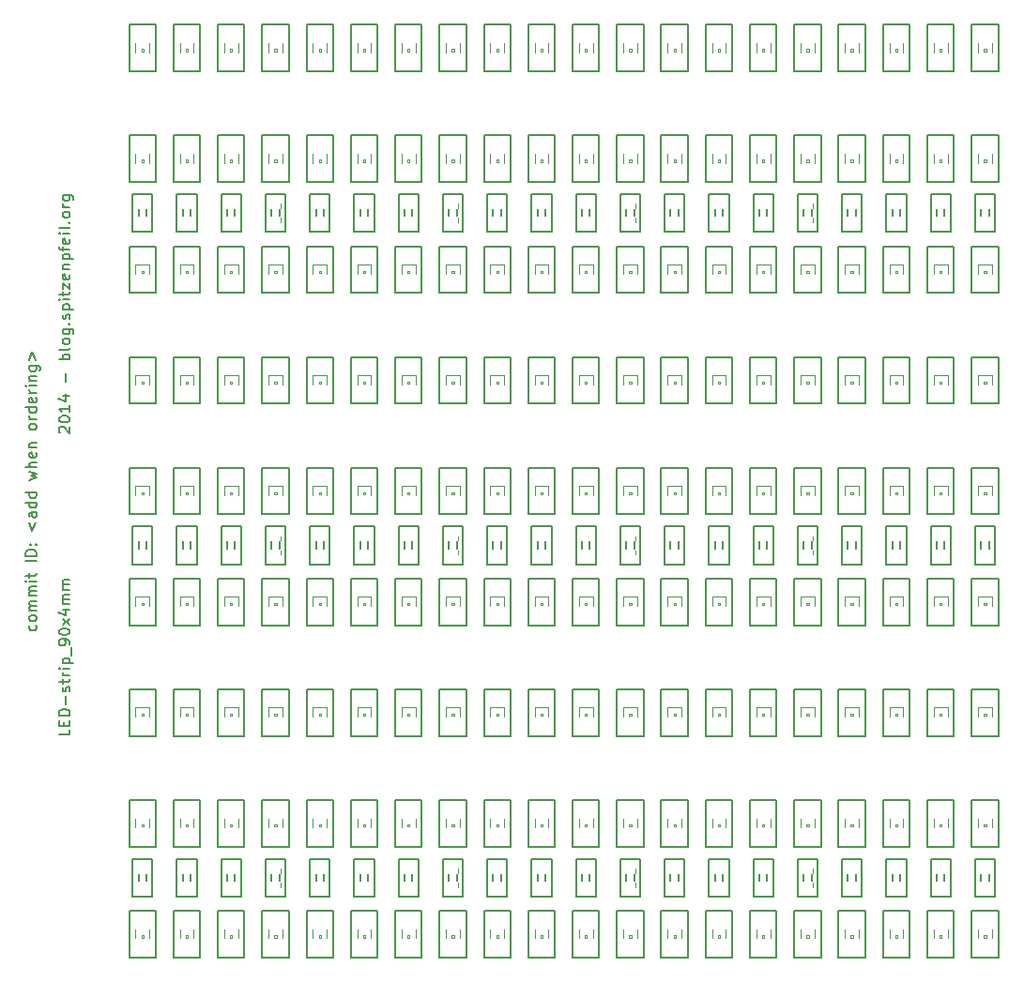
<source format=gto>
%FSLAX34Y34*%
G04 Gerber Fmt 3.4, Leading zero omitted, Abs format*
G04 (created by PCBNEW (2014-05-21 BZR 4876)-product) date Wed 21 May 2014 11:11:25 PM CEST*
%MOIN*%
G01*
G70*
G90*
G04 APERTURE LIST*
%ADD10C,0.005906*%
%ADD11C,0.007874*%
%ADD12C,0.003937*%
%ADD13R,0.043300X0.039300*%
%ADD14R,0.059055X0.047244*%
%ADD15R,0.039370X0.098425*%
%ADD16C,0.098425*%
G04 APERTURE END LIST*
G54D10*
G54D11*
X112223Y-50290D02*
X112204Y-50271D01*
X112185Y-50234D01*
X112185Y-50140D01*
X112204Y-50103D01*
X112223Y-50084D01*
X112260Y-50065D01*
X112298Y-50065D01*
X112354Y-50084D01*
X112579Y-50309D01*
X112579Y-50065D01*
X112185Y-49821D02*
X112185Y-49784D01*
X112204Y-49746D01*
X112223Y-49728D01*
X112260Y-49709D01*
X112335Y-49690D01*
X112429Y-49690D01*
X112504Y-49709D01*
X112542Y-49728D01*
X112560Y-49746D01*
X112579Y-49784D01*
X112579Y-49821D01*
X112560Y-49859D01*
X112542Y-49878D01*
X112504Y-49896D01*
X112429Y-49915D01*
X112335Y-49915D01*
X112260Y-49896D01*
X112223Y-49878D01*
X112204Y-49859D01*
X112185Y-49821D01*
X112579Y-49315D02*
X112579Y-49540D01*
X112579Y-49428D02*
X112185Y-49428D01*
X112242Y-49465D01*
X112279Y-49503D01*
X112298Y-49540D01*
X112317Y-48978D02*
X112579Y-48978D01*
X112167Y-49071D02*
X112448Y-49165D01*
X112448Y-48922D01*
X112429Y-48472D02*
X112429Y-48172D01*
X112579Y-47684D02*
X112185Y-47684D01*
X112335Y-47684D02*
X112317Y-47647D01*
X112317Y-47572D01*
X112335Y-47534D01*
X112354Y-47515D01*
X112392Y-47497D01*
X112504Y-47497D01*
X112542Y-47515D01*
X112560Y-47534D01*
X112579Y-47572D01*
X112579Y-47647D01*
X112560Y-47684D01*
X112579Y-47272D02*
X112560Y-47309D01*
X112523Y-47328D01*
X112185Y-47328D01*
X112579Y-47065D02*
X112560Y-47103D01*
X112542Y-47122D01*
X112504Y-47140D01*
X112392Y-47140D01*
X112354Y-47122D01*
X112335Y-47103D01*
X112317Y-47065D01*
X112317Y-47009D01*
X112335Y-46972D01*
X112354Y-46953D01*
X112392Y-46934D01*
X112504Y-46934D01*
X112542Y-46953D01*
X112560Y-46972D01*
X112579Y-47009D01*
X112579Y-47065D01*
X112317Y-46597D02*
X112635Y-46597D01*
X112673Y-46616D01*
X112692Y-46634D01*
X112710Y-46672D01*
X112710Y-46728D01*
X112692Y-46766D01*
X112560Y-46597D02*
X112579Y-46634D01*
X112579Y-46709D01*
X112560Y-46747D01*
X112542Y-46766D01*
X112504Y-46784D01*
X112392Y-46784D01*
X112354Y-46766D01*
X112335Y-46747D01*
X112317Y-46709D01*
X112317Y-46634D01*
X112335Y-46597D01*
X112542Y-46409D02*
X112560Y-46391D01*
X112579Y-46409D01*
X112560Y-46428D01*
X112542Y-46409D01*
X112579Y-46409D01*
X112560Y-46241D02*
X112579Y-46203D01*
X112579Y-46128D01*
X112560Y-46091D01*
X112523Y-46072D01*
X112504Y-46072D01*
X112467Y-46091D01*
X112448Y-46128D01*
X112448Y-46184D01*
X112429Y-46222D01*
X112392Y-46241D01*
X112373Y-46241D01*
X112335Y-46222D01*
X112317Y-46184D01*
X112317Y-46128D01*
X112335Y-46091D01*
X112317Y-45903D02*
X112710Y-45903D01*
X112335Y-45903D02*
X112317Y-45866D01*
X112317Y-45791D01*
X112335Y-45753D01*
X112354Y-45734D01*
X112392Y-45716D01*
X112504Y-45716D01*
X112542Y-45734D01*
X112560Y-45753D01*
X112579Y-45791D01*
X112579Y-45866D01*
X112560Y-45903D01*
X112579Y-45547D02*
X112317Y-45547D01*
X112185Y-45547D02*
X112204Y-45566D01*
X112223Y-45547D01*
X112204Y-45528D01*
X112185Y-45547D01*
X112223Y-45547D01*
X112317Y-45416D02*
X112317Y-45266D01*
X112185Y-45359D02*
X112523Y-45359D01*
X112560Y-45341D01*
X112579Y-45303D01*
X112579Y-45266D01*
X112317Y-45172D02*
X112317Y-44966D01*
X112579Y-45172D01*
X112579Y-44966D01*
X112560Y-44666D02*
X112579Y-44703D01*
X112579Y-44778D01*
X112560Y-44816D01*
X112523Y-44835D01*
X112373Y-44835D01*
X112335Y-44816D01*
X112317Y-44778D01*
X112317Y-44703D01*
X112335Y-44666D01*
X112373Y-44647D01*
X112410Y-44647D01*
X112448Y-44835D01*
X112317Y-44478D02*
X112579Y-44478D01*
X112354Y-44478D02*
X112335Y-44460D01*
X112317Y-44422D01*
X112317Y-44366D01*
X112335Y-44328D01*
X112373Y-44310D01*
X112579Y-44310D01*
X112317Y-44122D02*
X112710Y-44122D01*
X112335Y-44122D02*
X112317Y-44085D01*
X112317Y-44010D01*
X112335Y-43972D01*
X112354Y-43953D01*
X112392Y-43935D01*
X112504Y-43935D01*
X112542Y-43953D01*
X112560Y-43972D01*
X112579Y-44010D01*
X112579Y-44085D01*
X112560Y-44122D01*
X112317Y-43822D02*
X112317Y-43672D01*
X112579Y-43766D02*
X112242Y-43766D01*
X112204Y-43747D01*
X112185Y-43710D01*
X112185Y-43672D01*
X112560Y-43391D02*
X112579Y-43428D01*
X112579Y-43503D01*
X112560Y-43541D01*
X112523Y-43560D01*
X112373Y-43560D01*
X112335Y-43541D01*
X112317Y-43503D01*
X112317Y-43428D01*
X112335Y-43391D01*
X112373Y-43372D01*
X112410Y-43372D01*
X112448Y-43560D01*
X112579Y-43203D02*
X112317Y-43203D01*
X112185Y-43203D02*
X112204Y-43222D01*
X112223Y-43203D01*
X112204Y-43185D01*
X112185Y-43203D01*
X112223Y-43203D01*
X112579Y-42960D02*
X112560Y-42997D01*
X112523Y-43016D01*
X112185Y-43016D01*
X112542Y-42810D02*
X112560Y-42791D01*
X112579Y-42810D01*
X112560Y-42829D01*
X112542Y-42810D01*
X112579Y-42810D01*
X112579Y-42566D02*
X112560Y-42604D01*
X112542Y-42622D01*
X112504Y-42641D01*
X112392Y-42641D01*
X112354Y-42622D01*
X112335Y-42604D01*
X112317Y-42566D01*
X112317Y-42510D01*
X112335Y-42472D01*
X112354Y-42454D01*
X112392Y-42435D01*
X112504Y-42435D01*
X112542Y-42454D01*
X112560Y-42472D01*
X112579Y-42510D01*
X112579Y-42566D01*
X112579Y-42266D02*
X112317Y-42266D01*
X112392Y-42266D02*
X112354Y-42247D01*
X112335Y-42229D01*
X112317Y-42191D01*
X112317Y-42154D01*
X112317Y-41854D02*
X112635Y-41854D01*
X112673Y-41872D01*
X112692Y-41891D01*
X112710Y-41929D01*
X112710Y-41985D01*
X112692Y-42022D01*
X112560Y-41854D02*
X112579Y-41891D01*
X112579Y-41966D01*
X112560Y-42004D01*
X112542Y-42022D01*
X112504Y-42041D01*
X112392Y-42041D01*
X112354Y-42022D01*
X112335Y-42004D01*
X112317Y-41966D01*
X112317Y-41891D01*
X112335Y-41854D01*
X111379Y-57133D02*
X111398Y-57170D01*
X111398Y-57245D01*
X111379Y-57283D01*
X111361Y-57302D01*
X111323Y-57320D01*
X111211Y-57320D01*
X111173Y-57302D01*
X111154Y-57283D01*
X111136Y-57245D01*
X111136Y-57170D01*
X111154Y-57133D01*
X111398Y-56908D02*
X111379Y-56946D01*
X111361Y-56964D01*
X111323Y-56983D01*
X111211Y-56983D01*
X111173Y-56964D01*
X111154Y-56946D01*
X111136Y-56908D01*
X111136Y-56852D01*
X111154Y-56814D01*
X111173Y-56796D01*
X111211Y-56777D01*
X111323Y-56777D01*
X111361Y-56796D01*
X111379Y-56814D01*
X111398Y-56852D01*
X111398Y-56908D01*
X111398Y-56608D02*
X111136Y-56608D01*
X111173Y-56608D02*
X111154Y-56589D01*
X111136Y-56552D01*
X111136Y-56496D01*
X111154Y-56458D01*
X111192Y-56439D01*
X111398Y-56439D01*
X111192Y-56439D02*
X111154Y-56421D01*
X111136Y-56383D01*
X111136Y-56327D01*
X111154Y-56289D01*
X111192Y-56271D01*
X111398Y-56271D01*
X111398Y-56083D02*
X111136Y-56083D01*
X111173Y-56083D02*
X111154Y-56064D01*
X111136Y-56027D01*
X111136Y-55971D01*
X111154Y-55933D01*
X111192Y-55914D01*
X111398Y-55914D01*
X111192Y-55914D02*
X111154Y-55896D01*
X111136Y-55858D01*
X111136Y-55802D01*
X111154Y-55764D01*
X111192Y-55746D01*
X111398Y-55746D01*
X111398Y-55558D02*
X111136Y-55558D01*
X111004Y-55558D02*
X111023Y-55577D01*
X111042Y-55558D01*
X111023Y-55539D01*
X111004Y-55558D01*
X111042Y-55558D01*
X111136Y-55427D02*
X111136Y-55277D01*
X111004Y-55371D02*
X111342Y-55371D01*
X111379Y-55352D01*
X111398Y-55314D01*
X111398Y-55277D01*
X111398Y-54846D02*
X111004Y-54846D01*
X111398Y-54658D02*
X111004Y-54658D01*
X111004Y-54565D01*
X111023Y-54508D01*
X111061Y-54471D01*
X111098Y-54452D01*
X111173Y-54433D01*
X111229Y-54433D01*
X111304Y-54452D01*
X111342Y-54471D01*
X111379Y-54508D01*
X111398Y-54565D01*
X111398Y-54658D01*
X111361Y-54265D02*
X111379Y-54246D01*
X111398Y-54265D01*
X111379Y-54283D01*
X111361Y-54265D01*
X111398Y-54265D01*
X111154Y-54265D02*
X111173Y-54246D01*
X111192Y-54265D01*
X111173Y-54283D01*
X111154Y-54265D01*
X111192Y-54265D01*
X111136Y-53477D02*
X111248Y-53777D01*
X111361Y-53477D01*
X111398Y-53121D02*
X111192Y-53121D01*
X111154Y-53140D01*
X111136Y-53177D01*
X111136Y-53252D01*
X111154Y-53290D01*
X111379Y-53121D02*
X111398Y-53158D01*
X111398Y-53252D01*
X111379Y-53290D01*
X111342Y-53308D01*
X111304Y-53308D01*
X111267Y-53290D01*
X111248Y-53252D01*
X111248Y-53158D01*
X111229Y-53121D01*
X111398Y-52765D02*
X111004Y-52765D01*
X111379Y-52765D02*
X111398Y-52802D01*
X111398Y-52877D01*
X111379Y-52915D01*
X111361Y-52934D01*
X111323Y-52952D01*
X111211Y-52952D01*
X111173Y-52934D01*
X111154Y-52915D01*
X111136Y-52877D01*
X111136Y-52802D01*
X111154Y-52765D01*
X111398Y-52409D02*
X111004Y-52409D01*
X111379Y-52409D02*
X111398Y-52446D01*
X111398Y-52521D01*
X111379Y-52559D01*
X111361Y-52577D01*
X111323Y-52596D01*
X111211Y-52596D01*
X111173Y-52577D01*
X111154Y-52559D01*
X111136Y-52521D01*
X111136Y-52446D01*
X111154Y-52409D01*
X111136Y-51959D02*
X111398Y-51884D01*
X111211Y-51809D01*
X111398Y-51734D01*
X111136Y-51659D01*
X111398Y-51509D02*
X111004Y-51509D01*
X111398Y-51340D02*
X111192Y-51340D01*
X111154Y-51359D01*
X111136Y-51396D01*
X111136Y-51452D01*
X111154Y-51490D01*
X111173Y-51509D01*
X111379Y-51002D02*
X111398Y-51040D01*
X111398Y-51115D01*
X111379Y-51152D01*
X111342Y-51171D01*
X111192Y-51171D01*
X111154Y-51152D01*
X111136Y-51115D01*
X111136Y-51040D01*
X111154Y-51002D01*
X111192Y-50984D01*
X111229Y-50984D01*
X111267Y-51171D01*
X111136Y-50815D02*
X111398Y-50815D01*
X111173Y-50815D02*
X111154Y-50796D01*
X111136Y-50759D01*
X111136Y-50703D01*
X111154Y-50665D01*
X111192Y-50646D01*
X111398Y-50646D01*
X111398Y-50103D02*
X111379Y-50140D01*
X111361Y-50159D01*
X111323Y-50178D01*
X111211Y-50178D01*
X111173Y-50159D01*
X111154Y-50140D01*
X111136Y-50103D01*
X111136Y-50046D01*
X111154Y-50009D01*
X111173Y-49990D01*
X111211Y-49971D01*
X111323Y-49971D01*
X111361Y-49990D01*
X111379Y-50009D01*
X111398Y-50046D01*
X111398Y-50103D01*
X111398Y-49803D02*
X111136Y-49803D01*
X111211Y-49803D02*
X111173Y-49784D01*
X111154Y-49765D01*
X111136Y-49728D01*
X111136Y-49690D01*
X111398Y-49390D02*
X111004Y-49390D01*
X111379Y-49390D02*
X111398Y-49428D01*
X111398Y-49503D01*
X111379Y-49540D01*
X111361Y-49559D01*
X111323Y-49578D01*
X111211Y-49578D01*
X111173Y-49559D01*
X111154Y-49540D01*
X111136Y-49503D01*
X111136Y-49428D01*
X111154Y-49390D01*
X111379Y-49053D02*
X111398Y-49090D01*
X111398Y-49165D01*
X111379Y-49203D01*
X111342Y-49221D01*
X111192Y-49221D01*
X111154Y-49203D01*
X111136Y-49165D01*
X111136Y-49090D01*
X111154Y-49053D01*
X111192Y-49034D01*
X111229Y-49034D01*
X111267Y-49221D01*
X111398Y-48865D02*
X111136Y-48865D01*
X111211Y-48865D02*
X111173Y-48847D01*
X111154Y-48828D01*
X111136Y-48790D01*
X111136Y-48753D01*
X111398Y-48622D02*
X111136Y-48622D01*
X111004Y-48622D02*
X111023Y-48640D01*
X111042Y-48622D01*
X111023Y-48603D01*
X111004Y-48622D01*
X111042Y-48622D01*
X111136Y-48434D02*
X111398Y-48434D01*
X111173Y-48434D02*
X111154Y-48415D01*
X111136Y-48378D01*
X111136Y-48322D01*
X111154Y-48284D01*
X111192Y-48265D01*
X111398Y-48265D01*
X111136Y-47909D02*
X111454Y-47909D01*
X111492Y-47928D01*
X111511Y-47947D01*
X111529Y-47984D01*
X111529Y-48040D01*
X111511Y-48078D01*
X111379Y-47909D02*
X111398Y-47947D01*
X111398Y-48022D01*
X111379Y-48059D01*
X111361Y-48078D01*
X111323Y-48097D01*
X111211Y-48097D01*
X111173Y-48078D01*
X111154Y-48059D01*
X111136Y-48022D01*
X111136Y-47947D01*
X111154Y-47909D01*
X111136Y-47722D02*
X111248Y-47422D01*
X111361Y-47722D01*
X112579Y-60826D02*
X112579Y-61014D01*
X112185Y-61014D01*
X112373Y-60695D02*
X112373Y-60564D01*
X112579Y-60508D02*
X112579Y-60695D01*
X112185Y-60695D01*
X112185Y-60508D01*
X112579Y-60339D02*
X112185Y-60339D01*
X112185Y-60245D01*
X112204Y-60189D01*
X112242Y-60151D01*
X112279Y-60133D01*
X112354Y-60114D01*
X112410Y-60114D01*
X112485Y-60133D01*
X112523Y-60151D01*
X112560Y-60189D01*
X112579Y-60245D01*
X112579Y-60339D01*
X112429Y-59945D02*
X112429Y-59645D01*
X112560Y-59476D02*
X112579Y-59439D01*
X112579Y-59364D01*
X112560Y-59326D01*
X112523Y-59308D01*
X112504Y-59308D01*
X112467Y-59326D01*
X112448Y-59364D01*
X112448Y-59420D01*
X112429Y-59458D01*
X112392Y-59476D01*
X112373Y-59476D01*
X112335Y-59458D01*
X112317Y-59420D01*
X112317Y-59364D01*
X112335Y-59326D01*
X112317Y-59195D02*
X112317Y-59045D01*
X112185Y-59139D02*
X112523Y-59139D01*
X112560Y-59120D01*
X112579Y-59083D01*
X112579Y-59045D01*
X112579Y-58914D02*
X112317Y-58914D01*
X112392Y-58914D02*
X112354Y-58895D01*
X112335Y-58877D01*
X112317Y-58839D01*
X112317Y-58802D01*
X112579Y-58670D02*
X112317Y-58670D01*
X112185Y-58670D02*
X112204Y-58689D01*
X112223Y-58670D01*
X112204Y-58652D01*
X112185Y-58670D01*
X112223Y-58670D01*
X112317Y-58483D02*
X112710Y-58483D01*
X112335Y-58483D02*
X112317Y-58445D01*
X112317Y-58370D01*
X112335Y-58333D01*
X112354Y-58314D01*
X112392Y-58295D01*
X112504Y-58295D01*
X112542Y-58314D01*
X112560Y-58333D01*
X112579Y-58370D01*
X112579Y-58445D01*
X112560Y-58483D01*
X112617Y-58220D02*
X112617Y-57920D01*
X112579Y-57808D02*
X112579Y-57733D01*
X112560Y-57695D01*
X112542Y-57677D01*
X112485Y-57639D01*
X112410Y-57620D01*
X112260Y-57620D01*
X112223Y-57639D01*
X112204Y-57658D01*
X112185Y-57695D01*
X112185Y-57770D01*
X112204Y-57808D01*
X112223Y-57827D01*
X112260Y-57845D01*
X112354Y-57845D01*
X112392Y-57827D01*
X112410Y-57808D01*
X112429Y-57770D01*
X112429Y-57695D01*
X112410Y-57658D01*
X112392Y-57639D01*
X112354Y-57620D01*
X112185Y-57377D02*
X112185Y-57339D01*
X112204Y-57302D01*
X112223Y-57283D01*
X112260Y-57264D01*
X112335Y-57245D01*
X112429Y-57245D01*
X112504Y-57264D01*
X112542Y-57283D01*
X112560Y-57302D01*
X112579Y-57339D01*
X112579Y-57377D01*
X112560Y-57414D01*
X112542Y-57433D01*
X112504Y-57452D01*
X112429Y-57470D01*
X112335Y-57470D01*
X112260Y-57452D01*
X112223Y-57433D01*
X112204Y-57414D01*
X112185Y-57377D01*
X112579Y-57114D02*
X112317Y-56908D01*
X112317Y-57114D02*
X112579Y-56908D01*
X112317Y-56589D02*
X112579Y-56589D01*
X112167Y-56683D02*
X112448Y-56777D01*
X112448Y-56533D01*
X112579Y-56383D02*
X112317Y-56383D01*
X112354Y-56383D02*
X112335Y-56364D01*
X112317Y-56327D01*
X112317Y-56271D01*
X112335Y-56233D01*
X112373Y-56214D01*
X112579Y-56214D01*
X112373Y-56214D02*
X112335Y-56196D01*
X112317Y-56158D01*
X112317Y-56102D01*
X112335Y-56064D01*
X112373Y-56046D01*
X112579Y-56046D01*
X112579Y-55858D02*
X112317Y-55858D01*
X112354Y-55858D02*
X112335Y-55839D01*
X112317Y-55802D01*
X112317Y-55746D01*
X112335Y-55708D01*
X112373Y-55689D01*
X112579Y-55689D01*
X112373Y-55689D02*
X112335Y-55671D01*
X112317Y-55633D01*
X112317Y-55577D01*
X112335Y-55539D01*
X112373Y-55521D01*
X112579Y-55521D01*
X118661Y-53622D02*
X118661Y-54960D01*
X118661Y-54960D02*
X117952Y-54960D01*
X117952Y-54960D02*
X117952Y-53622D01*
X117952Y-53622D02*
X118661Y-53622D01*
X118137Y-54461D02*
X118137Y-54621D01*
X118137Y-54621D02*
X118477Y-54621D01*
X118477Y-54461D02*
X118477Y-54621D01*
X118137Y-54461D02*
X118477Y-54461D01*
X118137Y-53961D02*
X118137Y-54121D01*
X118137Y-54121D02*
X118477Y-54121D01*
X118477Y-53961D02*
X118477Y-54121D01*
X118137Y-53961D02*
X118477Y-53961D01*
X118167Y-54121D02*
X118167Y-54461D01*
X118447Y-54461D02*
X118447Y-54121D01*
X118661Y-65433D02*
X118661Y-66771D01*
X118661Y-66771D02*
X117952Y-66771D01*
X117952Y-66771D02*
X117952Y-65433D01*
X117952Y-65433D02*
X118661Y-65433D01*
X118137Y-66272D02*
X118137Y-66432D01*
X118137Y-66432D02*
X118477Y-66432D01*
X118477Y-66272D02*
X118477Y-66432D01*
X118137Y-66272D02*
X118477Y-66272D01*
X118137Y-65772D02*
X118137Y-65932D01*
X118137Y-65932D02*
X118477Y-65932D01*
X118477Y-65772D02*
X118477Y-65932D01*
X118137Y-65772D02*
X118477Y-65772D01*
X118167Y-65932D02*
X118167Y-66272D01*
X118447Y-66272D02*
X118447Y-65932D01*
X118661Y-41811D02*
X118661Y-43149D01*
X118661Y-43149D02*
X117952Y-43149D01*
X117952Y-43149D02*
X117952Y-41811D01*
X117952Y-41811D02*
X118661Y-41811D01*
X118137Y-42650D02*
X118137Y-42810D01*
X118137Y-42810D02*
X118477Y-42810D01*
X118477Y-42650D02*
X118477Y-42810D01*
X118137Y-42650D02*
X118477Y-42650D01*
X118137Y-42150D02*
X118137Y-42310D01*
X118137Y-42310D02*
X118477Y-42310D01*
X118477Y-42150D02*
X118477Y-42310D01*
X118137Y-42150D02*
X118477Y-42150D01*
X118167Y-42310D02*
X118167Y-42650D01*
X118447Y-42650D02*
X118447Y-42310D01*
X118779Y-35787D02*
X118779Y-37440D01*
X118779Y-37440D02*
X117834Y-37440D01*
X117834Y-37440D02*
X117834Y-35787D01*
X117834Y-35787D02*
X118779Y-35787D01*
G54D12*
X118061Y-36417D02*
X118061Y-36811D01*
X118553Y-36417D02*
X118553Y-36811D01*
X118553Y-36811D02*
X118553Y-37007D01*
X118061Y-37007D02*
X118061Y-36811D01*
X118553Y-36220D02*
X118553Y-36417D01*
X118061Y-36220D02*
X118061Y-36417D01*
X118553Y-36417D02*
X118061Y-36417D01*
X118061Y-36811D02*
X118553Y-36811D01*
X118553Y-37007D02*
X118444Y-37007D01*
X118169Y-37007D02*
X118061Y-37007D01*
X118061Y-36220D02*
X118169Y-36220D01*
X118553Y-36220D02*
X118444Y-36220D01*
X118346Y-36653D02*
X118268Y-36653D01*
X118268Y-36653D02*
X118268Y-36731D01*
X118346Y-36731D02*
X118268Y-36731D01*
X118346Y-36653D02*
X118346Y-36731D01*
X118444Y-37007D02*
G75*
G03X118170Y-37007I-137J0D01*
G74*
G01*
X118170Y-36221D02*
G75*
G03X118444Y-36221I137J0D01*
G74*
G01*
G54D11*
X118779Y-47598D02*
X118779Y-49251D01*
X118779Y-49251D02*
X117834Y-49251D01*
X117834Y-49251D02*
X117834Y-47598D01*
X117834Y-47598D02*
X118779Y-47598D01*
G54D12*
X118061Y-48228D02*
X118061Y-48622D01*
X118553Y-48228D02*
X118553Y-48622D01*
X118553Y-48622D02*
X118553Y-48818D01*
X118061Y-48818D02*
X118061Y-48622D01*
X118553Y-48031D02*
X118553Y-48228D01*
X118061Y-48031D02*
X118061Y-48228D01*
X118553Y-48228D02*
X118061Y-48228D01*
X118061Y-48622D02*
X118553Y-48622D01*
X118553Y-48818D02*
X118444Y-48818D01*
X118169Y-48818D02*
X118061Y-48818D01*
X118061Y-48031D02*
X118169Y-48031D01*
X118553Y-48031D02*
X118444Y-48031D01*
X118346Y-48464D02*
X118268Y-48464D01*
X118268Y-48464D02*
X118268Y-48542D01*
X118346Y-48542D02*
X118268Y-48542D01*
X118346Y-48464D02*
X118346Y-48542D01*
X118444Y-48818D02*
G75*
G03X118170Y-48818I-137J0D01*
G74*
G01*
X118170Y-48032D02*
G75*
G03X118444Y-48032I137J0D01*
G74*
G01*
G54D11*
X118779Y-51535D02*
X118779Y-53188D01*
X118779Y-53188D02*
X117834Y-53188D01*
X117834Y-53188D02*
X117834Y-51535D01*
X117834Y-51535D02*
X118779Y-51535D01*
G54D12*
X118061Y-52165D02*
X118061Y-52559D01*
X118553Y-52165D02*
X118553Y-52559D01*
X118553Y-52559D02*
X118553Y-52755D01*
X118061Y-52755D02*
X118061Y-52559D01*
X118553Y-51968D02*
X118553Y-52165D01*
X118061Y-51968D02*
X118061Y-52165D01*
X118553Y-52165D02*
X118061Y-52165D01*
X118061Y-52559D02*
X118553Y-52559D01*
X118553Y-52755D02*
X118444Y-52755D01*
X118169Y-52755D02*
X118061Y-52755D01*
X118061Y-51968D02*
X118169Y-51968D01*
X118553Y-51968D02*
X118444Y-51968D01*
X118346Y-52401D02*
X118268Y-52401D01*
X118268Y-52401D02*
X118268Y-52479D01*
X118346Y-52479D02*
X118268Y-52479D01*
X118346Y-52401D02*
X118346Y-52479D01*
X118444Y-52755D02*
G75*
G03X118170Y-52755I-137J0D01*
G74*
G01*
X118170Y-51969D02*
G75*
G03X118444Y-51969I137J0D01*
G74*
G01*
G54D11*
X118779Y-55472D02*
X118779Y-57125D01*
X118779Y-57125D02*
X117834Y-57125D01*
X117834Y-57125D02*
X117834Y-55472D01*
X117834Y-55472D02*
X118779Y-55472D01*
G54D12*
X118061Y-56102D02*
X118061Y-56496D01*
X118553Y-56102D02*
X118553Y-56496D01*
X118553Y-56496D02*
X118553Y-56692D01*
X118061Y-56692D02*
X118061Y-56496D01*
X118553Y-55905D02*
X118553Y-56102D01*
X118061Y-55905D02*
X118061Y-56102D01*
X118553Y-56102D02*
X118061Y-56102D01*
X118061Y-56496D02*
X118553Y-56496D01*
X118553Y-56692D02*
X118444Y-56692D01*
X118169Y-56692D02*
X118061Y-56692D01*
X118061Y-55905D02*
X118169Y-55905D01*
X118553Y-55905D02*
X118444Y-55905D01*
X118346Y-56338D02*
X118268Y-56338D01*
X118268Y-56338D02*
X118268Y-56416D01*
X118346Y-56416D02*
X118268Y-56416D01*
X118346Y-56338D02*
X118346Y-56416D01*
X118444Y-56692D02*
G75*
G03X118170Y-56692I-137J0D01*
G74*
G01*
X118170Y-55906D02*
G75*
G03X118444Y-55906I137J0D01*
G74*
G01*
G54D11*
X118779Y-59409D02*
X118779Y-61062D01*
X118779Y-61062D02*
X117834Y-61062D01*
X117834Y-61062D02*
X117834Y-59409D01*
X117834Y-59409D02*
X118779Y-59409D01*
G54D12*
X118061Y-60039D02*
X118061Y-60433D01*
X118553Y-60039D02*
X118553Y-60433D01*
X118553Y-60433D02*
X118553Y-60629D01*
X118061Y-60629D02*
X118061Y-60433D01*
X118553Y-59842D02*
X118553Y-60039D01*
X118061Y-59842D02*
X118061Y-60039D01*
X118553Y-60039D02*
X118061Y-60039D01*
X118061Y-60433D02*
X118553Y-60433D01*
X118553Y-60629D02*
X118444Y-60629D01*
X118169Y-60629D02*
X118061Y-60629D01*
X118061Y-59842D02*
X118169Y-59842D01*
X118553Y-59842D02*
X118444Y-59842D01*
X118346Y-60275D02*
X118268Y-60275D01*
X118268Y-60275D02*
X118268Y-60353D01*
X118346Y-60353D02*
X118268Y-60353D01*
X118346Y-60275D02*
X118346Y-60353D01*
X118444Y-60629D02*
G75*
G03X118170Y-60629I-137J0D01*
G74*
G01*
X118170Y-59843D02*
G75*
G03X118444Y-59843I137J0D01*
G74*
G01*
G54D11*
X118779Y-63346D02*
X118779Y-65000D01*
X118779Y-65000D02*
X117834Y-65000D01*
X117834Y-65000D02*
X117834Y-63346D01*
X117834Y-63346D02*
X118779Y-63346D01*
G54D12*
X118061Y-63976D02*
X118061Y-64370D01*
X118553Y-63976D02*
X118553Y-64370D01*
X118553Y-64370D02*
X118553Y-64566D01*
X118061Y-64566D02*
X118061Y-64370D01*
X118553Y-63779D02*
X118553Y-63976D01*
X118061Y-63779D02*
X118061Y-63976D01*
X118553Y-63976D02*
X118061Y-63976D01*
X118061Y-64370D02*
X118553Y-64370D01*
X118553Y-64566D02*
X118444Y-64566D01*
X118169Y-64566D02*
X118061Y-64566D01*
X118061Y-63779D02*
X118169Y-63779D01*
X118553Y-63779D02*
X118444Y-63779D01*
X118346Y-64212D02*
X118268Y-64212D01*
X118268Y-64212D02*
X118268Y-64290D01*
X118346Y-64290D02*
X118268Y-64290D01*
X118346Y-64212D02*
X118346Y-64290D01*
X118444Y-64566D02*
G75*
G03X118170Y-64566I-137J0D01*
G74*
G01*
X118170Y-63780D02*
G75*
G03X118444Y-63780I137J0D01*
G74*
G01*
G54D11*
X118779Y-67283D02*
X118779Y-68937D01*
X118779Y-68937D02*
X117834Y-68937D01*
X117834Y-68937D02*
X117834Y-67283D01*
X117834Y-67283D02*
X118779Y-67283D01*
G54D12*
X118061Y-67913D02*
X118061Y-68307D01*
X118553Y-67913D02*
X118553Y-68307D01*
X118553Y-68307D02*
X118553Y-68503D01*
X118061Y-68503D02*
X118061Y-68307D01*
X118553Y-67716D02*
X118553Y-67913D01*
X118061Y-67716D02*
X118061Y-67913D01*
X118553Y-67913D02*
X118061Y-67913D01*
X118061Y-68307D02*
X118553Y-68307D01*
X118553Y-68503D02*
X118444Y-68503D01*
X118169Y-68503D02*
X118061Y-68503D01*
X118061Y-67716D02*
X118169Y-67716D01*
X118553Y-67716D02*
X118444Y-67716D01*
X118346Y-68149D02*
X118268Y-68149D01*
X118268Y-68149D02*
X118268Y-68227D01*
X118346Y-68227D02*
X118268Y-68227D01*
X118346Y-68149D02*
X118346Y-68227D01*
X118444Y-68503D02*
G75*
G03X118170Y-68503I-137J0D01*
G74*
G01*
X118170Y-67717D02*
G75*
G03X118444Y-67717I137J0D01*
G74*
G01*
G54D11*
X118779Y-39724D02*
X118779Y-41377D01*
X118779Y-41377D02*
X117834Y-41377D01*
X117834Y-41377D02*
X117834Y-39724D01*
X117834Y-39724D02*
X118779Y-39724D01*
G54D12*
X118061Y-40354D02*
X118061Y-40748D01*
X118553Y-40354D02*
X118553Y-40748D01*
X118553Y-40748D02*
X118553Y-40944D01*
X118061Y-40944D02*
X118061Y-40748D01*
X118553Y-40157D02*
X118553Y-40354D01*
X118061Y-40157D02*
X118061Y-40354D01*
X118553Y-40354D02*
X118061Y-40354D01*
X118061Y-40748D02*
X118553Y-40748D01*
X118553Y-40944D02*
X118444Y-40944D01*
X118169Y-40944D02*
X118061Y-40944D01*
X118061Y-40157D02*
X118169Y-40157D01*
X118553Y-40157D02*
X118444Y-40157D01*
X118346Y-40590D02*
X118268Y-40590D01*
X118268Y-40590D02*
X118268Y-40668D01*
X118346Y-40668D02*
X118268Y-40668D01*
X118346Y-40590D02*
X118346Y-40668D01*
X118444Y-40944D02*
G75*
G03X118170Y-40944I-137J0D01*
G74*
G01*
X118170Y-40158D02*
G75*
G03X118444Y-40158I137J0D01*
G74*
G01*
G54D11*
X118779Y-43661D02*
X118779Y-45314D01*
X118779Y-45314D02*
X117834Y-45314D01*
X117834Y-45314D02*
X117834Y-43661D01*
X117834Y-43661D02*
X118779Y-43661D01*
G54D12*
X118061Y-44291D02*
X118061Y-44685D01*
X118553Y-44291D02*
X118553Y-44685D01*
X118553Y-44685D02*
X118553Y-44881D01*
X118061Y-44881D02*
X118061Y-44685D01*
X118553Y-44094D02*
X118553Y-44291D01*
X118061Y-44094D02*
X118061Y-44291D01*
X118553Y-44291D02*
X118061Y-44291D01*
X118061Y-44685D02*
X118553Y-44685D01*
X118553Y-44881D02*
X118444Y-44881D01*
X118169Y-44881D02*
X118061Y-44881D01*
X118061Y-44094D02*
X118169Y-44094D01*
X118553Y-44094D02*
X118444Y-44094D01*
X118346Y-44527D02*
X118268Y-44527D01*
X118268Y-44527D02*
X118268Y-44605D01*
X118346Y-44605D02*
X118268Y-44605D01*
X118346Y-44527D02*
X118346Y-44605D01*
X118444Y-44881D02*
G75*
G03X118170Y-44881I-137J0D01*
G74*
G01*
X118170Y-44095D02*
G75*
G03X118444Y-44095I137J0D01*
G74*
G01*
G54D11*
X120354Y-43661D02*
X120354Y-45314D01*
X120354Y-45314D02*
X119409Y-45314D01*
X119409Y-45314D02*
X119409Y-43661D01*
X119409Y-43661D02*
X120354Y-43661D01*
G54D12*
X119635Y-44291D02*
X119635Y-44685D01*
X120127Y-44291D02*
X120127Y-44685D01*
X120127Y-44685D02*
X120127Y-44881D01*
X119635Y-44881D02*
X119635Y-44685D01*
X120127Y-44094D02*
X120127Y-44291D01*
X119635Y-44094D02*
X119635Y-44291D01*
X120127Y-44291D02*
X119635Y-44291D01*
X119635Y-44685D02*
X120127Y-44685D01*
X120127Y-44881D02*
X120019Y-44881D01*
X119744Y-44881D02*
X119635Y-44881D01*
X119635Y-44094D02*
X119744Y-44094D01*
X120127Y-44094D02*
X120019Y-44094D01*
X119920Y-44527D02*
X119842Y-44527D01*
X119842Y-44527D02*
X119842Y-44605D01*
X119920Y-44605D02*
X119842Y-44605D01*
X119920Y-44527D02*
X119920Y-44605D01*
X120018Y-44881D02*
G75*
G03X119744Y-44881I-137J0D01*
G74*
G01*
X119744Y-44095D02*
G75*
G03X120018Y-44095I137J0D01*
G74*
G01*
G54D11*
X120354Y-39724D02*
X120354Y-41377D01*
X120354Y-41377D02*
X119409Y-41377D01*
X119409Y-41377D02*
X119409Y-39724D01*
X119409Y-39724D02*
X120354Y-39724D01*
G54D12*
X119635Y-40354D02*
X119635Y-40748D01*
X120127Y-40354D02*
X120127Y-40748D01*
X120127Y-40748D02*
X120127Y-40944D01*
X119635Y-40944D02*
X119635Y-40748D01*
X120127Y-40157D02*
X120127Y-40354D01*
X119635Y-40157D02*
X119635Y-40354D01*
X120127Y-40354D02*
X119635Y-40354D01*
X119635Y-40748D02*
X120127Y-40748D01*
X120127Y-40944D02*
X120019Y-40944D01*
X119744Y-40944D02*
X119635Y-40944D01*
X119635Y-40157D02*
X119744Y-40157D01*
X120127Y-40157D02*
X120019Y-40157D01*
X119920Y-40590D02*
X119842Y-40590D01*
X119842Y-40590D02*
X119842Y-40668D01*
X119920Y-40668D02*
X119842Y-40668D01*
X119920Y-40590D02*
X119920Y-40668D01*
X120018Y-40944D02*
G75*
G03X119744Y-40944I-137J0D01*
G74*
G01*
X119744Y-40158D02*
G75*
G03X120018Y-40158I137J0D01*
G74*
G01*
G54D11*
X120354Y-67283D02*
X120354Y-68937D01*
X120354Y-68937D02*
X119409Y-68937D01*
X119409Y-68937D02*
X119409Y-67283D01*
X119409Y-67283D02*
X120354Y-67283D01*
G54D12*
X119635Y-67913D02*
X119635Y-68307D01*
X120127Y-67913D02*
X120127Y-68307D01*
X120127Y-68307D02*
X120127Y-68503D01*
X119635Y-68503D02*
X119635Y-68307D01*
X120127Y-67716D02*
X120127Y-67913D01*
X119635Y-67716D02*
X119635Y-67913D01*
X120127Y-67913D02*
X119635Y-67913D01*
X119635Y-68307D02*
X120127Y-68307D01*
X120127Y-68503D02*
X120019Y-68503D01*
X119744Y-68503D02*
X119635Y-68503D01*
X119635Y-67716D02*
X119744Y-67716D01*
X120127Y-67716D02*
X120019Y-67716D01*
X119920Y-68149D02*
X119842Y-68149D01*
X119842Y-68149D02*
X119842Y-68227D01*
X119920Y-68227D02*
X119842Y-68227D01*
X119920Y-68149D02*
X119920Y-68227D01*
X120018Y-68503D02*
G75*
G03X119744Y-68503I-137J0D01*
G74*
G01*
X119744Y-67717D02*
G75*
G03X120018Y-67717I137J0D01*
G74*
G01*
G54D11*
X120354Y-63346D02*
X120354Y-65000D01*
X120354Y-65000D02*
X119409Y-65000D01*
X119409Y-65000D02*
X119409Y-63346D01*
X119409Y-63346D02*
X120354Y-63346D01*
G54D12*
X119635Y-63976D02*
X119635Y-64370D01*
X120127Y-63976D02*
X120127Y-64370D01*
X120127Y-64370D02*
X120127Y-64566D01*
X119635Y-64566D02*
X119635Y-64370D01*
X120127Y-63779D02*
X120127Y-63976D01*
X119635Y-63779D02*
X119635Y-63976D01*
X120127Y-63976D02*
X119635Y-63976D01*
X119635Y-64370D02*
X120127Y-64370D01*
X120127Y-64566D02*
X120019Y-64566D01*
X119744Y-64566D02*
X119635Y-64566D01*
X119635Y-63779D02*
X119744Y-63779D01*
X120127Y-63779D02*
X120019Y-63779D01*
X119920Y-64212D02*
X119842Y-64212D01*
X119842Y-64212D02*
X119842Y-64290D01*
X119920Y-64290D02*
X119842Y-64290D01*
X119920Y-64212D02*
X119920Y-64290D01*
X120018Y-64566D02*
G75*
G03X119744Y-64566I-137J0D01*
G74*
G01*
X119744Y-63780D02*
G75*
G03X120018Y-63780I137J0D01*
G74*
G01*
G54D11*
X120354Y-59409D02*
X120354Y-61062D01*
X120354Y-61062D02*
X119409Y-61062D01*
X119409Y-61062D02*
X119409Y-59409D01*
X119409Y-59409D02*
X120354Y-59409D01*
G54D12*
X119635Y-60039D02*
X119635Y-60433D01*
X120127Y-60039D02*
X120127Y-60433D01*
X120127Y-60433D02*
X120127Y-60629D01*
X119635Y-60629D02*
X119635Y-60433D01*
X120127Y-59842D02*
X120127Y-60039D01*
X119635Y-59842D02*
X119635Y-60039D01*
X120127Y-60039D02*
X119635Y-60039D01*
X119635Y-60433D02*
X120127Y-60433D01*
X120127Y-60629D02*
X120019Y-60629D01*
X119744Y-60629D02*
X119635Y-60629D01*
X119635Y-59842D02*
X119744Y-59842D01*
X120127Y-59842D02*
X120019Y-59842D01*
X119920Y-60275D02*
X119842Y-60275D01*
X119842Y-60275D02*
X119842Y-60353D01*
X119920Y-60353D02*
X119842Y-60353D01*
X119920Y-60275D02*
X119920Y-60353D01*
X120018Y-60629D02*
G75*
G03X119744Y-60629I-137J0D01*
G74*
G01*
X119744Y-59843D02*
G75*
G03X120018Y-59843I137J0D01*
G74*
G01*
G54D11*
X120354Y-55472D02*
X120354Y-57125D01*
X120354Y-57125D02*
X119409Y-57125D01*
X119409Y-57125D02*
X119409Y-55472D01*
X119409Y-55472D02*
X120354Y-55472D01*
G54D12*
X119635Y-56102D02*
X119635Y-56496D01*
X120127Y-56102D02*
X120127Y-56496D01*
X120127Y-56496D02*
X120127Y-56692D01*
X119635Y-56692D02*
X119635Y-56496D01*
X120127Y-55905D02*
X120127Y-56102D01*
X119635Y-55905D02*
X119635Y-56102D01*
X120127Y-56102D02*
X119635Y-56102D01*
X119635Y-56496D02*
X120127Y-56496D01*
X120127Y-56692D02*
X120019Y-56692D01*
X119744Y-56692D02*
X119635Y-56692D01*
X119635Y-55905D02*
X119744Y-55905D01*
X120127Y-55905D02*
X120019Y-55905D01*
X119920Y-56338D02*
X119842Y-56338D01*
X119842Y-56338D02*
X119842Y-56416D01*
X119920Y-56416D02*
X119842Y-56416D01*
X119920Y-56338D02*
X119920Y-56416D01*
X120018Y-56692D02*
G75*
G03X119744Y-56692I-137J0D01*
G74*
G01*
X119744Y-55906D02*
G75*
G03X120018Y-55906I137J0D01*
G74*
G01*
G54D11*
X120354Y-51535D02*
X120354Y-53188D01*
X120354Y-53188D02*
X119409Y-53188D01*
X119409Y-53188D02*
X119409Y-51535D01*
X119409Y-51535D02*
X120354Y-51535D01*
G54D12*
X119635Y-52165D02*
X119635Y-52559D01*
X120127Y-52165D02*
X120127Y-52559D01*
X120127Y-52559D02*
X120127Y-52755D01*
X119635Y-52755D02*
X119635Y-52559D01*
X120127Y-51968D02*
X120127Y-52165D01*
X119635Y-51968D02*
X119635Y-52165D01*
X120127Y-52165D02*
X119635Y-52165D01*
X119635Y-52559D02*
X120127Y-52559D01*
X120127Y-52755D02*
X120019Y-52755D01*
X119744Y-52755D02*
X119635Y-52755D01*
X119635Y-51968D02*
X119744Y-51968D01*
X120127Y-51968D02*
X120019Y-51968D01*
X119920Y-52401D02*
X119842Y-52401D01*
X119842Y-52401D02*
X119842Y-52479D01*
X119920Y-52479D02*
X119842Y-52479D01*
X119920Y-52401D02*
X119920Y-52479D01*
X120018Y-52755D02*
G75*
G03X119744Y-52755I-137J0D01*
G74*
G01*
X119744Y-51969D02*
G75*
G03X120018Y-51969I137J0D01*
G74*
G01*
G54D11*
X120354Y-47598D02*
X120354Y-49251D01*
X120354Y-49251D02*
X119409Y-49251D01*
X119409Y-49251D02*
X119409Y-47598D01*
X119409Y-47598D02*
X120354Y-47598D01*
G54D12*
X119635Y-48228D02*
X119635Y-48622D01*
X120127Y-48228D02*
X120127Y-48622D01*
X120127Y-48622D02*
X120127Y-48818D01*
X119635Y-48818D02*
X119635Y-48622D01*
X120127Y-48031D02*
X120127Y-48228D01*
X119635Y-48031D02*
X119635Y-48228D01*
X120127Y-48228D02*
X119635Y-48228D01*
X119635Y-48622D02*
X120127Y-48622D01*
X120127Y-48818D02*
X120019Y-48818D01*
X119744Y-48818D02*
X119635Y-48818D01*
X119635Y-48031D02*
X119744Y-48031D01*
X120127Y-48031D02*
X120019Y-48031D01*
X119920Y-48464D02*
X119842Y-48464D01*
X119842Y-48464D02*
X119842Y-48542D01*
X119920Y-48542D02*
X119842Y-48542D01*
X119920Y-48464D02*
X119920Y-48542D01*
X120018Y-48818D02*
G75*
G03X119744Y-48818I-137J0D01*
G74*
G01*
X119744Y-48032D02*
G75*
G03X120018Y-48032I137J0D01*
G74*
G01*
G54D11*
X120354Y-35787D02*
X120354Y-37440D01*
X120354Y-37440D02*
X119409Y-37440D01*
X119409Y-37440D02*
X119409Y-35787D01*
X119409Y-35787D02*
X120354Y-35787D01*
G54D12*
X119635Y-36417D02*
X119635Y-36811D01*
X120127Y-36417D02*
X120127Y-36811D01*
X120127Y-36811D02*
X120127Y-37007D01*
X119635Y-37007D02*
X119635Y-36811D01*
X120127Y-36220D02*
X120127Y-36417D01*
X119635Y-36220D02*
X119635Y-36417D01*
X120127Y-36417D02*
X119635Y-36417D01*
X119635Y-36811D02*
X120127Y-36811D01*
X120127Y-37007D02*
X120019Y-37007D01*
X119744Y-37007D02*
X119635Y-37007D01*
X119635Y-36220D02*
X119744Y-36220D01*
X120127Y-36220D02*
X120019Y-36220D01*
X119920Y-36653D02*
X119842Y-36653D01*
X119842Y-36653D02*
X119842Y-36731D01*
X119920Y-36731D02*
X119842Y-36731D01*
X119920Y-36653D02*
X119920Y-36731D01*
X120018Y-37007D02*
G75*
G03X119744Y-37007I-137J0D01*
G74*
G01*
X119744Y-36221D02*
G75*
G03X120018Y-36221I137J0D01*
G74*
G01*
G54D11*
X120236Y-41811D02*
X120236Y-43149D01*
X120236Y-43149D02*
X119527Y-43149D01*
X119527Y-43149D02*
X119527Y-41811D01*
X119527Y-41811D02*
X120236Y-41811D01*
X119711Y-42650D02*
X119711Y-42810D01*
X119711Y-42810D02*
X120051Y-42810D01*
X120051Y-42650D02*
X120051Y-42810D01*
X119711Y-42650D02*
X120051Y-42650D01*
X119711Y-42150D02*
X119711Y-42310D01*
X119711Y-42310D02*
X120051Y-42310D01*
X120051Y-42150D02*
X120051Y-42310D01*
X119711Y-42150D02*
X120051Y-42150D01*
X119741Y-42310D02*
X119741Y-42650D01*
X120021Y-42650D02*
X120021Y-42310D01*
X120236Y-65433D02*
X120236Y-66771D01*
X120236Y-66771D02*
X119527Y-66771D01*
X119527Y-66771D02*
X119527Y-65433D01*
X119527Y-65433D02*
X120236Y-65433D01*
X119711Y-66272D02*
X119711Y-66432D01*
X119711Y-66432D02*
X120051Y-66432D01*
X120051Y-66272D02*
X120051Y-66432D01*
X119711Y-66272D02*
X120051Y-66272D01*
X119711Y-65772D02*
X119711Y-65932D01*
X119711Y-65932D02*
X120051Y-65932D01*
X120051Y-65772D02*
X120051Y-65932D01*
X119711Y-65772D02*
X120051Y-65772D01*
X119741Y-65932D02*
X119741Y-66272D01*
X120021Y-66272D02*
X120021Y-65932D01*
X120236Y-53622D02*
X120236Y-54960D01*
X120236Y-54960D02*
X119527Y-54960D01*
X119527Y-54960D02*
X119527Y-53622D01*
X119527Y-53622D02*
X120236Y-53622D01*
X119711Y-54461D02*
X119711Y-54621D01*
X119711Y-54621D02*
X120051Y-54621D01*
X120051Y-54461D02*
X120051Y-54621D01*
X119711Y-54461D02*
X120051Y-54461D01*
X119711Y-53961D02*
X119711Y-54121D01*
X119711Y-54121D02*
X120051Y-54121D01*
X120051Y-53961D02*
X120051Y-54121D01*
X119711Y-53961D02*
X120051Y-53961D01*
X119741Y-54121D02*
X119741Y-54461D01*
X120021Y-54461D02*
X120021Y-54121D01*
X117086Y-53622D02*
X117086Y-54960D01*
X117086Y-54960D02*
X116377Y-54960D01*
X116377Y-54960D02*
X116377Y-53622D01*
X116377Y-53622D02*
X117086Y-53622D01*
X116562Y-54461D02*
X116562Y-54621D01*
X116562Y-54621D02*
X116902Y-54621D01*
X116902Y-54461D02*
X116902Y-54621D01*
X116562Y-54461D02*
X116902Y-54461D01*
X116562Y-53961D02*
X116562Y-54121D01*
X116562Y-54121D02*
X116902Y-54121D01*
X116902Y-53961D02*
X116902Y-54121D01*
X116562Y-53961D02*
X116902Y-53961D01*
X116592Y-54121D02*
X116592Y-54461D01*
X116872Y-54461D02*
X116872Y-54121D01*
X117086Y-65433D02*
X117086Y-66771D01*
X117086Y-66771D02*
X116377Y-66771D01*
X116377Y-66771D02*
X116377Y-65433D01*
X116377Y-65433D02*
X117086Y-65433D01*
X116562Y-66272D02*
X116562Y-66432D01*
X116562Y-66432D02*
X116902Y-66432D01*
X116902Y-66272D02*
X116902Y-66432D01*
X116562Y-66272D02*
X116902Y-66272D01*
X116562Y-65772D02*
X116562Y-65932D01*
X116562Y-65932D02*
X116902Y-65932D01*
X116902Y-65772D02*
X116902Y-65932D01*
X116562Y-65772D02*
X116902Y-65772D01*
X116592Y-65932D02*
X116592Y-66272D01*
X116872Y-66272D02*
X116872Y-65932D01*
X117086Y-41811D02*
X117086Y-43149D01*
X117086Y-43149D02*
X116377Y-43149D01*
X116377Y-43149D02*
X116377Y-41811D01*
X116377Y-41811D02*
X117086Y-41811D01*
X116562Y-42650D02*
X116562Y-42810D01*
X116562Y-42810D02*
X116902Y-42810D01*
X116902Y-42650D02*
X116902Y-42810D01*
X116562Y-42650D02*
X116902Y-42650D01*
X116562Y-42150D02*
X116562Y-42310D01*
X116562Y-42310D02*
X116902Y-42310D01*
X116902Y-42150D02*
X116902Y-42310D01*
X116562Y-42150D02*
X116902Y-42150D01*
X116592Y-42310D02*
X116592Y-42650D01*
X116872Y-42650D02*
X116872Y-42310D01*
X117204Y-35787D02*
X117204Y-37440D01*
X117204Y-37440D02*
X116259Y-37440D01*
X116259Y-37440D02*
X116259Y-35787D01*
X116259Y-35787D02*
X117204Y-35787D01*
G54D12*
X116486Y-36417D02*
X116486Y-36811D01*
X116978Y-36417D02*
X116978Y-36811D01*
X116978Y-36811D02*
X116978Y-37007D01*
X116486Y-37007D02*
X116486Y-36811D01*
X116978Y-36220D02*
X116978Y-36417D01*
X116486Y-36220D02*
X116486Y-36417D01*
X116978Y-36417D02*
X116486Y-36417D01*
X116486Y-36811D02*
X116978Y-36811D01*
X116978Y-37007D02*
X116870Y-37007D01*
X116594Y-37007D02*
X116486Y-37007D01*
X116486Y-36220D02*
X116594Y-36220D01*
X116978Y-36220D02*
X116870Y-36220D01*
X116771Y-36653D02*
X116693Y-36653D01*
X116693Y-36653D02*
X116693Y-36731D01*
X116771Y-36731D02*
X116693Y-36731D01*
X116771Y-36653D02*
X116771Y-36731D01*
X116869Y-37007D02*
G75*
G03X116595Y-37007I-137J0D01*
G74*
G01*
X116595Y-36221D02*
G75*
G03X116869Y-36221I137J0D01*
G74*
G01*
G54D11*
X117204Y-47598D02*
X117204Y-49251D01*
X117204Y-49251D02*
X116259Y-49251D01*
X116259Y-49251D02*
X116259Y-47598D01*
X116259Y-47598D02*
X117204Y-47598D01*
G54D12*
X116486Y-48228D02*
X116486Y-48622D01*
X116978Y-48228D02*
X116978Y-48622D01*
X116978Y-48622D02*
X116978Y-48818D01*
X116486Y-48818D02*
X116486Y-48622D01*
X116978Y-48031D02*
X116978Y-48228D01*
X116486Y-48031D02*
X116486Y-48228D01*
X116978Y-48228D02*
X116486Y-48228D01*
X116486Y-48622D02*
X116978Y-48622D01*
X116978Y-48818D02*
X116870Y-48818D01*
X116594Y-48818D02*
X116486Y-48818D01*
X116486Y-48031D02*
X116594Y-48031D01*
X116978Y-48031D02*
X116870Y-48031D01*
X116771Y-48464D02*
X116693Y-48464D01*
X116693Y-48464D02*
X116693Y-48542D01*
X116771Y-48542D02*
X116693Y-48542D01*
X116771Y-48464D02*
X116771Y-48542D01*
X116869Y-48818D02*
G75*
G03X116595Y-48818I-137J0D01*
G74*
G01*
X116595Y-48032D02*
G75*
G03X116869Y-48032I137J0D01*
G74*
G01*
G54D11*
X117204Y-51535D02*
X117204Y-53188D01*
X117204Y-53188D02*
X116259Y-53188D01*
X116259Y-53188D02*
X116259Y-51535D01*
X116259Y-51535D02*
X117204Y-51535D01*
G54D12*
X116486Y-52165D02*
X116486Y-52559D01*
X116978Y-52165D02*
X116978Y-52559D01*
X116978Y-52559D02*
X116978Y-52755D01*
X116486Y-52755D02*
X116486Y-52559D01*
X116978Y-51968D02*
X116978Y-52165D01*
X116486Y-51968D02*
X116486Y-52165D01*
X116978Y-52165D02*
X116486Y-52165D01*
X116486Y-52559D02*
X116978Y-52559D01*
X116978Y-52755D02*
X116870Y-52755D01*
X116594Y-52755D02*
X116486Y-52755D01*
X116486Y-51968D02*
X116594Y-51968D01*
X116978Y-51968D02*
X116870Y-51968D01*
X116771Y-52401D02*
X116693Y-52401D01*
X116693Y-52401D02*
X116693Y-52479D01*
X116771Y-52479D02*
X116693Y-52479D01*
X116771Y-52401D02*
X116771Y-52479D01*
X116869Y-52755D02*
G75*
G03X116595Y-52755I-137J0D01*
G74*
G01*
X116595Y-51969D02*
G75*
G03X116869Y-51969I137J0D01*
G74*
G01*
G54D11*
X117204Y-55472D02*
X117204Y-57125D01*
X117204Y-57125D02*
X116259Y-57125D01*
X116259Y-57125D02*
X116259Y-55472D01*
X116259Y-55472D02*
X117204Y-55472D01*
G54D12*
X116486Y-56102D02*
X116486Y-56496D01*
X116978Y-56102D02*
X116978Y-56496D01*
X116978Y-56496D02*
X116978Y-56692D01*
X116486Y-56692D02*
X116486Y-56496D01*
X116978Y-55905D02*
X116978Y-56102D01*
X116486Y-55905D02*
X116486Y-56102D01*
X116978Y-56102D02*
X116486Y-56102D01*
X116486Y-56496D02*
X116978Y-56496D01*
X116978Y-56692D02*
X116870Y-56692D01*
X116594Y-56692D02*
X116486Y-56692D01*
X116486Y-55905D02*
X116594Y-55905D01*
X116978Y-55905D02*
X116870Y-55905D01*
X116771Y-56338D02*
X116693Y-56338D01*
X116693Y-56338D02*
X116693Y-56416D01*
X116771Y-56416D02*
X116693Y-56416D01*
X116771Y-56338D02*
X116771Y-56416D01*
X116869Y-56692D02*
G75*
G03X116595Y-56692I-137J0D01*
G74*
G01*
X116595Y-55906D02*
G75*
G03X116869Y-55906I137J0D01*
G74*
G01*
G54D11*
X117204Y-59409D02*
X117204Y-61062D01*
X117204Y-61062D02*
X116259Y-61062D01*
X116259Y-61062D02*
X116259Y-59409D01*
X116259Y-59409D02*
X117204Y-59409D01*
G54D12*
X116486Y-60039D02*
X116486Y-60433D01*
X116978Y-60039D02*
X116978Y-60433D01*
X116978Y-60433D02*
X116978Y-60629D01*
X116486Y-60629D02*
X116486Y-60433D01*
X116978Y-59842D02*
X116978Y-60039D01*
X116486Y-59842D02*
X116486Y-60039D01*
X116978Y-60039D02*
X116486Y-60039D01*
X116486Y-60433D02*
X116978Y-60433D01*
X116978Y-60629D02*
X116870Y-60629D01*
X116594Y-60629D02*
X116486Y-60629D01*
X116486Y-59842D02*
X116594Y-59842D01*
X116978Y-59842D02*
X116870Y-59842D01*
X116771Y-60275D02*
X116693Y-60275D01*
X116693Y-60275D02*
X116693Y-60353D01*
X116771Y-60353D02*
X116693Y-60353D01*
X116771Y-60275D02*
X116771Y-60353D01*
X116869Y-60629D02*
G75*
G03X116595Y-60629I-137J0D01*
G74*
G01*
X116595Y-59843D02*
G75*
G03X116869Y-59843I137J0D01*
G74*
G01*
G54D11*
X117204Y-63346D02*
X117204Y-65000D01*
X117204Y-65000D02*
X116259Y-65000D01*
X116259Y-65000D02*
X116259Y-63346D01*
X116259Y-63346D02*
X117204Y-63346D01*
G54D12*
X116486Y-63976D02*
X116486Y-64370D01*
X116978Y-63976D02*
X116978Y-64370D01*
X116978Y-64370D02*
X116978Y-64566D01*
X116486Y-64566D02*
X116486Y-64370D01*
X116978Y-63779D02*
X116978Y-63976D01*
X116486Y-63779D02*
X116486Y-63976D01*
X116978Y-63976D02*
X116486Y-63976D01*
X116486Y-64370D02*
X116978Y-64370D01*
X116978Y-64566D02*
X116870Y-64566D01*
X116594Y-64566D02*
X116486Y-64566D01*
X116486Y-63779D02*
X116594Y-63779D01*
X116978Y-63779D02*
X116870Y-63779D01*
X116771Y-64212D02*
X116693Y-64212D01*
X116693Y-64212D02*
X116693Y-64290D01*
X116771Y-64290D02*
X116693Y-64290D01*
X116771Y-64212D02*
X116771Y-64290D01*
X116869Y-64566D02*
G75*
G03X116595Y-64566I-137J0D01*
G74*
G01*
X116595Y-63780D02*
G75*
G03X116869Y-63780I137J0D01*
G74*
G01*
G54D11*
X117204Y-67283D02*
X117204Y-68937D01*
X117204Y-68937D02*
X116259Y-68937D01*
X116259Y-68937D02*
X116259Y-67283D01*
X116259Y-67283D02*
X117204Y-67283D01*
G54D12*
X116486Y-67913D02*
X116486Y-68307D01*
X116978Y-67913D02*
X116978Y-68307D01*
X116978Y-68307D02*
X116978Y-68503D01*
X116486Y-68503D02*
X116486Y-68307D01*
X116978Y-67716D02*
X116978Y-67913D01*
X116486Y-67716D02*
X116486Y-67913D01*
X116978Y-67913D02*
X116486Y-67913D01*
X116486Y-68307D02*
X116978Y-68307D01*
X116978Y-68503D02*
X116870Y-68503D01*
X116594Y-68503D02*
X116486Y-68503D01*
X116486Y-67716D02*
X116594Y-67716D01*
X116978Y-67716D02*
X116870Y-67716D01*
X116771Y-68149D02*
X116693Y-68149D01*
X116693Y-68149D02*
X116693Y-68227D01*
X116771Y-68227D02*
X116693Y-68227D01*
X116771Y-68149D02*
X116771Y-68227D01*
X116869Y-68503D02*
G75*
G03X116595Y-68503I-137J0D01*
G74*
G01*
X116595Y-67717D02*
G75*
G03X116869Y-67717I137J0D01*
G74*
G01*
G54D11*
X117204Y-39724D02*
X117204Y-41377D01*
X117204Y-41377D02*
X116259Y-41377D01*
X116259Y-41377D02*
X116259Y-39724D01*
X116259Y-39724D02*
X117204Y-39724D01*
G54D12*
X116486Y-40354D02*
X116486Y-40748D01*
X116978Y-40354D02*
X116978Y-40748D01*
X116978Y-40748D02*
X116978Y-40944D01*
X116486Y-40944D02*
X116486Y-40748D01*
X116978Y-40157D02*
X116978Y-40354D01*
X116486Y-40157D02*
X116486Y-40354D01*
X116978Y-40354D02*
X116486Y-40354D01*
X116486Y-40748D02*
X116978Y-40748D01*
X116978Y-40944D02*
X116870Y-40944D01*
X116594Y-40944D02*
X116486Y-40944D01*
X116486Y-40157D02*
X116594Y-40157D01*
X116978Y-40157D02*
X116870Y-40157D01*
X116771Y-40590D02*
X116693Y-40590D01*
X116693Y-40590D02*
X116693Y-40668D01*
X116771Y-40668D02*
X116693Y-40668D01*
X116771Y-40590D02*
X116771Y-40668D01*
X116869Y-40944D02*
G75*
G03X116595Y-40944I-137J0D01*
G74*
G01*
X116595Y-40158D02*
G75*
G03X116869Y-40158I137J0D01*
G74*
G01*
G54D11*
X117204Y-43661D02*
X117204Y-45314D01*
X117204Y-45314D02*
X116259Y-45314D01*
X116259Y-45314D02*
X116259Y-43661D01*
X116259Y-43661D02*
X117204Y-43661D01*
G54D12*
X116486Y-44291D02*
X116486Y-44685D01*
X116978Y-44291D02*
X116978Y-44685D01*
X116978Y-44685D02*
X116978Y-44881D01*
X116486Y-44881D02*
X116486Y-44685D01*
X116978Y-44094D02*
X116978Y-44291D01*
X116486Y-44094D02*
X116486Y-44291D01*
X116978Y-44291D02*
X116486Y-44291D01*
X116486Y-44685D02*
X116978Y-44685D01*
X116978Y-44881D02*
X116870Y-44881D01*
X116594Y-44881D02*
X116486Y-44881D01*
X116486Y-44094D02*
X116594Y-44094D01*
X116978Y-44094D02*
X116870Y-44094D01*
X116771Y-44527D02*
X116693Y-44527D01*
X116693Y-44527D02*
X116693Y-44605D01*
X116771Y-44605D02*
X116693Y-44605D01*
X116771Y-44527D02*
X116771Y-44605D01*
X116869Y-44881D02*
G75*
G03X116595Y-44881I-137J0D01*
G74*
G01*
X116595Y-44095D02*
G75*
G03X116869Y-44095I137J0D01*
G74*
G01*
G54D11*
X115629Y-43661D02*
X115629Y-45314D01*
X115629Y-45314D02*
X114685Y-45314D01*
X114685Y-45314D02*
X114685Y-43661D01*
X114685Y-43661D02*
X115629Y-43661D01*
G54D12*
X114911Y-44291D02*
X114911Y-44685D01*
X115403Y-44291D02*
X115403Y-44685D01*
X115403Y-44685D02*
X115403Y-44881D01*
X114911Y-44881D02*
X114911Y-44685D01*
X115403Y-44094D02*
X115403Y-44291D01*
X114911Y-44094D02*
X114911Y-44291D01*
X115403Y-44291D02*
X114911Y-44291D01*
X114911Y-44685D02*
X115403Y-44685D01*
X115403Y-44881D02*
X115295Y-44881D01*
X115019Y-44881D02*
X114911Y-44881D01*
X114911Y-44094D02*
X115019Y-44094D01*
X115403Y-44094D02*
X115295Y-44094D01*
X115196Y-44527D02*
X115118Y-44527D01*
X115118Y-44527D02*
X115118Y-44605D01*
X115196Y-44605D02*
X115118Y-44605D01*
X115196Y-44527D02*
X115196Y-44605D01*
X115294Y-44881D02*
G75*
G03X115020Y-44881I-137J0D01*
G74*
G01*
X115020Y-44095D02*
G75*
G03X115294Y-44095I137J0D01*
G74*
G01*
G54D11*
X115629Y-39724D02*
X115629Y-41377D01*
X115629Y-41377D02*
X114685Y-41377D01*
X114685Y-41377D02*
X114685Y-39724D01*
X114685Y-39724D02*
X115629Y-39724D01*
G54D12*
X114911Y-40354D02*
X114911Y-40748D01*
X115403Y-40354D02*
X115403Y-40748D01*
X115403Y-40748D02*
X115403Y-40944D01*
X114911Y-40944D02*
X114911Y-40748D01*
X115403Y-40157D02*
X115403Y-40354D01*
X114911Y-40157D02*
X114911Y-40354D01*
X115403Y-40354D02*
X114911Y-40354D01*
X114911Y-40748D02*
X115403Y-40748D01*
X115403Y-40944D02*
X115295Y-40944D01*
X115019Y-40944D02*
X114911Y-40944D01*
X114911Y-40157D02*
X115019Y-40157D01*
X115403Y-40157D02*
X115295Y-40157D01*
X115196Y-40590D02*
X115118Y-40590D01*
X115118Y-40590D02*
X115118Y-40668D01*
X115196Y-40668D02*
X115118Y-40668D01*
X115196Y-40590D02*
X115196Y-40668D01*
X115294Y-40944D02*
G75*
G03X115020Y-40944I-137J0D01*
G74*
G01*
X115020Y-40158D02*
G75*
G03X115294Y-40158I137J0D01*
G74*
G01*
G54D11*
X115629Y-67283D02*
X115629Y-68937D01*
X115629Y-68937D02*
X114685Y-68937D01*
X114685Y-68937D02*
X114685Y-67283D01*
X114685Y-67283D02*
X115629Y-67283D01*
G54D12*
X114911Y-67913D02*
X114911Y-68307D01*
X115403Y-67913D02*
X115403Y-68307D01*
X115403Y-68307D02*
X115403Y-68503D01*
X114911Y-68503D02*
X114911Y-68307D01*
X115403Y-67716D02*
X115403Y-67913D01*
X114911Y-67716D02*
X114911Y-67913D01*
X115403Y-67913D02*
X114911Y-67913D01*
X114911Y-68307D02*
X115403Y-68307D01*
X115403Y-68503D02*
X115295Y-68503D01*
X115019Y-68503D02*
X114911Y-68503D01*
X114911Y-67716D02*
X115019Y-67716D01*
X115403Y-67716D02*
X115295Y-67716D01*
X115196Y-68149D02*
X115118Y-68149D01*
X115118Y-68149D02*
X115118Y-68227D01*
X115196Y-68227D02*
X115118Y-68227D01*
X115196Y-68149D02*
X115196Y-68227D01*
X115294Y-68503D02*
G75*
G03X115020Y-68503I-137J0D01*
G74*
G01*
X115020Y-67717D02*
G75*
G03X115294Y-67717I137J0D01*
G74*
G01*
G54D11*
X115629Y-63346D02*
X115629Y-65000D01*
X115629Y-65000D02*
X114685Y-65000D01*
X114685Y-65000D02*
X114685Y-63346D01*
X114685Y-63346D02*
X115629Y-63346D01*
G54D12*
X114911Y-63976D02*
X114911Y-64370D01*
X115403Y-63976D02*
X115403Y-64370D01*
X115403Y-64370D02*
X115403Y-64566D01*
X114911Y-64566D02*
X114911Y-64370D01*
X115403Y-63779D02*
X115403Y-63976D01*
X114911Y-63779D02*
X114911Y-63976D01*
X115403Y-63976D02*
X114911Y-63976D01*
X114911Y-64370D02*
X115403Y-64370D01*
X115403Y-64566D02*
X115295Y-64566D01*
X115019Y-64566D02*
X114911Y-64566D01*
X114911Y-63779D02*
X115019Y-63779D01*
X115403Y-63779D02*
X115295Y-63779D01*
X115196Y-64212D02*
X115118Y-64212D01*
X115118Y-64212D02*
X115118Y-64290D01*
X115196Y-64290D02*
X115118Y-64290D01*
X115196Y-64212D02*
X115196Y-64290D01*
X115294Y-64566D02*
G75*
G03X115020Y-64566I-137J0D01*
G74*
G01*
X115020Y-63780D02*
G75*
G03X115294Y-63780I137J0D01*
G74*
G01*
G54D11*
X115629Y-59409D02*
X115629Y-61062D01*
X115629Y-61062D02*
X114685Y-61062D01*
X114685Y-61062D02*
X114685Y-59409D01*
X114685Y-59409D02*
X115629Y-59409D01*
G54D12*
X114911Y-60039D02*
X114911Y-60433D01*
X115403Y-60039D02*
X115403Y-60433D01*
X115403Y-60433D02*
X115403Y-60629D01*
X114911Y-60629D02*
X114911Y-60433D01*
X115403Y-59842D02*
X115403Y-60039D01*
X114911Y-59842D02*
X114911Y-60039D01*
X115403Y-60039D02*
X114911Y-60039D01*
X114911Y-60433D02*
X115403Y-60433D01*
X115403Y-60629D02*
X115295Y-60629D01*
X115019Y-60629D02*
X114911Y-60629D01*
X114911Y-59842D02*
X115019Y-59842D01*
X115403Y-59842D02*
X115295Y-59842D01*
X115196Y-60275D02*
X115118Y-60275D01*
X115118Y-60275D02*
X115118Y-60353D01*
X115196Y-60353D02*
X115118Y-60353D01*
X115196Y-60275D02*
X115196Y-60353D01*
X115294Y-60629D02*
G75*
G03X115020Y-60629I-137J0D01*
G74*
G01*
X115020Y-59843D02*
G75*
G03X115294Y-59843I137J0D01*
G74*
G01*
G54D11*
X115629Y-55472D02*
X115629Y-57125D01*
X115629Y-57125D02*
X114685Y-57125D01*
X114685Y-57125D02*
X114685Y-55472D01*
X114685Y-55472D02*
X115629Y-55472D01*
G54D12*
X114911Y-56102D02*
X114911Y-56496D01*
X115403Y-56102D02*
X115403Y-56496D01*
X115403Y-56496D02*
X115403Y-56692D01*
X114911Y-56692D02*
X114911Y-56496D01*
X115403Y-55905D02*
X115403Y-56102D01*
X114911Y-55905D02*
X114911Y-56102D01*
X115403Y-56102D02*
X114911Y-56102D01*
X114911Y-56496D02*
X115403Y-56496D01*
X115403Y-56692D02*
X115295Y-56692D01*
X115019Y-56692D02*
X114911Y-56692D01*
X114911Y-55905D02*
X115019Y-55905D01*
X115403Y-55905D02*
X115295Y-55905D01*
X115196Y-56338D02*
X115118Y-56338D01*
X115118Y-56338D02*
X115118Y-56416D01*
X115196Y-56416D02*
X115118Y-56416D01*
X115196Y-56338D02*
X115196Y-56416D01*
X115294Y-56692D02*
G75*
G03X115020Y-56692I-137J0D01*
G74*
G01*
X115020Y-55906D02*
G75*
G03X115294Y-55906I137J0D01*
G74*
G01*
G54D11*
X115629Y-51535D02*
X115629Y-53188D01*
X115629Y-53188D02*
X114685Y-53188D01*
X114685Y-53188D02*
X114685Y-51535D01*
X114685Y-51535D02*
X115629Y-51535D01*
G54D12*
X114911Y-52165D02*
X114911Y-52559D01*
X115403Y-52165D02*
X115403Y-52559D01*
X115403Y-52559D02*
X115403Y-52755D01*
X114911Y-52755D02*
X114911Y-52559D01*
X115403Y-51968D02*
X115403Y-52165D01*
X114911Y-51968D02*
X114911Y-52165D01*
X115403Y-52165D02*
X114911Y-52165D01*
X114911Y-52559D02*
X115403Y-52559D01*
X115403Y-52755D02*
X115295Y-52755D01*
X115019Y-52755D02*
X114911Y-52755D01*
X114911Y-51968D02*
X115019Y-51968D01*
X115403Y-51968D02*
X115295Y-51968D01*
X115196Y-52401D02*
X115118Y-52401D01*
X115118Y-52401D02*
X115118Y-52479D01*
X115196Y-52479D02*
X115118Y-52479D01*
X115196Y-52401D02*
X115196Y-52479D01*
X115294Y-52755D02*
G75*
G03X115020Y-52755I-137J0D01*
G74*
G01*
X115020Y-51969D02*
G75*
G03X115294Y-51969I137J0D01*
G74*
G01*
G54D11*
X115629Y-47598D02*
X115629Y-49251D01*
X115629Y-49251D02*
X114685Y-49251D01*
X114685Y-49251D02*
X114685Y-47598D01*
X114685Y-47598D02*
X115629Y-47598D01*
G54D12*
X114911Y-48228D02*
X114911Y-48622D01*
X115403Y-48228D02*
X115403Y-48622D01*
X115403Y-48622D02*
X115403Y-48818D01*
X114911Y-48818D02*
X114911Y-48622D01*
X115403Y-48031D02*
X115403Y-48228D01*
X114911Y-48031D02*
X114911Y-48228D01*
X115403Y-48228D02*
X114911Y-48228D01*
X114911Y-48622D02*
X115403Y-48622D01*
X115403Y-48818D02*
X115295Y-48818D01*
X115019Y-48818D02*
X114911Y-48818D01*
X114911Y-48031D02*
X115019Y-48031D01*
X115403Y-48031D02*
X115295Y-48031D01*
X115196Y-48464D02*
X115118Y-48464D01*
X115118Y-48464D02*
X115118Y-48542D01*
X115196Y-48542D02*
X115118Y-48542D01*
X115196Y-48464D02*
X115196Y-48542D01*
X115294Y-48818D02*
G75*
G03X115020Y-48818I-137J0D01*
G74*
G01*
X115020Y-48032D02*
G75*
G03X115294Y-48032I137J0D01*
G74*
G01*
G54D11*
X115629Y-35787D02*
X115629Y-37440D01*
X115629Y-37440D02*
X114685Y-37440D01*
X114685Y-37440D02*
X114685Y-35787D01*
X114685Y-35787D02*
X115629Y-35787D01*
G54D12*
X114911Y-36417D02*
X114911Y-36811D01*
X115403Y-36417D02*
X115403Y-36811D01*
X115403Y-36811D02*
X115403Y-37007D01*
X114911Y-37007D02*
X114911Y-36811D01*
X115403Y-36220D02*
X115403Y-36417D01*
X114911Y-36220D02*
X114911Y-36417D01*
X115403Y-36417D02*
X114911Y-36417D01*
X114911Y-36811D02*
X115403Y-36811D01*
X115403Y-37007D02*
X115295Y-37007D01*
X115019Y-37007D02*
X114911Y-37007D01*
X114911Y-36220D02*
X115019Y-36220D01*
X115403Y-36220D02*
X115295Y-36220D01*
X115196Y-36653D02*
X115118Y-36653D01*
X115118Y-36653D02*
X115118Y-36731D01*
X115196Y-36731D02*
X115118Y-36731D01*
X115196Y-36653D02*
X115196Y-36731D01*
X115294Y-37007D02*
G75*
G03X115020Y-37007I-137J0D01*
G74*
G01*
X115020Y-36221D02*
G75*
G03X115294Y-36221I137J0D01*
G74*
G01*
G54D11*
X115511Y-41811D02*
X115511Y-43149D01*
X115511Y-43149D02*
X114803Y-43149D01*
X114803Y-43149D02*
X114803Y-41811D01*
X114803Y-41811D02*
X115511Y-41811D01*
X114987Y-42650D02*
X114987Y-42810D01*
X114987Y-42810D02*
X115327Y-42810D01*
X115327Y-42650D02*
X115327Y-42810D01*
X114987Y-42650D02*
X115327Y-42650D01*
X114987Y-42150D02*
X114987Y-42310D01*
X114987Y-42310D02*
X115327Y-42310D01*
X115327Y-42150D02*
X115327Y-42310D01*
X114987Y-42150D02*
X115327Y-42150D01*
X115017Y-42310D02*
X115017Y-42650D01*
X115297Y-42650D02*
X115297Y-42310D01*
X115511Y-65433D02*
X115511Y-66771D01*
X115511Y-66771D02*
X114803Y-66771D01*
X114803Y-66771D02*
X114803Y-65433D01*
X114803Y-65433D02*
X115511Y-65433D01*
X114987Y-66272D02*
X114987Y-66432D01*
X114987Y-66432D02*
X115327Y-66432D01*
X115327Y-66272D02*
X115327Y-66432D01*
X114987Y-66272D02*
X115327Y-66272D01*
X114987Y-65772D02*
X114987Y-65932D01*
X114987Y-65932D02*
X115327Y-65932D01*
X115327Y-65772D02*
X115327Y-65932D01*
X114987Y-65772D02*
X115327Y-65772D01*
X115017Y-65932D02*
X115017Y-66272D01*
X115297Y-66272D02*
X115297Y-65932D01*
X115511Y-53622D02*
X115511Y-54960D01*
X115511Y-54960D02*
X114803Y-54960D01*
X114803Y-54960D02*
X114803Y-53622D01*
X114803Y-53622D02*
X115511Y-53622D01*
X114987Y-54461D02*
X114987Y-54621D01*
X114987Y-54621D02*
X115327Y-54621D01*
X115327Y-54461D02*
X115327Y-54621D01*
X114987Y-54461D02*
X115327Y-54461D01*
X114987Y-53961D02*
X114987Y-54121D01*
X114987Y-54121D02*
X115327Y-54121D01*
X115327Y-53961D02*
X115327Y-54121D01*
X114987Y-53961D02*
X115327Y-53961D01*
X115017Y-54121D02*
X115017Y-54461D01*
X115297Y-54461D02*
X115297Y-54121D01*
X121811Y-53622D02*
X121811Y-54960D01*
X121811Y-54960D02*
X121102Y-54960D01*
X121102Y-54960D02*
X121102Y-53622D01*
X121102Y-53622D02*
X121811Y-53622D01*
X121286Y-54461D02*
X121286Y-54621D01*
X121286Y-54621D02*
X121626Y-54621D01*
X121626Y-54461D02*
X121626Y-54621D01*
X121286Y-54461D02*
X121626Y-54461D01*
X121286Y-53961D02*
X121286Y-54121D01*
X121286Y-54121D02*
X121626Y-54121D01*
X121626Y-53961D02*
X121626Y-54121D01*
X121286Y-53961D02*
X121626Y-53961D01*
X121316Y-54121D02*
X121316Y-54461D01*
X121596Y-54461D02*
X121596Y-54121D01*
X121811Y-65433D02*
X121811Y-66771D01*
X121811Y-66771D02*
X121102Y-66771D01*
X121102Y-66771D02*
X121102Y-65433D01*
X121102Y-65433D02*
X121811Y-65433D01*
X121286Y-66272D02*
X121286Y-66432D01*
X121286Y-66432D02*
X121626Y-66432D01*
X121626Y-66272D02*
X121626Y-66432D01*
X121286Y-66272D02*
X121626Y-66272D01*
X121286Y-65772D02*
X121286Y-65932D01*
X121286Y-65932D02*
X121626Y-65932D01*
X121626Y-65772D02*
X121626Y-65932D01*
X121286Y-65772D02*
X121626Y-65772D01*
X121316Y-65932D02*
X121316Y-66272D01*
X121596Y-66272D02*
X121596Y-65932D01*
X121811Y-41811D02*
X121811Y-43149D01*
X121811Y-43149D02*
X121102Y-43149D01*
X121102Y-43149D02*
X121102Y-41811D01*
X121102Y-41811D02*
X121811Y-41811D01*
X121286Y-42650D02*
X121286Y-42810D01*
X121286Y-42810D02*
X121626Y-42810D01*
X121626Y-42650D02*
X121626Y-42810D01*
X121286Y-42650D02*
X121626Y-42650D01*
X121286Y-42150D02*
X121286Y-42310D01*
X121286Y-42310D02*
X121626Y-42310D01*
X121626Y-42150D02*
X121626Y-42310D01*
X121286Y-42150D02*
X121626Y-42150D01*
X121316Y-42310D02*
X121316Y-42650D01*
X121596Y-42650D02*
X121596Y-42310D01*
X121929Y-35787D02*
X121929Y-37440D01*
X121929Y-37440D02*
X120984Y-37440D01*
X120984Y-37440D02*
X120984Y-35787D01*
X120984Y-35787D02*
X121929Y-35787D01*
G54D12*
X121210Y-36417D02*
X121210Y-36811D01*
X121702Y-36417D02*
X121702Y-36811D01*
X121702Y-36811D02*
X121702Y-37007D01*
X121210Y-37007D02*
X121210Y-36811D01*
X121702Y-36220D02*
X121702Y-36417D01*
X121210Y-36220D02*
X121210Y-36417D01*
X121702Y-36417D02*
X121210Y-36417D01*
X121210Y-36811D02*
X121702Y-36811D01*
X121702Y-37007D02*
X121594Y-37007D01*
X121318Y-37007D02*
X121210Y-37007D01*
X121210Y-36220D02*
X121318Y-36220D01*
X121702Y-36220D02*
X121594Y-36220D01*
X121495Y-36653D02*
X121417Y-36653D01*
X121417Y-36653D02*
X121417Y-36731D01*
X121495Y-36731D02*
X121417Y-36731D01*
X121495Y-36653D02*
X121495Y-36731D01*
X121593Y-37007D02*
G75*
G03X121319Y-37007I-137J0D01*
G74*
G01*
X121319Y-36221D02*
G75*
G03X121593Y-36221I137J0D01*
G74*
G01*
G54D11*
X121929Y-47598D02*
X121929Y-49251D01*
X121929Y-49251D02*
X120984Y-49251D01*
X120984Y-49251D02*
X120984Y-47598D01*
X120984Y-47598D02*
X121929Y-47598D01*
G54D12*
X121210Y-48228D02*
X121210Y-48622D01*
X121702Y-48228D02*
X121702Y-48622D01*
X121702Y-48622D02*
X121702Y-48818D01*
X121210Y-48818D02*
X121210Y-48622D01*
X121702Y-48031D02*
X121702Y-48228D01*
X121210Y-48031D02*
X121210Y-48228D01*
X121702Y-48228D02*
X121210Y-48228D01*
X121210Y-48622D02*
X121702Y-48622D01*
X121702Y-48818D02*
X121594Y-48818D01*
X121318Y-48818D02*
X121210Y-48818D01*
X121210Y-48031D02*
X121318Y-48031D01*
X121702Y-48031D02*
X121594Y-48031D01*
X121495Y-48464D02*
X121417Y-48464D01*
X121417Y-48464D02*
X121417Y-48542D01*
X121495Y-48542D02*
X121417Y-48542D01*
X121495Y-48464D02*
X121495Y-48542D01*
X121593Y-48818D02*
G75*
G03X121319Y-48818I-137J0D01*
G74*
G01*
X121319Y-48032D02*
G75*
G03X121593Y-48032I137J0D01*
G74*
G01*
G54D11*
X121929Y-51535D02*
X121929Y-53188D01*
X121929Y-53188D02*
X120984Y-53188D01*
X120984Y-53188D02*
X120984Y-51535D01*
X120984Y-51535D02*
X121929Y-51535D01*
G54D12*
X121210Y-52165D02*
X121210Y-52559D01*
X121702Y-52165D02*
X121702Y-52559D01*
X121702Y-52559D02*
X121702Y-52755D01*
X121210Y-52755D02*
X121210Y-52559D01*
X121702Y-51968D02*
X121702Y-52165D01*
X121210Y-51968D02*
X121210Y-52165D01*
X121702Y-52165D02*
X121210Y-52165D01*
X121210Y-52559D02*
X121702Y-52559D01*
X121702Y-52755D02*
X121594Y-52755D01*
X121318Y-52755D02*
X121210Y-52755D01*
X121210Y-51968D02*
X121318Y-51968D01*
X121702Y-51968D02*
X121594Y-51968D01*
X121495Y-52401D02*
X121417Y-52401D01*
X121417Y-52401D02*
X121417Y-52479D01*
X121495Y-52479D02*
X121417Y-52479D01*
X121495Y-52401D02*
X121495Y-52479D01*
X121593Y-52755D02*
G75*
G03X121319Y-52755I-137J0D01*
G74*
G01*
X121319Y-51969D02*
G75*
G03X121593Y-51969I137J0D01*
G74*
G01*
G54D11*
X121929Y-55472D02*
X121929Y-57125D01*
X121929Y-57125D02*
X120984Y-57125D01*
X120984Y-57125D02*
X120984Y-55472D01*
X120984Y-55472D02*
X121929Y-55472D01*
G54D12*
X121210Y-56102D02*
X121210Y-56496D01*
X121702Y-56102D02*
X121702Y-56496D01*
X121702Y-56496D02*
X121702Y-56692D01*
X121210Y-56692D02*
X121210Y-56496D01*
X121702Y-55905D02*
X121702Y-56102D01*
X121210Y-55905D02*
X121210Y-56102D01*
X121702Y-56102D02*
X121210Y-56102D01*
X121210Y-56496D02*
X121702Y-56496D01*
X121702Y-56692D02*
X121594Y-56692D01*
X121318Y-56692D02*
X121210Y-56692D01*
X121210Y-55905D02*
X121318Y-55905D01*
X121702Y-55905D02*
X121594Y-55905D01*
X121495Y-56338D02*
X121417Y-56338D01*
X121417Y-56338D02*
X121417Y-56416D01*
X121495Y-56416D02*
X121417Y-56416D01*
X121495Y-56338D02*
X121495Y-56416D01*
X121593Y-56692D02*
G75*
G03X121319Y-56692I-137J0D01*
G74*
G01*
X121319Y-55906D02*
G75*
G03X121593Y-55906I137J0D01*
G74*
G01*
G54D11*
X121929Y-59409D02*
X121929Y-61062D01*
X121929Y-61062D02*
X120984Y-61062D01*
X120984Y-61062D02*
X120984Y-59409D01*
X120984Y-59409D02*
X121929Y-59409D01*
G54D12*
X121210Y-60039D02*
X121210Y-60433D01*
X121702Y-60039D02*
X121702Y-60433D01*
X121702Y-60433D02*
X121702Y-60629D01*
X121210Y-60629D02*
X121210Y-60433D01*
X121702Y-59842D02*
X121702Y-60039D01*
X121210Y-59842D02*
X121210Y-60039D01*
X121702Y-60039D02*
X121210Y-60039D01*
X121210Y-60433D02*
X121702Y-60433D01*
X121702Y-60629D02*
X121594Y-60629D01*
X121318Y-60629D02*
X121210Y-60629D01*
X121210Y-59842D02*
X121318Y-59842D01*
X121702Y-59842D02*
X121594Y-59842D01*
X121495Y-60275D02*
X121417Y-60275D01*
X121417Y-60275D02*
X121417Y-60353D01*
X121495Y-60353D02*
X121417Y-60353D01*
X121495Y-60275D02*
X121495Y-60353D01*
X121593Y-60629D02*
G75*
G03X121319Y-60629I-137J0D01*
G74*
G01*
X121319Y-59843D02*
G75*
G03X121593Y-59843I137J0D01*
G74*
G01*
G54D11*
X121929Y-63346D02*
X121929Y-65000D01*
X121929Y-65000D02*
X120984Y-65000D01*
X120984Y-65000D02*
X120984Y-63346D01*
X120984Y-63346D02*
X121929Y-63346D01*
G54D12*
X121210Y-63976D02*
X121210Y-64370D01*
X121702Y-63976D02*
X121702Y-64370D01*
X121702Y-64370D02*
X121702Y-64566D01*
X121210Y-64566D02*
X121210Y-64370D01*
X121702Y-63779D02*
X121702Y-63976D01*
X121210Y-63779D02*
X121210Y-63976D01*
X121702Y-63976D02*
X121210Y-63976D01*
X121210Y-64370D02*
X121702Y-64370D01*
X121702Y-64566D02*
X121594Y-64566D01*
X121318Y-64566D02*
X121210Y-64566D01*
X121210Y-63779D02*
X121318Y-63779D01*
X121702Y-63779D02*
X121594Y-63779D01*
X121495Y-64212D02*
X121417Y-64212D01*
X121417Y-64212D02*
X121417Y-64290D01*
X121495Y-64290D02*
X121417Y-64290D01*
X121495Y-64212D02*
X121495Y-64290D01*
X121593Y-64566D02*
G75*
G03X121319Y-64566I-137J0D01*
G74*
G01*
X121319Y-63780D02*
G75*
G03X121593Y-63780I137J0D01*
G74*
G01*
G54D11*
X121929Y-67283D02*
X121929Y-68937D01*
X121929Y-68937D02*
X120984Y-68937D01*
X120984Y-68937D02*
X120984Y-67283D01*
X120984Y-67283D02*
X121929Y-67283D01*
G54D12*
X121210Y-67913D02*
X121210Y-68307D01*
X121702Y-67913D02*
X121702Y-68307D01*
X121702Y-68307D02*
X121702Y-68503D01*
X121210Y-68503D02*
X121210Y-68307D01*
X121702Y-67716D02*
X121702Y-67913D01*
X121210Y-67716D02*
X121210Y-67913D01*
X121702Y-67913D02*
X121210Y-67913D01*
X121210Y-68307D02*
X121702Y-68307D01*
X121702Y-68503D02*
X121594Y-68503D01*
X121318Y-68503D02*
X121210Y-68503D01*
X121210Y-67716D02*
X121318Y-67716D01*
X121702Y-67716D02*
X121594Y-67716D01*
X121495Y-68149D02*
X121417Y-68149D01*
X121417Y-68149D02*
X121417Y-68227D01*
X121495Y-68227D02*
X121417Y-68227D01*
X121495Y-68149D02*
X121495Y-68227D01*
X121593Y-68503D02*
G75*
G03X121319Y-68503I-137J0D01*
G74*
G01*
X121319Y-67717D02*
G75*
G03X121593Y-67717I137J0D01*
G74*
G01*
G54D11*
X121929Y-39724D02*
X121929Y-41377D01*
X121929Y-41377D02*
X120984Y-41377D01*
X120984Y-41377D02*
X120984Y-39724D01*
X120984Y-39724D02*
X121929Y-39724D01*
G54D12*
X121210Y-40354D02*
X121210Y-40748D01*
X121702Y-40354D02*
X121702Y-40748D01*
X121702Y-40748D02*
X121702Y-40944D01*
X121210Y-40944D02*
X121210Y-40748D01*
X121702Y-40157D02*
X121702Y-40354D01*
X121210Y-40157D02*
X121210Y-40354D01*
X121702Y-40354D02*
X121210Y-40354D01*
X121210Y-40748D02*
X121702Y-40748D01*
X121702Y-40944D02*
X121594Y-40944D01*
X121318Y-40944D02*
X121210Y-40944D01*
X121210Y-40157D02*
X121318Y-40157D01*
X121702Y-40157D02*
X121594Y-40157D01*
X121495Y-40590D02*
X121417Y-40590D01*
X121417Y-40590D02*
X121417Y-40668D01*
X121495Y-40668D02*
X121417Y-40668D01*
X121495Y-40590D02*
X121495Y-40668D01*
X121593Y-40944D02*
G75*
G03X121319Y-40944I-137J0D01*
G74*
G01*
X121319Y-40158D02*
G75*
G03X121593Y-40158I137J0D01*
G74*
G01*
G54D11*
X121929Y-43661D02*
X121929Y-45314D01*
X121929Y-45314D02*
X120984Y-45314D01*
X120984Y-45314D02*
X120984Y-43661D01*
X120984Y-43661D02*
X121929Y-43661D01*
G54D12*
X121210Y-44291D02*
X121210Y-44685D01*
X121702Y-44291D02*
X121702Y-44685D01*
X121702Y-44685D02*
X121702Y-44881D01*
X121210Y-44881D02*
X121210Y-44685D01*
X121702Y-44094D02*
X121702Y-44291D01*
X121210Y-44094D02*
X121210Y-44291D01*
X121702Y-44291D02*
X121210Y-44291D01*
X121210Y-44685D02*
X121702Y-44685D01*
X121702Y-44881D02*
X121594Y-44881D01*
X121318Y-44881D02*
X121210Y-44881D01*
X121210Y-44094D02*
X121318Y-44094D01*
X121702Y-44094D02*
X121594Y-44094D01*
X121495Y-44527D02*
X121417Y-44527D01*
X121417Y-44527D02*
X121417Y-44605D01*
X121495Y-44605D02*
X121417Y-44605D01*
X121495Y-44527D02*
X121495Y-44605D01*
X121593Y-44881D02*
G75*
G03X121319Y-44881I-137J0D01*
G74*
G01*
X121319Y-44095D02*
G75*
G03X121593Y-44095I137J0D01*
G74*
G01*
G54D11*
X129803Y-43661D02*
X129803Y-45314D01*
X129803Y-45314D02*
X128858Y-45314D01*
X128858Y-45314D02*
X128858Y-43661D01*
X128858Y-43661D02*
X129803Y-43661D01*
G54D12*
X129084Y-44291D02*
X129084Y-44685D01*
X129576Y-44291D02*
X129576Y-44685D01*
X129576Y-44685D02*
X129576Y-44881D01*
X129084Y-44881D02*
X129084Y-44685D01*
X129576Y-44094D02*
X129576Y-44291D01*
X129084Y-44094D02*
X129084Y-44291D01*
X129576Y-44291D02*
X129084Y-44291D01*
X129084Y-44685D02*
X129576Y-44685D01*
X129576Y-44881D02*
X129468Y-44881D01*
X129192Y-44881D02*
X129084Y-44881D01*
X129084Y-44094D02*
X129192Y-44094D01*
X129576Y-44094D02*
X129468Y-44094D01*
X129369Y-44527D02*
X129291Y-44527D01*
X129291Y-44527D02*
X129291Y-44605D01*
X129369Y-44605D02*
X129291Y-44605D01*
X129369Y-44527D02*
X129369Y-44605D01*
X129467Y-44881D02*
G75*
G03X129193Y-44881I-137J0D01*
G74*
G01*
X129193Y-44095D02*
G75*
G03X129467Y-44095I137J0D01*
G74*
G01*
G54D11*
X129803Y-39724D02*
X129803Y-41377D01*
X129803Y-41377D02*
X128858Y-41377D01*
X128858Y-41377D02*
X128858Y-39724D01*
X128858Y-39724D02*
X129803Y-39724D01*
G54D12*
X129084Y-40354D02*
X129084Y-40748D01*
X129576Y-40354D02*
X129576Y-40748D01*
X129576Y-40748D02*
X129576Y-40944D01*
X129084Y-40944D02*
X129084Y-40748D01*
X129576Y-40157D02*
X129576Y-40354D01*
X129084Y-40157D02*
X129084Y-40354D01*
X129576Y-40354D02*
X129084Y-40354D01*
X129084Y-40748D02*
X129576Y-40748D01*
X129576Y-40944D02*
X129468Y-40944D01*
X129192Y-40944D02*
X129084Y-40944D01*
X129084Y-40157D02*
X129192Y-40157D01*
X129576Y-40157D02*
X129468Y-40157D01*
X129369Y-40590D02*
X129291Y-40590D01*
X129291Y-40590D02*
X129291Y-40668D01*
X129369Y-40668D02*
X129291Y-40668D01*
X129369Y-40590D02*
X129369Y-40668D01*
X129467Y-40944D02*
G75*
G03X129193Y-40944I-137J0D01*
G74*
G01*
X129193Y-40158D02*
G75*
G03X129467Y-40158I137J0D01*
G74*
G01*
G54D11*
X129803Y-67283D02*
X129803Y-68937D01*
X129803Y-68937D02*
X128858Y-68937D01*
X128858Y-68937D02*
X128858Y-67283D01*
X128858Y-67283D02*
X129803Y-67283D01*
G54D12*
X129084Y-67913D02*
X129084Y-68307D01*
X129576Y-67913D02*
X129576Y-68307D01*
X129576Y-68307D02*
X129576Y-68503D01*
X129084Y-68503D02*
X129084Y-68307D01*
X129576Y-67716D02*
X129576Y-67913D01*
X129084Y-67716D02*
X129084Y-67913D01*
X129576Y-67913D02*
X129084Y-67913D01*
X129084Y-68307D02*
X129576Y-68307D01*
X129576Y-68503D02*
X129468Y-68503D01*
X129192Y-68503D02*
X129084Y-68503D01*
X129084Y-67716D02*
X129192Y-67716D01*
X129576Y-67716D02*
X129468Y-67716D01*
X129369Y-68149D02*
X129291Y-68149D01*
X129291Y-68149D02*
X129291Y-68227D01*
X129369Y-68227D02*
X129291Y-68227D01*
X129369Y-68149D02*
X129369Y-68227D01*
X129467Y-68503D02*
G75*
G03X129193Y-68503I-137J0D01*
G74*
G01*
X129193Y-67717D02*
G75*
G03X129467Y-67717I137J0D01*
G74*
G01*
G54D11*
X129803Y-63346D02*
X129803Y-65000D01*
X129803Y-65000D02*
X128858Y-65000D01*
X128858Y-65000D02*
X128858Y-63346D01*
X128858Y-63346D02*
X129803Y-63346D01*
G54D12*
X129084Y-63976D02*
X129084Y-64370D01*
X129576Y-63976D02*
X129576Y-64370D01*
X129576Y-64370D02*
X129576Y-64566D01*
X129084Y-64566D02*
X129084Y-64370D01*
X129576Y-63779D02*
X129576Y-63976D01*
X129084Y-63779D02*
X129084Y-63976D01*
X129576Y-63976D02*
X129084Y-63976D01*
X129084Y-64370D02*
X129576Y-64370D01*
X129576Y-64566D02*
X129468Y-64566D01*
X129192Y-64566D02*
X129084Y-64566D01*
X129084Y-63779D02*
X129192Y-63779D01*
X129576Y-63779D02*
X129468Y-63779D01*
X129369Y-64212D02*
X129291Y-64212D01*
X129291Y-64212D02*
X129291Y-64290D01*
X129369Y-64290D02*
X129291Y-64290D01*
X129369Y-64212D02*
X129369Y-64290D01*
X129467Y-64566D02*
G75*
G03X129193Y-64566I-137J0D01*
G74*
G01*
X129193Y-63780D02*
G75*
G03X129467Y-63780I137J0D01*
G74*
G01*
G54D11*
X129803Y-59409D02*
X129803Y-61062D01*
X129803Y-61062D02*
X128858Y-61062D01*
X128858Y-61062D02*
X128858Y-59409D01*
X128858Y-59409D02*
X129803Y-59409D01*
G54D12*
X129084Y-60039D02*
X129084Y-60433D01*
X129576Y-60039D02*
X129576Y-60433D01*
X129576Y-60433D02*
X129576Y-60629D01*
X129084Y-60629D02*
X129084Y-60433D01*
X129576Y-59842D02*
X129576Y-60039D01*
X129084Y-59842D02*
X129084Y-60039D01*
X129576Y-60039D02*
X129084Y-60039D01*
X129084Y-60433D02*
X129576Y-60433D01*
X129576Y-60629D02*
X129468Y-60629D01*
X129192Y-60629D02*
X129084Y-60629D01*
X129084Y-59842D02*
X129192Y-59842D01*
X129576Y-59842D02*
X129468Y-59842D01*
X129369Y-60275D02*
X129291Y-60275D01*
X129291Y-60275D02*
X129291Y-60353D01*
X129369Y-60353D02*
X129291Y-60353D01*
X129369Y-60275D02*
X129369Y-60353D01*
X129467Y-60629D02*
G75*
G03X129193Y-60629I-137J0D01*
G74*
G01*
X129193Y-59843D02*
G75*
G03X129467Y-59843I137J0D01*
G74*
G01*
G54D11*
X129803Y-55472D02*
X129803Y-57125D01*
X129803Y-57125D02*
X128858Y-57125D01*
X128858Y-57125D02*
X128858Y-55472D01*
X128858Y-55472D02*
X129803Y-55472D01*
G54D12*
X129084Y-56102D02*
X129084Y-56496D01*
X129576Y-56102D02*
X129576Y-56496D01*
X129576Y-56496D02*
X129576Y-56692D01*
X129084Y-56692D02*
X129084Y-56496D01*
X129576Y-55905D02*
X129576Y-56102D01*
X129084Y-55905D02*
X129084Y-56102D01*
X129576Y-56102D02*
X129084Y-56102D01*
X129084Y-56496D02*
X129576Y-56496D01*
X129576Y-56692D02*
X129468Y-56692D01*
X129192Y-56692D02*
X129084Y-56692D01*
X129084Y-55905D02*
X129192Y-55905D01*
X129576Y-55905D02*
X129468Y-55905D01*
X129369Y-56338D02*
X129291Y-56338D01*
X129291Y-56338D02*
X129291Y-56416D01*
X129369Y-56416D02*
X129291Y-56416D01*
X129369Y-56338D02*
X129369Y-56416D01*
X129467Y-56692D02*
G75*
G03X129193Y-56692I-137J0D01*
G74*
G01*
X129193Y-55906D02*
G75*
G03X129467Y-55906I137J0D01*
G74*
G01*
G54D11*
X129803Y-51535D02*
X129803Y-53188D01*
X129803Y-53188D02*
X128858Y-53188D01*
X128858Y-53188D02*
X128858Y-51535D01*
X128858Y-51535D02*
X129803Y-51535D01*
G54D12*
X129084Y-52165D02*
X129084Y-52559D01*
X129576Y-52165D02*
X129576Y-52559D01*
X129576Y-52559D02*
X129576Y-52755D01*
X129084Y-52755D02*
X129084Y-52559D01*
X129576Y-51968D02*
X129576Y-52165D01*
X129084Y-51968D02*
X129084Y-52165D01*
X129576Y-52165D02*
X129084Y-52165D01*
X129084Y-52559D02*
X129576Y-52559D01*
X129576Y-52755D02*
X129468Y-52755D01*
X129192Y-52755D02*
X129084Y-52755D01*
X129084Y-51968D02*
X129192Y-51968D01*
X129576Y-51968D02*
X129468Y-51968D01*
X129369Y-52401D02*
X129291Y-52401D01*
X129291Y-52401D02*
X129291Y-52479D01*
X129369Y-52479D02*
X129291Y-52479D01*
X129369Y-52401D02*
X129369Y-52479D01*
X129467Y-52755D02*
G75*
G03X129193Y-52755I-137J0D01*
G74*
G01*
X129193Y-51969D02*
G75*
G03X129467Y-51969I137J0D01*
G74*
G01*
G54D11*
X129803Y-47598D02*
X129803Y-49251D01*
X129803Y-49251D02*
X128858Y-49251D01*
X128858Y-49251D02*
X128858Y-47598D01*
X128858Y-47598D02*
X129803Y-47598D01*
G54D12*
X129084Y-48228D02*
X129084Y-48622D01*
X129576Y-48228D02*
X129576Y-48622D01*
X129576Y-48622D02*
X129576Y-48818D01*
X129084Y-48818D02*
X129084Y-48622D01*
X129576Y-48031D02*
X129576Y-48228D01*
X129084Y-48031D02*
X129084Y-48228D01*
X129576Y-48228D02*
X129084Y-48228D01*
X129084Y-48622D02*
X129576Y-48622D01*
X129576Y-48818D02*
X129468Y-48818D01*
X129192Y-48818D02*
X129084Y-48818D01*
X129084Y-48031D02*
X129192Y-48031D01*
X129576Y-48031D02*
X129468Y-48031D01*
X129369Y-48464D02*
X129291Y-48464D01*
X129291Y-48464D02*
X129291Y-48542D01*
X129369Y-48542D02*
X129291Y-48542D01*
X129369Y-48464D02*
X129369Y-48542D01*
X129467Y-48818D02*
G75*
G03X129193Y-48818I-137J0D01*
G74*
G01*
X129193Y-48032D02*
G75*
G03X129467Y-48032I137J0D01*
G74*
G01*
G54D11*
X129803Y-35787D02*
X129803Y-37440D01*
X129803Y-37440D02*
X128858Y-37440D01*
X128858Y-37440D02*
X128858Y-35787D01*
X128858Y-35787D02*
X129803Y-35787D01*
G54D12*
X129084Y-36417D02*
X129084Y-36811D01*
X129576Y-36417D02*
X129576Y-36811D01*
X129576Y-36811D02*
X129576Y-37007D01*
X129084Y-37007D02*
X129084Y-36811D01*
X129576Y-36220D02*
X129576Y-36417D01*
X129084Y-36220D02*
X129084Y-36417D01*
X129576Y-36417D02*
X129084Y-36417D01*
X129084Y-36811D02*
X129576Y-36811D01*
X129576Y-37007D02*
X129468Y-37007D01*
X129192Y-37007D02*
X129084Y-37007D01*
X129084Y-36220D02*
X129192Y-36220D01*
X129576Y-36220D02*
X129468Y-36220D01*
X129369Y-36653D02*
X129291Y-36653D01*
X129291Y-36653D02*
X129291Y-36731D01*
X129369Y-36731D02*
X129291Y-36731D01*
X129369Y-36653D02*
X129369Y-36731D01*
X129467Y-37007D02*
G75*
G03X129193Y-37007I-137J0D01*
G74*
G01*
X129193Y-36221D02*
G75*
G03X129467Y-36221I137J0D01*
G74*
G01*
G54D11*
X129685Y-41811D02*
X129685Y-43149D01*
X129685Y-43149D02*
X128976Y-43149D01*
X128976Y-43149D02*
X128976Y-41811D01*
X128976Y-41811D02*
X129685Y-41811D01*
X129160Y-42650D02*
X129160Y-42810D01*
X129160Y-42810D02*
X129500Y-42810D01*
X129500Y-42650D02*
X129500Y-42810D01*
X129160Y-42650D02*
X129500Y-42650D01*
X129160Y-42150D02*
X129160Y-42310D01*
X129160Y-42310D02*
X129500Y-42310D01*
X129500Y-42150D02*
X129500Y-42310D01*
X129160Y-42150D02*
X129500Y-42150D01*
X129190Y-42310D02*
X129190Y-42650D01*
X129470Y-42650D02*
X129470Y-42310D01*
X129685Y-65433D02*
X129685Y-66771D01*
X129685Y-66771D02*
X128976Y-66771D01*
X128976Y-66771D02*
X128976Y-65433D01*
X128976Y-65433D02*
X129685Y-65433D01*
X129160Y-66272D02*
X129160Y-66432D01*
X129160Y-66432D02*
X129500Y-66432D01*
X129500Y-66272D02*
X129500Y-66432D01*
X129160Y-66272D02*
X129500Y-66272D01*
X129160Y-65772D02*
X129160Y-65932D01*
X129160Y-65932D02*
X129500Y-65932D01*
X129500Y-65772D02*
X129500Y-65932D01*
X129160Y-65772D02*
X129500Y-65772D01*
X129190Y-65932D02*
X129190Y-66272D01*
X129470Y-66272D02*
X129470Y-65932D01*
X129685Y-53622D02*
X129685Y-54960D01*
X129685Y-54960D02*
X128976Y-54960D01*
X128976Y-54960D02*
X128976Y-53622D01*
X128976Y-53622D02*
X129685Y-53622D01*
X129160Y-54461D02*
X129160Y-54621D01*
X129160Y-54621D02*
X129500Y-54621D01*
X129500Y-54461D02*
X129500Y-54621D01*
X129160Y-54461D02*
X129500Y-54461D01*
X129160Y-53961D02*
X129160Y-54121D01*
X129160Y-54121D02*
X129500Y-54121D01*
X129500Y-53961D02*
X129500Y-54121D01*
X129160Y-53961D02*
X129500Y-53961D01*
X129190Y-54121D02*
X129190Y-54461D01*
X129470Y-54461D02*
X129470Y-54121D01*
X123385Y-53622D02*
X123385Y-54960D01*
X123385Y-54960D02*
X122677Y-54960D01*
X122677Y-54960D02*
X122677Y-53622D01*
X122677Y-53622D02*
X123385Y-53622D01*
X122861Y-54461D02*
X122861Y-54621D01*
X122861Y-54621D02*
X123201Y-54621D01*
X123201Y-54461D02*
X123201Y-54621D01*
X122861Y-54461D02*
X123201Y-54461D01*
X122861Y-53961D02*
X122861Y-54121D01*
X122861Y-54121D02*
X123201Y-54121D01*
X123201Y-53961D02*
X123201Y-54121D01*
X122861Y-53961D02*
X123201Y-53961D01*
X122891Y-54121D02*
X122891Y-54461D01*
X123171Y-54461D02*
X123171Y-54121D01*
X123385Y-65433D02*
X123385Y-66771D01*
X123385Y-66771D02*
X122677Y-66771D01*
X122677Y-66771D02*
X122677Y-65433D01*
X122677Y-65433D02*
X123385Y-65433D01*
X122861Y-66272D02*
X122861Y-66432D01*
X122861Y-66432D02*
X123201Y-66432D01*
X123201Y-66272D02*
X123201Y-66432D01*
X122861Y-66272D02*
X123201Y-66272D01*
X122861Y-65772D02*
X122861Y-65932D01*
X122861Y-65932D02*
X123201Y-65932D01*
X123201Y-65772D02*
X123201Y-65932D01*
X122861Y-65772D02*
X123201Y-65772D01*
X122891Y-65932D02*
X122891Y-66272D01*
X123171Y-66272D02*
X123171Y-65932D01*
X123385Y-41811D02*
X123385Y-43149D01*
X123385Y-43149D02*
X122677Y-43149D01*
X122677Y-43149D02*
X122677Y-41811D01*
X122677Y-41811D02*
X123385Y-41811D01*
X122861Y-42650D02*
X122861Y-42810D01*
X122861Y-42810D02*
X123201Y-42810D01*
X123201Y-42650D02*
X123201Y-42810D01*
X122861Y-42650D02*
X123201Y-42650D01*
X122861Y-42150D02*
X122861Y-42310D01*
X122861Y-42310D02*
X123201Y-42310D01*
X123201Y-42150D02*
X123201Y-42310D01*
X122861Y-42150D02*
X123201Y-42150D01*
X122891Y-42310D02*
X122891Y-42650D01*
X123171Y-42650D02*
X123171Y-42310D01*
X123503Y-35787D02*
X123503Y-37440D01*
X123503Y-37440D02*
X122559Y-37440D01*
X122559Y-37440D02*
X122559Y-35787D01*
X122559Y-35787D02*
X123503Y-35787D01*
G54D12*
X122785Y-36417D02*
X122785Y-36811D01*
X123277Y-36417D02*
X123277Y-36811D01*
X123277Y-36811D02*
X123277Y-37007D01*
X122785Y-37007D02*
X122785Y-36811D01*
X123277Y-36220D02*
X123277Y-36417D01*
X122785Y-36220D02*
X122785Y-36417D01*
X123277Y-36417D02*
X122785Y-36417D01*
X122785Y-36811D02*
X123277Y-36811D01*
X123277Y-37007D02*
X123169Y-37007D01*
X122893Y-37007D02*
X122785Y-37007D01*
X122785Y-36220D02*
X122893Y-36220D01*
X123277Y-36220D02*
X123169Y-36220D01*
X123070Y-36653D02*
X122992Y-36653D01*
X122992Y-36653D02*
X122992Y-36731D01*
X123070Y-36731D02*
X122992Y-36731D01*
X123070Y-36653D02*
X123070Y-36731D01*
X123168Y-37007D02*
G75*
G03X122894Y-37007I-137J0D01*
G74*
G01*
X122894Y-36221D02*
G75*
G03X123168Y-36221I137J0D01*
G74*
G01*
G54D11*
X123503Y-47598D02*
X123503Y-49251D01*
X123503Y-49251D02*
X122559Y-49251D01*
X122559Y-49251D02*
X122559Y-47598D01*
X122559Y-47598D02*
X123503Y-47598D01*
G54D12*
X122785Y-48228D02*
X122785Y-48622D01*
X123277Y-48228D02*
X123277Y-48622D01*
X123277Y-48622D02*
X123277Y-48818D01*
X122785Y-48818D02*
X122785Y-48622D01*
X123277Y-48031D02*
X123277Y-48228D01*
X122785Y-48031D02*
X122785Y-48228D01*
X123277Y-48228D02*
X122785Y-48228D01*
X122785Y-48622D02*
X123277Y-48622D01*
X123277Y-48818D02*
X123169Y-48818D01*
X122893Y-48818D02*
X122785Y-48818D01*
X122785Y-48031D02*
X122893Y-48031D01*
X123277Y-48031D02*
X123169Y-48031D01*
X123070Y-48464D02*
X122992Y-48464D01*
X122992Y-48464D02*
X122992Y-48542D01*
X123070Y-48542D02*
X122992Y-48542D01*
X123070Y-48464D02*
X123070Y-48542D01*
X123168Y-48818D02*
G75*
G03X122894Y-48818I-137J0D01*
G74*
G01*
X122894Y-48032D02*
G75*
G03X123168Y-48032I137J0D01*
G74*
G01*
G54D11*
X123503Y-51535D02*
X123503Y-53188D01*
X123503Y-53188D02*
X122559Y-53188D01*
X122559Y-53188D02*
X122559Y-51535D01*
X122559Y-51535D02*
X123503Y-51535D01*
G54D12*
X122785Y-52165D02*
X122785Y-52559D01*
X123277Y-52165D02*
X123277Y-52559D01*
X123277Y-52559D02*
X123277Y-52755D01*
X122785Y-52755D02*
X122785Y-52559D01*
X123277Y-51968D02*
X123277Y-52165D01*
X122785Y-51968D02*
X122785Y-52165D01*
X123277Y-52165D02*
X122785Y-52165D01*
X122785Y-52559D02*
X123277Y-52559D01*
X123277Y-52755D02*
X123169Y-52755D01*
X122893Y-52755D02*
X122785Y-52755D01*
X122785Y-51968D02*
X122893Y-51968D01*
X123277Y-51968D02*
X123169Y-51968D01*
X123070Y-52401D02*
X122992Y-52401D01*
X122992Y-52401D02*
X122992Y-52479D01*
X123070Y-52479D02*
X122992Y-52479D01*
X123070Y-52401D02*
X123070Y-52479D01*
X123168Y-52755D02*
G75*
G03X122894Y-52755I-137J0D01*
G74*
G01*
X122894Y-51969D02*
G75*
G03X123168Y-51969I137J0D01*
G74*
G01*
G54D11*
X123503Y-55472D02*
X123503Y-57125D01*
X123503Y-57125D02*
X122559Y-57125D01*
X122559Y-57125D02*
X122559Y-55472D01*
X122559Y-55472D02*
X123503Y-55472D01*
G54D12*
X122785Y-56102D02*
X122785Y-56496D01*
X123277Y-56102D02*
X123277Y-56496D01*
X123277Y-56496D02*
X123277Y-56692D01*
X122785Y-56692D02*
X122785Y-56496D01*
X123277Y-55905D02*
X123277Y-56102D01*
X122785Y-55905D02*
X122785Y-56102D01*
X123277Y-56102D02*
X122785Y-56102D01*
X122785Y-56496D02*
X123277Y-56496D01*
X123277Y-56692D02*
X123169Y-56692D01*
X122893Y-56692D02*
X122785Y-56692D01*
X122785Y-55905D02*
X122893Y-55905D01*
X123277Y-55905D02*
X123169Y-55905D01*
X123070Y-56338D02*
X122992Y-56338D01*
X122992Y-56338D02*
X122992Y-56416D01*
X123070Y-56416D02*
X122992Y-56416D01*
X123070Y-56338D02*
X123070Y-56416D01*
X123168Y-56692D02*
G75*
G03X122894Y-56692I-137J0D01*
G74*
G01*
X122894Y-55906D02*
G75*
G03X123168Y-55906I137J0D01*
G74*
G01*
G54D11*
X123503Y-59409D02*
X123503Y-61062D01*
X123503Y-61062D02*
X122559Y-61062D01*
X122559Y-61062D02*
X122559Y-59409D01*
X122559Y-59409D02*
X123503Y-59409D01*
G54D12*
X122785Y-60039D02*
X122785Y-60433D01*
X123277Y-60039D02*
X123277Y-60433D01*
X123277Y-60433D02*
X123277Y-60629D01*
X122785Y-60629D02*
X122785Y-60433D01*
X123277Y-59842D02*
X123277Y-60039D01*
X122785Y-59842D02*
X122785Y-60039D01*
X123277Y-60039D02*
X122785Y-60039D01*
X122785Y-60433D02*
X123277Y-60433D01*
X123277Y-60629D02*
X123169Y-60629D01*
X122893Y-60629D02*
X122785Y-60629D01*
X122785Y-59842D02*
X122893Y-59842D01*
X123277Y-59842D02*
X123169Y-59842D01*
X123070Y-60275D02*
X122992Y-60275D01*
X122992Y-60275D02*
X122992Y-60353D01*
X123070Y-60353D02*
X122992Y-60353D01*
X123070Y-60275D02*
X123070Y-60353D01*
X123168Y-60629D02*
G75*
G03X122894Y-60629I-137J0D01*
G74*
G01*
X122894Y-59843D02*
G75*
G03X123168Y-59843I137J0D01*
G74*
G01*
G54D11*
X123503Y-63346D02*
X123503Y-65000D01*
X123503Y-65000D02*
X122559Y-65000D01*
X122559Y-65000D02*
X122559Y-63346D01*
X122559Y-63346D02*
X123503Y-63346D01*
G54D12*
X122785Y-63976D02*
X122785Y-64370D01*
X123277Y-63976D02*
X123277Y-64370D01*
X123277Y-64370D02*
X123277Y-64566D01*
X122785Y-64566D02*
X122785Y-64370D01*
X123277Y-63779D02*
X123277Y-63976D01*
X122785Y-63779D02*
X122785Y-63976D01*
X123277Y-63976D02*
X122785Y-63976D01*
X122785Y-64370D02*
X123277Y-64370D01*
X123277Y-64566D02*
X123169Y-64566D01*
X122893Y-64566D02*
X122785Y-64566D01*
X122785Y-63779D02*
X122893Y-63779D01*
X123277Y-63779D02*
X123169Y-63779D01*
X123070Y-64212D02*
X122992Y-64212D01*
X122992Y-64212D02*
X122992Y-64290D01*
X123070Y-64290D02*
X122992Y-64290D01*
X123070Y-64212D02*
X123070Y-64290D01*
X123168Y-64566D02*
G75*
G03X122894Y-64566I-137J0D01*
G74*
G01*
X122894Y-63780D02*
G75*
G03X123168Y-63780I137J0D01*
G74*
G01*
G54D11*
X123503Y-67283D02*
X123503Y-68937D01*
X123503Y-68937D02*
X122559Y-68937D01*
X122559Y-68937D02*
X122559Y-67283D01*
X122559Y-67283D02*
X123503Y-67283D01*
G54D12*
X122785Y-67913D02*
X122785Y-68307D01*
X123277Y-67913D02*
X123277Y-68307D01*
X123277Y-68307D02*
X123277Y-68503D01*
X122785Y-68503D02*
X122785Y-68307D01*
X123277Y-67716D02*
X123277Y-67913D01*
X122785Y-67716D02*
X122785Y-67913D01*
X123277Y-67913D02*
X122785Y-67913D01*
X122785Y-68307D02*
X123277Y-68307D01*
X123277Y-68503D02*
X123169Y-68503D01*
X122893Y-68503D02*
X122785Y-68503D01*
X122785Y-67716D02*
X122893Y-67716D01*
X123277Y-67716D02*
X123169Y-67716D01*
X123070Y-68149D02*
X122992Y-68149D01*
X122992Y-68149D02*
X122992Y-68227D01*
X123070Y-68227D02*
X122992Y-68227D01*
X123070Y-68149D02*
X123070Y-68227D01*
X123168Y-68503D02*
G75*
G03X122894Y-68503I-137J0D01*
G74*
G01*
X122894Y-67717D02*
G75*
G03X123168Y-67717I137J0D01*
G74*
G01*
G54D11*
X123503Y-39724D02*
X123503Y-41377D01*
X123503Y-41377D02*
X122559Y-41377D01*
X122559Y-41377D02*
X122559Y-39724D01*
X122559Y-39724D02*
X123503Y-39724D01*
G54D12*
X122785Y-40354D02*
X122785Y-40748D01*
X123277Y-40354D02*
X123277Y-40748D01*
X123277Y-40748D02*
X123277Y-40944D01*
X122785Y-40944D02*
X122785Y-40748D01*
X123277Y-40157D02*
X123277Y-40354D01*
X122785Y-40157D02*
X122785Y-40354D01*
X123277Y-40354D02*
X122785Y-40354D01*
X122785Y-40748D02*
X123277Y-40748D01*
X123277Y-40944D02*
X123169Y-40944D01*
X122893Y-40944D02*
X122785Y-40944D01*
X122785Y-40157D02*
X122893Y-40157D01*
X123277Y-40157D02*
X123169Y-40157D01*
X123070Y-40590D02*
X122992Y-40590D01*
X122992Y-40590D02*
X122992Y-40668D01*
X123070Y-40668D02*
X122992Y-40668D01*
X123070Y-40590D02*
X123070Y-40668D01*
X123168Y-40944D02*
G75*
G03X122894Y-40944I-137J0D01*
G74*
G01*
X122894Y-40158D02*
G75*
G03X123168Y-40158I137J0D01*
G74*
G01*
G54D11*
X123503Y-43661D02*
X123503Y-45314D01*
X123503Y-45314D02*
X122559Y-45314D01*
X122559Y-45314D02*
X122559Y-43661D01*
X122559Y-43661D02*
X123503Y-43661D01*
G54D12*
X122785Y-44291D02*
X122785Y-44685D01*
X123277Y-44291D02*
X123277Y-44685D01*
X123277Y-44685D02*
X123277Y-44881D01*
X122785Y-44881D02*
X122785Y-44685D01*
X123277Y-44094D02*
X123277Y-44291D01*
X122785Y-44094D02*
X122785Y-44291D01*
X123277Y-44291D02*
X122785Y-44291D01*
X122785Y-44685D02*
X123277Y-44685D01*
X123277Y-44881D02*
X123169Y-44881D01*
X122893Y-44881D02*
X122785Y-44881D01*
X122785Y-44094D02*
X122893Y-44094D01*
X123277Y-44094D02*
X123169Y-44094D01*
X123070Y-44527D02*
X122992Y-44527D01*
X122992Y-44527D02*
X122992Y-44605D01*
X123070Y-44605D02*
X122992Y-44605D01*
X123070Y-44527D02*
X123070Y-44605D01*
X123168Y-44881D02*
G75*
G03X122894Y-44881I-137J0D01*
G74*
G01*
X122894Y-44095D02*
G75*
G03X123168Y-44095I137J0D01*
G74*
G01*
G54D11*
X125078Y-43661D02*
X125078Y-45314D01*
X125078Y-45314D02*
X124133Y-45314D01*
X124133Y-45314D02*
X124133Y-43661D01*
X124133Y-43661D02*
X125078Y-43661D01*
G54D12*
X124360Y-44291D02*
X124360Y-44685D01*
X124852Y-44291D02*
X124852Y-44685D01*
X124852Y-44685D02*
X124852Y-44881D01*
X124360Y-44881D02*
X124360Y-44685D01*
X124852Y-44094D02*
X124852Y-44291D01*
X124360Y-44094D02*
X124360Y-44291D01*
X124852Y-44291D02*
X124360Y-44291D01*
X124360Y-44685D02*
X124852Y-44685D01*
X124852Y-44881D02*
X124744Y-44881D01*
X124468Y-44881D02*
X124360Y-44881D01*
X124360Y-44094D02*
X124468Y-44094D01*
X124852Y-44094D02*
X124744Y-44094D01*
X124645Y-44527D02*
X124567Y-44527D01*
X124567Y-44527D02*
X124567Y-44605D01*
X124645Y-44605D02*
X124567Y-44605D01*
X124645Y-44527D02*
X124645Y-44605D01*
X124743Y-44881D02*
G75*
G03X124469Y-44881I-137J0D01*
G74*
G01*
X124469Y-44095D02*
G75*
G03X124743Y-44095I137J0D01*
G74*
G01*
G54D11*
X125078Y-39724D02*
X125078Y-41377D01*
X125078Y-41377D02*
X124133Y-41377D01*
X124133Y-41377D02*
X124133Y-39724D01*
X124133Y-39724D02*
X125078Y-39724D01*
G54D12*
X124360Y-40354D02*
X124360Y-40748D01*
X124852Y-40354D02*
X124852Y-40748D01*
X124852Y-40748D02*
X124852Y-40944D01*
X124360Y-40944D02*
X124360Y-40748D01*
X124852Y-40157D02*
X124852Y-40354D01*
X124360Y-40157D02*
X124360Y-40354D01*
X124852Y-40354D02*
X124360Y-40354D01*
X124360Y-40748D02*
X124852Y-40748D01*
X124852Y-40944D02*
X124744Y-40944D01*
X124468Y-40944D02*
X124360Y-40944D01*
X124360Y-40157D02*
X124468Y-40157D01*
X124852Y-40157D02*
X124744Y-40157D01*
X124645Y-40590D02*
X124567Y-40590D01*
X124567Y-40590D02*
X124567Y-40668D01*
X124645Y-40668D02*
X124567Y-40668D01*
X124645Y-40590D02*
X124645Y-40668D01*
X124743Y-40944D02*
G75*
G03X124469Y-40944I-137J0D01*
G74*
G01*
X124469Y-40158D02*
G75*
G03X124743Y-40158I137J0D01*
G74*
G01*
G54D11*
X125078Y-67283D02*
X125078Y-68937D01*
X125078Y-68937D02*
X124133Y-68937D01*
X124133Y-68937D02*
X124133Y-67283D01*
X124133Y-67283D02*
X125078Y-67283D01*
G54D12*
X124360Y-67913D02*
X124360Y-68307D01*
X124852Y-67913D02*
X124852Y-68307D01*
X124852Y-68307D02*
X124852Y-68503D01*
X124360Y-68503D02*
X124360Y-68307D01*
X124852Y-67716D02*
X124852Y-67913D01*
X124360Y-67716D02*
X124360Y-67913D01*
X124852Y-67913D02*
X124360Y-67913D01*
X124360Y-68307D02*
X124852Y-68307D01*
X124852Y-68503D02*
X124744Y-68503D01*
X124468Y-68503D02*
X124360Y-68503D01*
X124360Y-67716D02*
X124468Y-67716D01*
X124852Y-67716D02*
X124744Y-67716D01*
X124645Y-68149D02*
X124567Y-68149D01*
X124567Y-68149D02*
X124567Y-68227D01*
X124645Y-68227D02*
X124567Y-68227D01*
X124645Y-68149D02*
X124645Y-68227D01*
X124743Y-68503D02*
G75*
G03X124469Y-68503I-137J0D01*
G74*
G01*
X124469Y-67717D02*
G75*
G03X124743Y-67717I137J0D01*
G74*
G01*
G54D11*
X125078Y-63346D02*
X125078Y-65000D01*
X125078Y-65000D02*
X124133Y-65000D01*
X124133Y-65000D02*
X124133Y-63346D01*
X124133Y-63346D02*
X125078Y-63346D01*
G54D12*
X124360Y-63976D02*
X124360Y-64370D01*
X124852Y-63976D02*
X124852Y-64370D01*
X124852Y-64370D02*
X124852Y-64566D01*
X124360Y-64566D02*
X124360Y-64370D01*
X124852Y-63779D02*
X124852Y-63976D01*
X124360Y-63779D02*
X124360Y-63976D01*
X124852Y-63976D02*
X124360Y-63976D01*
X124360Y-64370D02*
X124852Y-64370D01*
X124852Y-64566D02*
X124744Y-64566D01*
X124468Y-64566D02*
X124360Y-64566D01*
X124360Y-63779D02*
X124468Y-63779D01*
X124852Y-63779D02*
X124744Y-63779D01*
X124645Y-64212D02*
X124567Y-64212D01*
X124567Y-64212D02*
X124567Y-64290D01*
X124645Y-64290D02*
X124567Y-64290D01*
X124645Y-64212D02*
X124645Y-64290D01*
X124743Y-64566D02*
G75*
G03X124469Y-64566I-137J0D01*
G74*
G01*
X124469Y-63780D02*
G75*
G03X124743Y-63780I137J0D01*
G74*
G01*
G54D11*
X125078Y-59409D02*
X125078Y-61062D01*
X125078Y-61062D02*
X124133Y-61062D01*
X124133Y-61062D02*
X124133Y-59409D01*
X124133Y-59409D02*
X125078Y-59409D01*
G54D12*
X124360Y-60039D02*
X124360Y-60433D01*
X124852Y-60039D02*
X124852Y-60433D01*
X124852Y-60433D02*
X124852Y-60629D01*
X124360Y-60629D02*
X124360Y-60433D01*
X124852Y-59842D02*
X124852Y-60039D01*
X124360Y-59842D02*
X124360Y-60039D01*
X124852Y-60039D02*
X124360Y-60039D01*
X124360Y-60433D02*
X124852Y-60433D01*
X124852Y-60629D02*
X124744Y-60629D01*
X124468Y-60629D02*
X124360Y-60629D01*
X124360Y-59842D02*
X124468Y-59842D01*
X124852Y-59842D02*
X124744Y-59842D01*
X124645Y-60275D02*
X124567Y-60275D01*
X124567Y-60275D02*
X124567Y-60353D01*
X124645Y-60353D02*
X124567Y-60353D01*
X124645Y-60275D02*
X124645Y-60353D01*
X124743Y-60629D02*
G75*
G03X124469Y-60629I-137J0D01*
G74*
G01*
X124469Y-59843D02*
G75*
G03X124743Y-59843I137J0D01*
G74*
G01*
G54D11*
X125078Y-55472D02*
X125078Y-57125D01*
X125078Y-57125D02*
X124133Y-57125D01*
X124133Y-57125D02*
X124133Y-55472D01*
X124133Y-55472D02*
X125078Y-55472D01*
G54D12*
X124360Y-56102D02*
X124360Y-56496D01*
X124852Y-56102D02*
X124852Y-56496D01*
X124852Y-56496D02*
X124852Y-56692D01*
X124360Y-56692D02*
X124360Y-56496D01*
X124852Y-55905D02*
X124852Y-56102D01*
X124360Y-55905D02*
X124360Y-56102D01*
X124852Y-56102D02*
X124360Y-56102D01*
X124360Y-56496D02*
X124852Y-56496D01*
X124852Y-56692D02*
X124744Y-56692D01*
X124468Y-56692D02*
X124360Y-56692D01*
X124360Y-55905D02*
X124468Y-55905D01*
X124852Y-55905D02*
X124744Y-55905D01*
X124645Y-56338D02*
X124567Y-56338D01*
X124567Y-56338D02*
X124567Y-56416D01*
X124645Y-56416D02*
X124567Y-56416D01*
X124645Y-56338D02*
X124645Y-56416D01*
X124743Y-56692D02*
G75*
G03X124469Y-56692I-137J0D01*
G74*
G01*
X124469Y-55906D02*
G75*
G03X124743Y-55906I137J0D01*
G74*
G01*
G54D11*
X125078Y-51535D02*
X125078Y-53188D01*
X125078Y-53188D02*
X124133Y-53188D01*
X124133Y-53188D02*
X124133Y-51535D01*
X124133Y-51535D02*
X125078Y-51535D01*
G54D12*
X124360Y-52165D02*
X124360Y-52559D01*
X124852Y-52165D02*
X124852Y-52559D01*
X124852Y-52559D02*
X124852Y-52755D01*
X124360Y-52755D02*
X124360Y-52559D01*
X124852Y-51968D02*
X124852Y-52165D01*
X124360Y-51968D02*
X124360Y-52165D01*
X124852Y-52165D02*
X124360Y-52165D01*
X124360Y-52559D02*
X124852Y-52559D01*
X124852Y-52755D02*
X124744Y-52755D01*
X124468Y-52755D02*
X124360Y-52755D01*
X124360Y-51968D02*
X124468Y-51968D01*
X124852Y-51968D02*
X124744Y-51968D01*
X124645Y-52401D02*
X124567Y-52401D01*
X124567Y-52401D02*
X124567Y-52479D01*
X124645Y-52479D02*
X124567Y-52479D01*
X124645Y-52401D02*
X124645Y-52479D01*
X124743Y-52755D02*
G75*
G03X124469Y-52755I-137J0D01*
G74*
G01*
X124469Y-51969D02*
G75*
G03X124743Y-51969I137J0D01*
G74*
G01*
G54D11*
X125078Y-47598D02*
X125078Y-49251D01*
X125078Y-49251D02*
X124133Y-49251D01*
X124133Y-49251D02*
X124133Y-47598D01*
X124133Y-47598D02*
X125078Y-47598D01*
G54D12*
X124360Y-48228D02*
X124360Y-48622D01*
X124852Y-48228D02*
X124852Y-48622D01*
X124852Y-48622D02*
X124852Y-48818D01*
X124360Y-48818D02*
X124360Y-48622D01*
X124852Y-48031D02*
X124852Y-48228D01*
X124360Y-48031D02*
X124360Y-48228D01*
X124852Y-48228D02*
X124360Y-48228D01*
X124360Y-48622D02*
X124852Y-48622D01*
X124852Y-48818D02*
X124744Y-48818D01*
X124468Y-48818D02*
X124360Y-48818D01*
X124360Y-48031D02*
X124468Y-48031D01*
X124852Y-48031D02*
X124744Y-48031D01*
X124645Y-48464D02*
X124567Y-48464D01*
X124567Y-48464D02*
X124567Y-48542D01*
X124645Y-48542D02*
X124567Y-48542D01*
X124645Y-48464D02*
X124645Y-48542D01*
X124743Y-48818D02*
G75*
G03X124469Y-48818I-137J0D01*
G74*
G01*
X124469Y-48032D02*
G75*
G03X124743Y-48032I137J0D01*
G74*
G01*
G54D11*
X125078Y-35787D02*
X125078Y-37440D01*
X125078Y-37440D02*
X124133Y-37440D01*
X124133Y-37440D02*
X124133Y-35787D01*
X124133Y-35787D02*
X125078Y-35787D01*
G54D12*
X124360Y-36417D02*
X124360Y-36811D01*
X124852Y-36417D02*
X124852Y-36811D01*
X124852Y-36811D02*
X124852Y-37007D01*
X124360Y-37007D02*
X124360Y-36811D01*
X124852Y-36220D02*
X124852Y-36417D01*
X124360Y-36220D02*
X124360Y-36417D01*
X124852Y-36417D02*
X124360Y-36417D01*
X124360Y-36811D02*
X124852Y-36811D01*
X124852Y-37007D02*
X124744Y-37007D01*
X124468Y-37007D02*
X124360Y-37007D01*
X124360Y-36220D02*
X124468Y-36220D01*
X124852Y-36220D02*
X124744Y-36220D01*
X124645Y-36653D02*
X124567Y-36653D01*
X124567Y-36653D02*
X124567Y-36731D01*
X124645Y-36731D02*
X124567Y-36731D01*
X124645Y-36653D02*
X124645Y-36731D01*
X124743Y-37007D02*
G75*
G03X124469Y-37007I-137J0D01*
G74*
G01*
X124469Y-36221D02*
G75*
G03X124743Y-36221I137J0D01*
G74*
G01*
G54D11*
X124960Y-41811D02*
X124960Y-43149D01*
X124960Y-43149D02*
X124251Y-43149D01*
X124251Y-43149D02*
X124251Y-41811D01*
X124251Y-41811D02*
X124960Y-41811D01*
X124436Y-42650D02*
X124436Y-42810D01*
X124436Y-42810D02*
X124776Y-42810D01*
X124776Y-42650D02*
X124776Y-42810D01*
X124436Y-42650D02*
X124776Y-42650D01*
X124436Y-42150D02*
X124436Y-42310D01*
X124436Y-42310D02*
X124776Y-42310D01*
X124776Y-42150D02*
X124776Y-42310D01*
X124436Y-42150D02*
X124776Y-42150D01*
X124466Y-42310D02*
X124466Y-42650D01*
X124746Y-42650D02*
X124746Y-42310D01*
X124960Y-65433D02*
X124960Y-66771D01*
X124960Y-66771D02*
X124251Y-66771D01*
X124251Y-66771D02*
X124251Y-65433D01*
X124251Y-65433D02*
X124960Y-65433D01*
X124436Y-66272D02*
X124436Y-66432D01*
X124436Y-66432D02*
X124776Y-66432D01*
X124776Y-66272D02*
X124776Y-66432D01*
X124436Y-66272D02*
X124776Y-66272D01*
X124436Y-65772D02*
X124436Y-65932D01*
X124436Y-65932D02*
X124776Y-65932D01*
X124776Y-65772D02*
X124776Y-65932D01*
X124436Y-65772D02*
X124776Y-65772D01*
X124466Y-65932D02*
X124466Y-66272D01*
X124746Y-66272D02*
X124746Y-65932D01*
X124960Y-53622D02*
X124960Y-54960D01*
X124960Y-54960D02*
X124251Y-54960D01*
X124251Y-54960D02*
X124251Y-53622D01*
X124251Y-53622D02*
X124960Y-53622D01*
X124436Y-54461D02*
X124436Y-54621D01*
X124436Y-54621D02*
X124776Y-54621D01*
X124776Y-54461D02*
X124776Y-54621D01*
X124436Y-54461D02*
X124776Y-54461D01*
X124436Y-53961D02*
X124436Y-54121D01*
X124436Y-54121D02*
X124776Y-54121D01*
X124776Y-53961D02*
X124776Y-54121D01*
X124436Y-53961D02*
X124776Y-53961D01*
X124466Y-54121D02*
X124466Y-54461D01*
X124746Y-54461D02*
X124746Y-54121D01*
X128110Y-53622D02*
X128110Y-54960D01*
X128110Y-54960D02*
X127401Y-54960D01*
X127401Y-54960D02*
X127401Y-53622D01*
X127401Y-53622D02*
X128110Y-53622D01*
X127585Y-54461D02*
X127585Y-54621D01*
X127585Y-54621D02*
X127925Y-54621D01*
X127925Y-54461D02*
X127925Y-54621D01*
X127585Y-54461D02*
X127925Y-54461D01*
X127585Y-53961D02*
X127585Y-54121D01*
X127585Y-54121D02*
X127925Y-54121D01*
X127925Y-53961D02*
X127925Y-54121D01*
X127585Y-53961D02*
X127925Y-53961D01*
X127615Y-54121D02*
X127615Y-54461D01*
X127895Y-54461D02*
X127895Y-54121D01*
X128110Y-65433D02*
X128110Y-66771D01*
X128110Y-66771D02*
X127401Y-66771D01*
X127401Y-66771D02*
X127401Y-65433D01*
X127401Y-65433D02*
X128110Y-65433D01*
X127585Y-66272D02*
X127585Y-66432D01*
X127585Y-66432D02*
X127925Y-66432D01*
X127925Y-66272D02*
X127925Y-66432D01*
X127585Y-66272D02*
X127925Y-66272D01*
X127585Y-65772D02*
X127585Y-65932D01*
X127585Y-65932D02*
X127925Y-65932D01*
X127925Y-65772D02*
X127925Y-65932D01*
X127585Y-65772D02*
X127925Y-65772D01*
X127615Y-65932D02*
X127615Y-66272D01*
X127895Y-66272D02*
X127895Y-65932D01*
X128110Y-41811D02*
X128110Y-43149D01*
X128110Y-43149D02*
X127401Y-43149D01*
X127401Y-43149D02*
X127401Y-41811D01*
X127401Y-41811D02*
X128110Y-41811D01*
X127585Y-42650D02*
X127585Y-42810D01*
X127585Y-42810D02*
X127925Y-42810D01*
X127925Y-42650D02*
X127925Y-42810D01*
X127585Y-42650D02*
X127925Y-42650D01*
X127585Y-42150D02*
X127585Y-42310D01*
X127585Y-42310D02*
X127925Y-42310D01*
X127925Y-42150D02*
X127925Y-42310D01*
X127585Y-42150D02*
X127925Y-42150D01*
X127615Y-42310D02*
X127615Y-42650D01*
X127895Y-42650D02*
X127895Y-42310D01*
X128228Y-35787D02*
X128228Y-37440D01*
X128228Y-37440D02*
X127283Y-37440D01*
X127283Y-37440D02*
X127283Y-35787D01*
X127283Y-35787D02*
X128228Y-35787D01*
G54D12*
X127509Y-36417D02*
X127509Y-36811D01*
X128001Y-36417D02*
X128001Y-36811D01*
X128001Y-36811D02*
X128001Y-37007D01*
X127509Y-37007D02*
X127509Y-36811D01*
X128001Y-36220D02*
X128001Y-36417D01*
X127509Y-36220D02*
X127509Y-36417D01*
X128001Y-36417D02*
X127509Y-36417D01*
X127509Y-36811D02*
X128001Y-36811D01*
X128001Y-37007D02*
X127893Y-37007D01*
X127618Y-37007D02*
X127509Y-37007D01*
X127509Y-36220D02*
X127618Y-36220D01*
X128001Y-36220D02*
X127893Y-36220D01*
X127794Y-36653D02*
X127716Y-36653D01*
X127716Y-36653D02*
X127716Y-36731D01*
X127794Y-36731D02*
X127716Y-36731D01*
X127794Y-36653D02*
X127794Y-36731D01*
X127892Y-37007D02*
G75*
G03X127618Y-37007I-137J0D01*
G74*
G01*
X127618Y-36221D02*
G75*
G03X127892Y-36221I137J0D01*
G74*
G01*
G54D11*
X128228Y-47598D02*
X128228Y-49251D01*
X128228Y-49251D02*
X127283Y-49251D01*
X127283Y-49251D02*
X127283Y-47598D01*
X127283Y-47598D02*
X128228Y-47598D01*
G54D12*
X127509Y-48228D02*
X127509Y-48622D01*
X128001Y-48228D02*
X128001Y-48622D01*
X128001Y-48622D02*
X128001Y-48818D01*
X127509Y-48818D02*
X127509Y-48622D01*
X128001Y-48031D02*
X128001Y-48228D01*
X127509Y-48031D02*
X127509Y-48228D01*
X128001Y-48228D02*
X127509Y-48228D01*
X127509Y-48622D02*
X128001Y-48622D01*
X128001Y-48818D02*
X127893Y-48818D01*
X127618Y-48818D02*
X127509Y-48818D01*
X127509Y-48031D02*
X127618Y-48031D01*
X128001Y-48031D02*
X127893Y-48031D01*
X127794Y-48464D02*
X127716Y-48464D01*
X127716Y-48464D02*
X127716Y-48542D01*
X127794Y-48542D02*
X127716Y-48542D01*
X127794Y-48464D02*
X127794Y-48542D01*
X127892Y-48818D02*
G75*
G03X127618Y-48818I-137J0D01*
G74*
G01*
X127618Y-48032D02*
G75*
G03X127892Y-48032I137J0D01*
G74*
G01*
G54D11*
X128228Y-51535D02*
X128228Y-53188D01*
X128228Y-53188D02*
X127283Y-53188D01*
X127283Y-53188D02*
X127283Y-51535D01*
X127283Y-51535D02*
X128228Y-51535D01*
G54D12*
X127509Y-52165D02*
X127509Y-52559D01*
X128001Y-52165D02*
X128001Y-52559D01*
X128001Y-52559D02*
X128001Y-52755D01*
X127509Y-52755D02*
X127509Y-52559D01*
X128001Y-51968D02*
X128001Y-52165D01*
X127509Y-51968D02*
X127509Y-52165D01*
X128001Y-52165D02*
X127509Y-52165D01*
X127509Y-52559D02*
X128001Y-52559D01*
X128001Y-52755D02*
X127893Y-52755D01*
X127618Y-52755D02*
X127509Y-52755D01*
X127509Y-51968D02*
X127618Y-51968D01*
X128001Y-51968D02*
X127893Y-51968D01*
X127794Y-52401D02*
X127716Y-52401D01*
X127716Y-52401D02*
X127716Y-52479D01*
X127794Y-52479D02*
X127716Y-52479D01*
X127794Y-52401D02*
X127794Y-52479D01*
X127892Y-52755D02*
G75*
G03X127618Y-52755I-137J0D01*
G74*
G01*
X127618Y-51969D02*
G75*
G03X127892Y-51969I137J0D01*
G74*
G01*
G54D11*
X128228Y-55472D02*
X128228Y-57125D01*
X128228Y-57125D02*
X127283Y-57125D01*
X127283Y-57125D02*
X127283Y-55472D01*
X127283Y-55472D02*
X128228Y-55472D01*
G54D12*
X127509Y-56102D02*
X127509Y-56496D01*
X128001Y-56102D02*
X128001Y-56496D01*
X128001Y-56496D02*
X128001Y-56692D01*
X127509Y-56692D02*
X127509Y-56496D01*
X128001Y-55905D02*
X128001Y-56102D01*
X127509Y-55905D02*
X127509Y-56102D01*
X128001Y-56102D02*
X127509Y-56102D01*
X127509Y-56496D02*
X128001Y-56496D01*
X128001Y-56692D02*
X127893Y-56692D01*
X127618Y-56692D02*
X127509Y-56692D01*
X127509Y-55905D02*
X127618Y-55905D01*
X128001Y-55905D02*
X127893Y-55905D01*
X127794Y-56338D02*
X127716Y-56338D01*
X127716Y-56338D02*
X127716Y-56416D01*
X127794Y-56416D02*
X127716Y-56416D01*
X127794Y-56338D02*
X127794Y-56416D01*
X127892Y-56692D02*
G75*
G03X127618Y-56692I-137J0D01*
G74*
G01*
X127618Y-55906D02*
G75*
G03X127892Y-55906I137J0D01*
G74*
G01*
G54D11*
X128228Y-59409D02*
X128228Y-61062D01*
X128228Y-61062D02*
X127283Y-61062D01*
X127283Y-61062D02*
X127283Y-59409D01*
X127283Y-59409D02*
X128228Y-59409D01*
G54D12*
X127509Y-60039D02*
X127509Y-60433D01*
X128001Y-60039D02*
X128001Y-60433D01*
X128001Y-60433D02*
X128001Y-60629D01*
X127509Y-60629D02*
X127509Y-60433D01*
X128001Y-59842D02*
X128001Y-60039D01*
X127509Y-59842D02*
X127509Y-60039D01*
X128001Y-60039D02*
X127509Y-60039D01*
X127509Y-60433D02*
X128001Y-60433D01*
X128001Y-60629D02*
X127893Y-60629D01*
X127618Y-60629D02*
X127509Y-60629D01*
X127509Y-59842D02*
X127618Y-59842D01*
X128001Y-59842D02*
X127893Y-59842D01*
X127794Y-60275D02*
X127716Y-60275D01*
X127716Y-60275D02*
X127716Y-60353D01*
X127794Y-60353D02*
X127716Y-60353D01*
X127794Y-60275D02*
X127794Y-60353D01*
X127892Y-60629D02*
G75*
G03X127618Y-60629I-137J0D01*
G74*
G01*
X127618Y-59843D02*
G75*
G03X127892Y-59843I137J0D01*
G74*
G01*
G54D11*
X128228Y-63346D02*
X128228Y-65000D01*
X128228Y-65000D02*
X127283Y-65000D01*
X127283Y-65000D02*
X127283Y-63346D01*
X127283Y-63346D02*
X128228Y-63346D01*
G54D12*
X127509Y-63976D02*
X127509Y-64370D01*
X128001Y-63976D02*
X128001Y-64370D01*
X128001Y-64370D02*
X128001Y-64566D01*
X127509Y-64566D02*
X127509Y-64370D01*
X128001Y-63779D02*
X128001Y-63976D01*
X127509Y-63779D02*
X127509Y-63976D01*
X128001Y-63976D02*
X127509Y-63976D01*
X127509Y-64370D02*
X128001Y-64370D01*
X128001Y-64566D02*
X127893Y-64566D01*
X127618Y-64566D02*
X127509Y-64566D01*
X127509Y-63779D02*
X127618Y-63779D01*
X128001Y-63779D02*
X127893Y-63779D01*
X127794Y-64212D02*
X127716Y-64212D01*
X127716Y-64212D02*
X127716Y-64290D01*
X127794Y-64290D02*
X127716Y-64290D01*
X127794Y-64212D02*
X127794Y-64290D01*
X127892Y-64566D02*
G75*
G03X127618Y-64566I-137J0D01*
G74*
G01*
X127618Y-63780D02*
G75*
G03X127892Y-63780I137J0D01*
G74*
G01*
G54D11*
X128228Y-67283D02*
X128228Y-68937D01*
X128228Y-68937D02*
X127283Y-68937D01*
X127283Y-68937D02*
X127283Y-67283D01*
X127283Y-67283D02*
X128228Y-67283D01*
G54D12*
X127509Y-67913D02*
X127509Y-68307D01*
X128001Y-67913D02*
X128001Y-68307D01*
X128001Y-68307D02*
X128001Y-68503D01*
X127509Y-68503D02*
X127509Y-68307D01*
X128001Y-67716D02*
X128001Y-67913D01*
X127509Y-67716D02*
X127509Y-67913D01*
X128001Y-67913D02*
X127509Y-67913D01*
X127509Y-68307D02*
X128001Y-68307D01*
X128001Y-68503D02*
X127893Y-68503D01*
X127618Y-68503D02*
X127509Y-68503D01*
X127509Y-67716D02*
X127618Y-67716D01*
X128001Y-67716D02*
X127893Y-67716D01*
X127794Y-68149D02*
X127716Y-68149D01*
X127716Y-68149D02*
X127716Y-68227D01*
X127794Y-68227D02*
X127716Y-68227D01*
X127794Y-68149D02*
X127794Y-68227D01*
X127892Y-68503D02*
G75*
G03X127618Y-68503I-137J0D01*
G74*
G01*
X127618Y-67717D02*
G75*
G03X127892Y-67717I137J0D01*
G74*
G01*
G54D11*
X128228Y-39724D02*
X128228Y-41377D01*
X128228Y-41377D02*
X127283Y-41377D01*
X127283Y-41377D02*
X127283Y-39724D01*
X127283Y-39724D02*
X128228Y-39724D01*
G54D12*
X127509Y-40354D02*
X127509Y-40748D01*
X128001Y-40354D02*
X128001Y-40748D01*
X128001Y-40748D02*
X128001Y-40944D01*
X127509Y-40944D02*
X127509Y-40748D01*
X128001Y-40157D02*
X128001Y-40354D01*
X127509Y-40157D02*
X127509Y-40354D01*
X128001Y-40354D02*
X127509Y-40354D01*
X127509Y-40748D02*
X128001Y-40748D01*
X128001Y-40944D02*
X127893Y-40944D01*
X127618Y-40944D02*
X127509Y-40944D01*
X127509Y-40157D02*
X127618Y-40157D01*
X128001Y-40157D02*
X127893Y-40157D01*
X127794Y-40590D02*
X127716Y-40590D01*
X127716Y-40590D02*
X127716Y-40668D01*
X127794Y-40668D02*
X127716Y-40668D01*
X127794Y-40590D02*
X127794Y-40668D01*
X127892Y-40944D02*
G75*
G03X127618Y-40944I-137J0D01*
G74*
G01*
X127618Y-40158D02*
G75*
G03X127892Y-40158I137J0D01*
G74*
G01*
G54D11*
X128228Y-43661D02*
X128228Y-45314D01*
X128228Y-45314D02*
X127283Y-45314D01*
X127283Y-45314D02*
X127283Y-43661D01*
X127283Y-43661D02*
X128228Y-43661D01*
G54D12*
X127509Y-44291D02*
X127509Y-44685D01*
X128001Y-44291D02*
X128001Y-44685D01*
X128001Y-44685D02*
X128001Y-44881D01*
X127509Y-44881D02*
X127509Y-44685D01*
X128001Y-44094D02*
X128001Y-44291D01*
X127509Y-44094D02*
X127509Y-44291D01*
X128001Y-44291D02*
X127509Y-44291D01*
X127509Y-44685D02*
X128001Y-44685D01*
X128001Y-44881D02*
X127893Y-44881D01*
X127618Y-44881D02*
X127509Y-44881D01*
X127509Y-44094D02*
X127618Y-44094D01*
X128001Y-44094D02*
X127893Y-44094D01*
X127794Y-44527D02*
X127716Y-44527D01*
X127716Y-44527D02*
X127716Y-44605D01*
X127794Y-44605D02*
X127716Y-44605D01*
X127794Y-44527D02*
X127794Y-44605D01*
X127892Y-44881D02*
G75*
G03X127618Y-44881I-137J0D01*
G74*
G01*
X127618Y-44095D02*
G75*
G03X127892Y-44095I137J0D01*
G74*
G01*
G54D11*
X126653Y-43661D02*
X126653Y-45314D01*
X126653Y-45314D02*
X125708Y-45314D01*
X125708Y-45314D02*
X125708Y-43661D01*
X125708Y-43661D02*
X126653Y-43661D01*
G54D12*
X125935Y-44291D02*
X125935Y-44685D01*
X126427Y-44291D02*
X126427Y-44685D01*
X126427Y-44685D02*
X126427Y-44881D01*
X125935Y-44881D02*
X125935Y-44685D01*
X126427Y-44094D02*
X126427Y-44291D01*
X125935Y-44094D02*
X125935Y-44291D01*
X126427Y-44291D02*
X125935Y-44291D01*
X125935Y-44685D02*
X126427Y-44685D01*
X126427Y-44881D02*
X126318Y-44881D01*
X126043Y-44881D02*
X125935Y-44881D01*
X125935Y-44094D02*
X126043Y-44094D01*
X126427Y-44094D02*
X126318Y-44094D01*
X126220Y-44527D02*
X126142Y-44527D01*
X126142Y-44527D02*
X126142Y-44605D01*
X126220Y-44605D02*
X126142Y-44605D01*
X126220Y-44527D02*
X126220Y-44605D01*
X126318Y-44881D02*
G75*
G03X126044Y-44881I-137J0D01*
G74*
G01*
X126044Y-44095D02*
G75*
G03X126318Y-44095I137J0D01*
G74*
G01*
G54D11*
X126653Y-39724D02*
X126653Y-41377D01*
X126653Y-41377D02*
X125708Y-41377D01*
X125708Y-41377D02*
X125708Y-39724D01*
X125708Y-39724D02*
X126653Y-39724D01*
G54D12*
X125935Y-40354D02*
X125935Y-40748D01*
X126427Y-40354D02*
X126427Y-40748D01*
X126427Y-40748D02*
X126427Y-40944D01*
X125935Y-40944D02*
X125935Y-40748D01*
X126427Y-40157D02*
X126427Y-40354D01*
X125935Y-40157D02*
X125935Y-40354D01*
X126427Y-40354D02*
X125935Y-40354D01*
X125935Y-40748D02*
X126427Y-40748D01*
X126427Y-40944D02*
X126318Y-40944D01*
X126043Y-40944D02*
X125935Y-40944D01*
X125935Y-40157D02*
X126043Y-40157D01*
X126427Y-40157D02*
X126318Y-40157D01*
X126220Y-40590D02*
X126142Y-40590D01*
X126142Y-40590D02*
X126142Y-40668D01*
X126220Y-40668D02*
X126142Y-40668D01*
X126220Y-40590D02*
X126220Y-40668D01*
X126318Y-40944D02*
G75*
G03X126044Y-40944I-137J0D01*
G74*
G01*
X126044Y-40158D02*
G75*
G03X126318Y-40158I137J0D01*
G74*
G01*
G54D11*
X126653Y-67283D02*
X126653Y-68937D01*
X126653Y-68937D02*
X125708Y-68937D01*
X125708Y-68937D02*
X125708Y-67283D01*
X125708Y-67283D02*
X126653Y-67283D01*
G54D12*
X125935Y-67913D02*
X125935Y-68307D01*
X126427Y-67913D02*
X126427Y-68307D01*
X126427Y-68307D02*
X126427Y-68503D01*
X125935Y-68503D02*
X125935Y-68307D01*
X126427Y-67716D02*
X126427Y-67913D01*
X125935Y-67716D02*
X125935Y-67913D01*
X126427Y-67913D02*
X125935Y-67913D01*
X125935Y-68307D02*
X126427Y-68307D01*
X126427Y-68503D02*
X126318Y-68503D01*
X126043Y-68503D02*
X125935Y-68503D01*
X125935Y-67716D02*
X126043Y-67716D01*
X126427Y-67716D02*
X126318Y-67716D01*
X126220Y-68149D02*
X126142Y-68149D01*
X126142Y-68149D02*
X126142Y-68227D01*
X126220Y-68227D02*
X126142Y-68227D01*
X126220Y-68149D02*
X126220Y-68227D01*
X126318Y-68503D02*
G75*
G03X126044Y-68503I-137J0D01*
G74*
G01*
X126044Y-67717D02*
G75*
G03X126318Y-67717I137J0D01*
G74*
G01*
G54D11*
X126653Y-63346D02*
X126653Y-65000D01*
X126653Y-65000D02*
X125708Y-65000D01*
X125708Y-65000D02*
X125708Y-63346D01*
X125708Y-63346D02*
X126653Y-63346D01*
G54D12*
X125935Y-63976D02*
X125935Y-64370D01*
X126427Y-63976D02*
X126427Y-64370D01*
X126427Y-64370D02*
X126427Y-64566D01*
X125935Y-64566D02*
X125935Y-64370D01*
X126427Y-63779D02*
X126427Y-63976D01*
X125935Y-63779D02*
X125935Y-63976D01*
X126427Y-63976D02*
X125935Y-63976D01*
X125935Y-64370D02*
X126427Y-64370D01*
X126427Y-64566D02*
X126318Y-64566D01*
X126043Y-64566D02*
X125935Y-64566D01*
X125935Y-63779D02*
X126043Y-63779D01*
X126427Y-63779D02*
X126318Y-63779D01*
X126220Y-64212D02*
X126142Y-64212D01*
X126142Y-64212D02*
X126142Y-64290D01*
X126220Y-64290D02*
X126142Y-64290D01*
X126220Y-64212D02*
X126220Y-64290D01*
X126318Y-64566D02*
G75*
G03X126044Y-64566I-137J0D01*
G74*
G01*
X126044Y-63780D02*
G75*
G03X126318Y-63780I137J0D01*
G74*
G01*
G54D11*
X126653Y-59409D02*
X126653Y-61062D01*
X126653Y-61062D02*
X125708Y-61062D01*
X125708Y-61062D02*
X125708Y-59409D01*
X125708Y-59409D02*
X126653Y-59409D01*
G54D12*
X125935Y-60039D02*
X125935Y-60433D01*
X126427Y-60039D02*
X126427Y-60433D01*
X126427Y-60433D02*
X126427Y-60629D01*
X125935Y-60629D02*
X125935Y-60433D01*
X126427Y-59842D02*
X126427Y-60039D01*
X125935Y-59842D02*
X125935Y-60039D01*
X126427Y-60039D02*
X125935Y-60039D01*
X125935Y-60433D02*
X126427Y-60433D01*
X126427Y-60629D02*
X126318Y-60629D01*
X126043Y-60629D02*
X125935Y-60629D01*
X125935Y-59842D02*
X126043Y-59842D01*
X126427Y-59842D02*
X126318Y-59842D01*
X126220Y-60275D02*
X126142Y-60275D01*
X126142Y-60275D02*
X126142Y-60353D01*
X126220Y-60353D02*
X126142Y-60353D01*
X126220Y-60275D02*
X126220Y-60353D01*
X126318Y-60629D02*
G75*
G03X126044Y-60629I-137J0D01*
G74*
G01*
X126044Y-59843D02*
G75*
G03X126318Y-59843I137J0D01*
G74*
G01*
G54D11*
X126653Y-55472D02*
X126653Y-57125D01*
X126653Y-57125D02*
X125708Y-57125D01*
X125708Y-57125D02*
X125708Y-55472D01*
X125708Y-55472D02*
X126653Y-55472D01*
G54D12*
X125935Y-56102D02*
X125935Y-56496D01*
X126427Y-56102D02*
X126427Y-56496D01*
X126427Y-56496D02*
X126427Y-56692D01*
X125935Y-56692D02*
X125935Y-56496D01*
X126427Y-55905D02*
X126427Y-56102D01*
X125935Y-55905D02*
X125935Y-56102D01*
X126427Y-56102D02*
X125935Y-56102D01*
X125935Y-56496D02*
X126427Y-56496D01*
X126427Y-56692D02*
X126318Y-56692D01*
X126043Y-56692D02*
X125935Y-56692D01*
X125935Y-55905D02*
X126043Y-55905D01*
X126427Y-55905D02*
X126318Y-55905D01*
X126220Y-56338D02*
X126142Y-56338D01*
X126142Y-56338D02*
X126142Y-56416D01*
X126220Y-56416D02*
X126142Y-56416D01*
X126220Y-56338D02*
X126220Y-56416D01*
X126318Y-56692D02*
G75*
G03X126044Y-56692I-137J0D01*
G74*
G01*
X126044Y-55906D02*
G75*
G03X126318Y-55906I137J0D01*
G74*
G01*
G54D11*
X126653Y-51535D02*
X126653Y-53188D01*
X126653Y-53188D02*
X125708Y-53188D01*
X125708Y-53188D02*
X125708Y-51535D01*
X125708Y-51535D02*
X126653Y-51535D01*
G54D12*
X125935Y-52165D02*
X125935Y-52559D01*
X126427Y-52165D02*
X126427Y-52559D01*
X126427Y-52559D02*
X126427Y-52755D01*
X125935Y-52755D02*
X125935Y-52559D01*
X126427Y-51968D02*
X126427Y-52165D01*
X125935Y-51968D02*
X125935Y-52165D01*
X126427Y-52165D02*
X125935Y-52165D01*
X125935Y-52559D02*
X126427Y-52559D01*
X126427Y-52755D02*
X126318Y-52755D01*
X126043Y-52755D02*
X125935Y-52755D01*
X125935Y-51968D02*
X126043Y-51968D01*
X126427Y-51968D02*
X126318Y-51968D01*
X126220Y-52401D02*
X126142Y-52401D01*
X126142Y-52401D02*
X126142Y-52479D01*
X126220Y-52479D02*
X126142Y-52479D01*
X126220Y-52401D02*
X126220Y-52479D01*
X126318Y-52755D02*
G75*
G03X126044Y-52755I-137J0D01*
G74*
G01*
X126044Y-51969D02*
G75*
G03X126318Y-51969I137J0D01*
G74*
G01*
G54D11*
X126653Y-47598D02*
X126653Y-49251D01*
X126653Y-49251D02*
X125708Y-49251D01*
X125708Y-49251D02*
X125708Y-47598D01*
X125708Y-47598D02*
X126653Y-47598D01*
G54D12*
X125935Y-48228D02*
X125935Y-48622D01*
X126427Y-48228D02*
X126427Y-48622D01*
X126427Y-48622D02*
X126427Y-48818D01*
X125935Y-48818D02*
X125935Y-48622D01*
X126427Y-48031D02*
X126427Y-48228D01*
X125935Y-48031D02*
X125935Y-48228D01*
X126427Y-48228D02*
X125935Y-48228D01*
X125935Y-48622D02*
X126427Y-48622D01*
X126427Y-48818D02*
X126318Y-48818D01*
X126043Y-48818D02*
X125935Y-48818D01*
X125935Y-48031D02*
X126043Y-48031D01*
X126427Y-48031D02*
X126318Y-48031D01*
X126220Y-48464D02*
X126142Y-48464D01*
X126142Y-48464D02*
X126142Y-48542D01*
X126220Y-48542D02*
X126142Y-48542D01*
X126220Y-48464D02*
X126220Y-48542D01*
X126318Y-48818D02*
G75*
G03X126044Y-48818I-137J0D01*
G74*
G01*
X126044Y-48032D02*
G75*
G03X126318Y-48032I137J0D01*
G74*
G01*
G54D11*
X126653Y-35787D02*
X126653Y-37440D01*
X126653Y-37440D02*
X125708Y-37440D01*
X125708Y-37440D02*
X125708Y-35787D01*
X125708Y-35787D02*
X126653Y-35787D01*
G54D12*
X125935Y-36417D02*
X125935Y-36811D01*
X126427Y-36417D02*
X126427Y-36811D01*
X126427Y-36811D02*
X126427Y-37007D01*
X125935Y-37007D02*
X125935Y-36811D01*
X126427Y-36220D02*
X126427Y-36417D01*
X125935Y-36220D02*
X125935Y-36417D01*
X126427Y-36417D02*
X125935Y-36417D01*
X125935Y-36811D02*
X126427Y-36811D01*
X126427Y-37007D02*
X126318Y-37007D01*
X126043Y-37007D02*
X125935Y-37007D01*
X125935Y-36220D02*
X126043Y-36220D01*
X126427Y-36220D02*
X126318Y-36220D01*
X126220Y-36653D02*
X126142Y-36653D01*
X126142Y-36653D02*
X126142Y-36731D01*
X126220Y-36731D02*
X126142Y-36731D01*
X126220Y-36653D02*
X126220Y-36731D01*
X126318Y-37007D02*
G75*
G03X126044Y-37007I-137J0D01*
G74*
G01*
X126044Y-36221D02*
G75*
G03X126318Y-36221I137J0D01*
G74*
G01*
G54D11*
X126535Y-41811D02*
X126535Y-43149D01*
X126535Y-43149D02*
X125826Y-43149D01*
X125826Y-43149D02*
X125826Y-41811D01*
X125826Y-41811D02*
X126535Y-41811D01*
X126011Y-42650D02*
X126011Y-42810D01*
X126011Y-42810D02*
X126351Y-42810D01*
X126351Y-42650D02*
X126351Y-42810D01*
X126011Y-42650D02*
X126351Y-42650D01*
X126011Y-42150D02*
X126011Y-42310D01*
X126011Y-42310D02*
X126351Y-42310D01*
X126351Y-42150D02*
X126351Y-42310D01*
X126011Y-42150D02*
X126351Y-42150D01*
X126041Y-42310D02*
X126041Y-42650D01*
X126321Y-42650D02*
X126321Y-42310D01*
X126535Y-65433D02*
X126535Y-66771D01*
X126535Y-66771D02*
X125826Y-66771D01*
X125826Y-66771D02*
X125826Y-65433D01*
X125826Y-65433D02*
X126535Y-65433D01*
X126011Y-66272D02*
X126011Y-66432D01*
X126011Y-66432D02*
X126351Y-66432D01*
X126351Y-66272D02*
X126351Y-66432D01*
X126011Y-66272D02*
X126351Y-66272D01*
X126011Y-65772D02*
X126011Y-65932D01*
X126011Y-65932D02*
X126351Y-65932D01*
X126351Y-65772D02*
X126351Y-65932D01*
X126011Y-65772D02*
X126351Y-65772D01*
X126041Y-65932D02*
X126041Y-66272D01*
X126321Y-66272D02*
X126321Y-65932D01*
X126535Y-53622D02*
X126535Y-54960D01*
X126535Y-54960D02*
X125826Y-54960D01*
X125826Y-54960D02*
X125826Y-53622D01*
X125826Y-53622D02*
X126535Y-53622D01*
X126011Y-54461D02*
X126011Y-54621D01*
X126011Y-54621D02*
X126351Y-54621D01*
X126351Y-54461D02*
X126351Y-54621D01*
X126011Y-54461D02*
X126351Y-54461D01*
X126011Y-53961D02*
X126011Y-54121D01*
X126011Y-54121D02*
X126351Y-54121D01*
X126351Y-53961D02*
X126351Y-54121D01*
X126011Y-53961D02*
X126351Y-53961D01*
X126041Y-54121D02*
X126041Y-54461D01*
X126321Y-54461D02*
X126321Y-54121D01*
X142283Y-53622D02*
X142283Y-54960D01*
X142283Y-54960D02*
X141574Y-54960D01*
X141574Y-54960D02*
X141574Y-53622D01*
X141574Y-53622D02*
X142283Y-53622D01*
X141759Y-54461D02*
X141759Y-54621D01*
X141759Y-54621D02*
X142099Y-54621D01*
X142099Y-54461D02*
X142099Y-54621D01*
X141759Y-54461D02*
X142099Y-54461D01*
X141759Y-53961D02*
X141759Y-54121D01*
X141759Y-54121D02*
X142099Y-54121D01*
X142099Y-53961D02*
X142099Y-54121D01*
X141759Y-53961D02*
X142099Y-53961D01*
X141789Y-54121D02*
X141789Y-54461D01*
X142069Y-54461D02*
X142069Y-54121D01*
X142283Y-65433D02*
X142283Y-66771D01*
X142283Y-66771D02*
X141574Y-66771D01*
X141574Y-66771D02*
X141574Y-65433D01*
X141574Y-65433D02*
X142283Y-65433D01*
X141759Y-66272D02*
X141759Y-66432D01*
X141759Y-66432D02*
X142099Y-66432D01*
X142099Y-66272D02*
X142099Y-66432D01*
X141759Y-66272D02*
X142099Y-66272D01*
X141759Y-65772D02*
X141759Y-65932D01*
X141759Y-65932D02*
X142099Y-65932D01*
X142099Y-65772D02*
X142099Y-65932D01*
X141759Y-65772D02*
X142099Y-65772D01*
X141789Y-65932D02*
X141789Y-66272D01*
X142069Y-66272D02*
X142069Y-65932D01*
X142283Y-41811D02*
X142283Y-43149D01*
X142283Y-43149D02*
X141574Y-43149D01*
X141574Y-43149D02*
X141574Y-41811D01*
X141574Y-41811D02*
X142283Y-41811D01*
X141759Y-42650D02*
X141759Y-42810D01*
X141759Y-42810D02*
X142099Y-42810D01*
X142099Y-42650D02*
X142099Y-42810D01*
X141759Y-42650D02*
X142099Y-42650D01*
X141759Y-42150D02*
X141759Y-42310D01*
X141759Y-42310D02*
X142099Y-42310D01*
X142099Y-42150D02*
X142099Y-42310D01*
X141759Y-42150D02*
X142099Y-42150D01*
X141789Y-42310D02*
X141789Y-42650D01*
X142069Y-42650D02*
X142069Y-42310D01*
X142401Y-35787D02*
X142401Y-37440D01*
X142401Y-37440D02*
X141456Y-37440D01*
X141456Y-37440D02*
X141456Y-35787D01*
X141456Y-35787D02*
X142401Y-35787D01*
G54D12*
X141683Y-36417D02*
X141683Y-36811D01*
X142175Y-36417D02*
X142175Y-36811D01*
X142175Y-36811D02*
X142175Y-37007D01*
X141683Y-37007D02*
X141683Y-36811D01*
X142175Y-36220D02*
X142175Y-36417D01*
X141683Y-36220D02*
X141683Y-36417D01*
X142175Y-36417D02*
X141683Y-36417D01*
X141683Y-36811D02*
X142175Y-36811D01*
X142175Y-37007D02*
X142066Y-37007D01*
X141791Y-37007D02*
X141683Y-37007D01*
X141683Y-36220D02*
X141791Y-36220D01*
X142175Y-36220D02*
X142066Y-36220D01*
X141968Y-36653D02*
X141890Y-36653D01*
X141890Y-36653D02*
X141890Y-36731D01*
X141968Y-36731D02*
X141890Y-36731D01*
X141968Y-36653D02*
X141968Y-36731D01*
X142066Y-37007D02*
G75*
G03X141792Y-37007I-137J0D01*
G74*
G01*
X141792Y-36221D02*
G75*
G03X142066Y-36221I137J0D01*
G74*
G01*
G54D11*
X142401Y-47598D02*
X142401Y-49251D01*
X142401Y-49251D02*
X141456Y-49251D01*
X141456Y-49251D02*
X141456Y-47598D01*
X141456Y-47598D02*
X142401Y-47598D01*
G54D12*
X141683Y-48228D02*
X141683Y-48622D01*
X142175Y-48228D02*
X142175Y-48622D01*
X142175Y-48622D02*
X142175Y-48818D01*
X141683Y-48818D02*
X141683Y-48622D01*
X142175Y-48031D02*
X142175Y-48228D01*
X141683Y-48031D02*
X141683Y-48228D01*
X142175Y-48228D02*
X141683Y-48228D01*
X141683Y-48622D02*
X142175Y-48622D01*
X142175Y-48818D02*
X142066Y-48818D01*
X141791Y-48818D02*
X141683Y-48818D01*
X141683Y-48031D02*
X141791Y-48031D01*
X142175Y-48031D02*
X142066Y-48031D01*
X141968Y-48464D02*
X141890Y-48464D01*
X141890Y-48464D02*
X141890Y-48542D01*
X141968Y-48542D02*
X141890Y-48542D01*
X141968Y-48464D02*
X141968Y-48542D01*
X142066Y-48818D02*
G75*
G03X141792Y-48818I-137J0D01*
G74*
G01*
X141792Y-48032D02*
G75*
G03X142066Y-48032I137J0D01*
G74*
G01*
G54D11*
X142401Y-51535D02*
X142401Y-53188D01*
X142401Y-53188D02*
X141456Y-53188D01*
X141456Y-53188D02*
X141456Y-51535D01*
X141456Y-51535D02*
X142401Y-51535D01*
G54D12*
X141683Y-52165D02*
X141683Y-52559D01*
X142175Y-52165D02*
X142175Y-52559D01*
X142175Y-52559D02*
X142175Y-52755D01*
X141683Y-52755D02*
X141683Y-52559D01*
X142175Y-51968D02*
X142175Y-52165D01*
X141683Y-51968D02*
X141683Y-52165D01*
X142175Y-52165D02*
X141683Y-52165D01*
X141683Y-52559D02*
X142175Y-52559D01*
X142175Y-52755D02*
X142066Y-52755D01*
X141791Y-52755D02*
X141683Y-52755D01*
X141683Y-51968D02*
X141791Y-51968D01*
X142175Y-51968D02*
X142066Y-51968D01*
X141968Y-52401D02*
X141890Y-52401D01*
X141890Y-52401D02*
X141890Y-52479D01*
X141968Y-52479D02*
X141890Y-52479D01*
X141968Y-52401D02*
X141968Y-52479D01*
X142066Y-52755D02*
G75*
G03X141792Y-52755I-137J0D01*
G74*
G01*
X141792Y-51969D02*
G75*
G03X142066Y-51969I137J0D01*
G74*
G01*
G54D11*
X142401Y-55472D02*
X142401Y-57125D01*
X142401Y-57125D02*
X141456Y-57125D01*
X141456Y-57125D02*
X141456Y-55472D01*
X141456Y-55472D02*
X142401Y-55472D01*
G54D12*
X141683Y-56102D02*
X141683Y-56496D01*
X142175Y-56102D02*
X142175Y-56496D01*
X142175Y-56496D02*
X142175Y-56692D01*
X141683Y-56692D02*
X141683Y-56496D01*
X142175Y-55905D02*
X142175Y-56102D01*
X141683Y-55905D02*
X141683Y-56102D01*
X142175Y-56102D02*
X141683Y-56102D01*
X141683Y-56496D02*
X142175Y-56496D01*
X142175Y-56692D02*
X142066Y-56692D01*
X141791Y-56692D02*
X141683Y-56692D01*
X141683Y-55905D02*
X141791Y-55905D01*
X142175Y-55905D02*
X142066Y-55905D01*
X141968Y-56338D02*
X141890Y-56338D01*
X141890Y-56338D02*
X141890Y-56416D01*
X141968Y-56416D02*
X141890Y-56416D01*
X141968Y-56338D02*
X141968Y-56416D01*
X142066Y-56692D02*
G75*
G03X141792Y-56692I-137J0D01*
G74*
G01*
X141792Y-55906D02*
G75*
G03X142066Y-55906I137J0D01*
G74*
G01*
G54D11*
X142401Y-59409D02*
X142401Y-61062D01*
X142401Y-61062D02*
X141456Y-61062D01*
X141456Y-61062D02*
X141456Y-59409D01*
X141456Y-59409D02*
X142401Y-59409D01*
G54D12*
X141683Y-60039D02*
X141683Y-60433D01*
X142175Y-60039D02*
X142175Y-60433D01*
X142175Y-60433D02*
X142175Y-60629D01*
X141683Y-60629D02*
X141683Y-60433D01*
X142175Y-59842D02*
X142175Y-60039D01*
X141683Y-59842D02*
X141683Y-60039D01*
X142175Y-60039D02*
X141683Y-60039D01*
X141683Y-60433D02*
X142175Y-60433D01*
X142175Y-60629D02*
X142066Y-60629D01*
X141791Y-60629D02*
X141683Y-60629D01*
X141683Y-59842D02*
X141791Y-59842D01*
X142175Y-59842D02*
X142066Y-59842D01*
X141968Y-60275D02*
X141890Y-60275D01*
X141890Y-60275D02*
X141890Y-60353D01*
X141968Y-60353D02*
X141890Y-60353D01*
X141968Y-60275D02*
X141968Y-60353D01*
X142066Y-60629D02*
G75*
G03X141792Y-60629I-137J0D01*
G74*
G01*
X141792Y-59843D02*
G75*
G03X142066Y-59843I137J0D01*
G74*
G01*
G54D11*
X142401Y-63346D02*
X142401Y-65000D01*
X142401Y-65000D02*
X141456Y-65000D01*
X141456Y-65000D02*
X141456Y-63346D01*
X141456Y-63346D02*
X142401Y-63346D01*
G54D12*
X141683Y-63976D02*
X141683Y-64370D01*
X142175Y-63976D02*
X142175Y-64370D01*
X142175Y-64370D02*
X142175Y-64566D01*
X141683Y-64566D02*
X141683Y-64370D01*
X142175Y-63779D02*
X142175Y-63976D01*
X141683Y-63779D02*
X141683Y-63976D01*
X142175Y-63976D02*
X141683Y-63976D01*
X141683Y-64370D02*
X142175Y-64370D01*
X142175Y-64566D02*
X142066Y-64566D01*
X141791Y-64566D02*
X141683Y-64566D01*
X141683Y-63779D02*
X141791Y-63779D01*
X142175Y-63779D02*
X142066Y-63779D01*
X141968Y-64212D02*
X141890Y-64212D01*
X141890Y-64212D02*
X141890Y-64290D01*
X141968Y-64290D02*
X141890Y-64290D01*
X141968Y-64212D02*
X141968Y-64290D01*
X142066Y-64566D02*
G75*
G03X141792Y-64566I-137J0D01*
G74*
G01*
X141792Y-63780D02*
G75*
G03X142066Y-63780I137J0D01*
G74*
G01*
G54D11*
X142401Y-67283D02*
X142401Y-68937D01*
X142401Y-68937D02*
X141456Y-68937D01*
X141456Y-68937D02*
X141456Y-67283D01*
X141456Y-67283D02*
X142401Y-67283D01*
G54D12*
X141683Y-67913D02*
X141683Y-68307D01*
X142175Y-67913D02*
X142175Y-68307D01*
X142175Y-68307D02*
X142175Y-68503D01*
X141683Y-68503D02*
X141683Y-68307D01*
X142175Y-67716D02*
X142175Y-67913D01*
X141683Y-67716D02*
X141683Y-67913D01*
X142175Y-67913D02*
X141683Y-67913D01*
X141683Y-68307D02*
X142175Y-68307D01*
X142175Y-68503D02*
X142066Y-68503D01*
X141791Y-68503D02*
X141683Y-68503D01*
X141683Y-67716D02*
X141791Y-67716D01*
X142175Y-67716D02*
X142066Y-67716D01*
X141968Y-68149D02*
X141890Y-68149D01*
X141890Y-68149D02*
X141890Y-68227D01*
X141968Y-68227D02*
X141890Y-68227D01*
X141968Y-68149D02*
X141968Y-68227D01*
X142066Y-68503D02*
G75*
G03X141792Y-68503I-137J0D01*
G74*
G01*
X141792Y-67717D02*
G75*
G03X142066Y-67717I137J0D01*
G74*
G01*
G54D11*
X142401Y-39724D02*
X142401Y-41377D01*
X142401Y-41377D02*
X141456Y-41377D01*
X141456Y-41377D02*
X141456Y-39724D01*
X141456Y-39724D02*
X142401Y-39724D01*
G54D12*
X141683Y-40354D02*
X141683Y-40748D01*
X142175Y-40354D02*
X142175Y-40748D01*
X142175Y-40748D02*
X142175Y-40944D01*
X141683Y-40944D02*
X141683Y-40748D01*
X142175Y-40157D02*
X142175Y-40354D01*
X141683Y-40157D02*
X141683Y-40354D01*
X142175Y-40354D02*
X141683Y-40354D01*
X141683Y-40748D02*
X142175Y-40748D01*
X142175Y-40944D02*
X142066Y-40944D01*
X141791Y-40944D02*
X141683Y-40944D01*
X141683Y-40157D02*
X141791Y-40157D01*
X142175Y-40157D02*
X142066Y-40157D01*
X141968Y-40590D02*
X141890Y-40590D01*
X141890Y-40590D02*
X141890Y-40668D01*
X141968Y-40668D02*
X141890Y-40668D01*
X141968Y-40590D02*
X141968Y-40668D01*
X142066Y-40944D02*
G75*
G03X141792Y-40944I-137J0D01*
G74*
G01*
X141792Y-40158D02*
G75*
G03X142066Y-40158I137J0D01*
G74*
G01*
G54D11*
X142401Y-43661D02*
X142401Y-45314D01*
X142401Y-45314D02*
X141456Y-45314D01*
X141456Y-45314D02*
X141456Y-43661D01*
X141456Y-43661D02*
X142401Y-43661D01*
G54D12*
X141683Y-44291D02*
X141683Y-44685D01*
X142175Y-44291D02*
X142175Y-44685D01*
X142175Y-44685D02*
X142175Y-44881D01*
X141683Y-44881D02*
X141683Y-44685D01*
X142175Y-44094D02*
X142175Y-44291D01*
X141683Y-44094D02*
X141683Y-44291D01*
X142175Y-44291D02*
X141683Y-44291D01*
X141683Y-44685D02*
X142175Y-44685D01*
X142175Y-44881D02*
X142066Y-44881D01*
X141791Y-44881D02*
X141683Y-44881D01*
X141683Y-44094D02*
X141791Y-44094D01*
X142175Y-44094D02*
X142066Y-44094D01*
X141968Y-44527D02*
X141890Y-44527D01*
X141890Y-44527D02*
X141890Y-44605D01*
X141968Y-44605D02*
X141890Y-44605D01*
X141968Y-44527D02*
X141968Y-44605D01*
X142066Y-44881D02*
G75*
G03X141792Y-44881I-137J0D01*
G74*
G01*
X141792Y-44095D02*
G75*
G03X142066Y-44095I137J0D01*
G74*
G01*
G54D11*
X143976Y-43661D02*
X143976Y-45314D01*
X143976Y-45314D02*
X143031Y-45314D01*
X143031Y-45314D02*
X143031Y-43661D01*
X143031Y-43661D02*
X143976Y-43661D01*
G54D12*
X143257Y-44291D02*
X143257Y-44685D01*
X143750Y-44291D02*
X143750Y-44685D01*
X143750Y-44685D02*
X143750Y-44881D01*
X143257Y-44881D02*
X143257Y-44685D01*
X143750Y-44094D02*
X143750Y-44291D01*
X143257Y-44094D02*
X143257Y-44291D01*
X143750Y-44291D02*
X143257Y-44291D01*
X143257Y-44685D02*
X143750Y-44685D01*
X143750Y-44881D02*
X143641Y-44881D01*
X143366Y-44881D02*
X143257Y-44881D01*
X143257Y-44094D02*
X143366Y-44094D01*
X143750Y-44094D02*
X143641Y-44094D01*
X143542Y-44527D02*
X143464Y-44527D01*
X143464Y-44527D02*
X143464Y-44605D01*
X143542Y-44605D02*
X143464Y-44605D01*
X143542Y-44527D02*
X143542Y-44605D01*
X143640Y-44881D02*
G75*
G03X143366Y-44881I-137J0D01*
G74*
G01*
X143366Y-44095D02*
G75*
G03X143640Y-44095I137J0D01*
G74*
G01*
G54D11*
X143976Y-39724D02*
X143976Y-41377D01*
X143976Y-41377D02*
X143031Y-41377D01*
X143031Y-41377D02*
X143031Y-39724D01*
X143031Y-39724D02*
X143976Y-39724D01*
G54D12*
X143257Y-40354D02*
X143257Y-40748D01*
X143750Y-40354D02*
X143750Y-40748D01*
X143750Y-40748D02*
X143750Y-40944D01*
X143257Y-40944D02*
X143257Y-40748D01*
X143750Y-40157D02*
X143750Y-40354D01*
X143257Y-40157D02*
X143257Y-40354D01*
X143750Y-40354D02*
X143257Y-40354D01*
X143257Y-40748D02*
X143750Y-40748D01*
X143750Y-40944D02*
X143641Y-40944D01*
X143366Y-40944D02*
X143257Y-40944D01*
X143257Y-40157D02*
X143366Y-40157D01*
X143750Y-40157D02*
X143641Y-40157D01*
X143542Y-40590D02*
X143464Y-40590D01*
X143464Y-40590D02*
X143464Y-40668D01*
X143542Y-40668D02*
X143464Y-40668D01*
X143542Y-40590D02*
X143542Y-40668D01*
X143640Y-40944D02*
G75*
G03X143366Y-40944I-137J0D01*
G74*
G01*
X143366Y-40158D02*
G75*
G03X143640Y-40158I137J0D01*
G74*
G01*
G54D11*
X143976Y-67283D02*
X143976Y-68937D01*
X143976Y-68937D02*
X143031Y-68937D01*
X143031Y-68937D02*
X143031Y-67283D01*
X143031Y-67283D02*
X143976Y-67283D01*
G54D12*
X143257Y-67913D02*
X143257Y-68307D01*
X143750Y-67913D02*
X143750Y-68307D01*
X143750Y-68307D02*
X143750Y-68503D01*
X143257Y-68503D02*
X143257Y-68307D01*
X143750Y-67716D02*
X143750Y-67913D01*
X143257Y-67716D02*
X143257Y-67913D01*
X143750Y-67913D02*
X143257Y-67913D01*
X143257Y-68307D02*
X143750Y-68307D01*
X143750Y-68503D02*
X143641Y-68503D01*
X143366Y-68503D02*
X143257Y-68503D01*
X143257Y-67716D02*
X143366Y-67716D01*
X143750Y-67716D02*
X143641Y-67716D01*
X143542Y-68149D02*
X143464Y-68149D01*
X143464Y-68149D02*
X143464Y-68227D01*
X143542Y-68227D02*
X143464Y-68227D01*
X143542Y-68149D02*
X143542Y-68227D01*
X143640Y-68503D02*
G75*
G03X143366Y-68503I-137J0D01*
G74*
G01*
X143366Y-67717D02*
G75*
G03X143640Y-67717I137J0D01*
G74*
G01*
G54D11*
X143976Y-63346D02*
X143976Y-65000D01*
X143976Y-65000D02*
X143031Y-65000D01*
X143031Y-65000D02*
X143031Y-63346D01*
X143031Y-63346D02*
X143976Y-63346D01*
G54D12*
X143257Y-63976D02*
X143257Y-64370D01*
X143750Y-63976D02*
X143750Y-64370D01*
X143750Y-64370D02*
X143750Y-64566D01*
X143257Y-64566D02*
X143257Y-64370D01*
X143750Y-63779D02*
X143750Y-63976D01*
X143257Y-63779D02*
X143257Y-63976D01*
X143750Y-63976D02*
X143257Y-63976D01*
X143257Y-64370D02*
X143750Y-64370D01*
X143750Y-64566D02*
X143641Y-64566D01*
X143366Y-64566D02*
X143257Y-64566D01*
X143257Y-63779D02*
X143366Y-63779D01*
X143750Y-63779D02*
X143641Y-63779D01*
X143542Y-64212D02*
X143464Y-64212D01*
X143464Y-64212D02*
X143464Y-64290D01*
X143542Y-64290D02*
X143464Y-64290D01*
X143542Y-64212D02*
X143542Y-64290D01*
X143640Y-64566D02*
G75*
G03X143366Y-64566I-137J0D01*
G74*
G01*
X143366Y-63780D02*
G75*
G03X143640Y-63780I137J0D01*
G74*
G01*
G54D11*
X143976Y-59409D02*
X143976Y-61062D01*
X143976Y-61062D02*
X143031Y-61062D01*
X143031Y-61062D02*
X143031Y-59409D01*
X143031Y-59409D02*
X143976Y-59409D01*
G54D12*
X143257Y-60039D02*
X143257Y-60433D01*
X143750Y-60039D02*
X143750Y-60433D01*
X143750Y-60433D02*
X143750Y-60629D01*
X143257Y-60629D02*
X143257Y-60433D01*
X143750Y-59842D02*
X143750Y-60039D01*
X143257Y-59842D02*
X143257Y-60039D01*
X143750Y-60039D02*
X143257Y-60039D01*
X143257Y-60433D02*
X143750Y-60433D01*
X143750Y-60629D02*
X143641Y-60629D01*
X143366Y-60629D02*
X143257Y-60629D01*
X143257Y-59842D02*
X143366Y-59842D01*
X143750Y-59842D02*
X143641Y-59842D01*
X143542Y-60275D02*
X143464Y-60275D01*
X143464Y-60275D02*
X143464Y-60353D01*
X143542Y-60353D02*
X143464Y-60353D01*
X143542Y-60275D02*
X143542Y-60353D01*
X143640Y-60629D02*
G75*
G03X143366Y-60629I-137J0D01*
G74*
G01*
X143366Y-59843D02*
G75*
G03X143640Y-59843I137J0D01*
G74*
G01*
G54D11*
X143976Y-55472D02*
X143976Y-57125D01*
X143976Y-57125D02*
X143031Y-57125D01*
X143031Y-57125D02*
X143031Y-55472D01*
X143031Y-55472D02*
X143976Y-55472D01*
G54D12*
X143257Y-56102D02*
X143257Y-56496D01*
X143750Y-56102D02*
X143750Y-56496D01*
X143750Y-56496D02*
X143750Y-56692D01*
X143257Y-56692D02*
X143257Y-56496D01*
X143750Y-55905D02*
X143750Y-56102D01*
X143257Y-55905D02*
X143257Y-56102D01*
X143750Y-56102D02*
X143257Y-56102D01*
X143257Y-56496D02*
X143750Y-56496D01*
X143750Y-56692D02*
X143641Y-56692D01*
X143366Y-56692D02*
X143257Y-56692D01*
X143257Y-55905D02*
X143366Y-55905D01*
X143750Y-55905D02*
X143641Y-55905D01*
X143542Y-56338D02*
X143464Y-56338D01*
X143464Y-56338D02*
X143464Y-56416D01*
X143542Y-56416D02*
X143464Y-56416D01*
X143542Y-56338D02*
X143542Y-56416D01*
X143640Y-56692D02*
G75*
G03X143366Y-56692I-137J0D01*
G74*
G01*
X143366Y-55906D02*
G75*
G03X143640Y-55906I137J0D01*
G74*
G01*
G54D11*
X143976Y-51535D02*
X143976Y-53188D01*
X143976Y-53188D02*
X143031Y-53188D01*
X143031Y-53188D02*
X143031Y-51535D01*
X143031Y-51535D02*
X143976Y-51535D01*
G54D12*
X143257Y-52165D02*
X143257Y-52559D01*
X143750Y-52165D02*
X143750Y-52559D01*
X143750Y-52559D02*
X143750Y-52755D01*
X143257Y-52755D02*
X143257Y-52559D01*
X143750Y-51968D02*
X143750Y-52165D01*
X143257Y-51968D02*
X143257Y-52165D01*
X143750Y-52165D02*
X143257Y-52165D01*
X143257Y-52559D02*
X143750Y-52559D01*
X143750Y-52755D02*
X143641Y-52755D01*
X143366Y-52755D02*
X143257Y-52755D01*
X143257Y-51968D02*
X143366Y-51968D01*
X143750Y-51968D02*
X143641Y-51968D01*
X143542Y-52401D02*
X143464Y-52401D01*
X143464Y-52401D02*
X143464Y-52479D01*
X143542Y-52479D02*
X143464Y-52479D01*
X143542Y-52401D02*
X143542Y-52479D01*
X143640Y-52755D02*
G75*
G03X143366Y-52755I-137J0D01*
G74*
G01*
X143366Y-51969D02*
G75*
G03X143640Y-51969I137J0D01*
G74*
G01*
G54D11*
X143976Y-47598D02*
X143976Y-49251D01*
X143976Y-49251D02*
X143031Y-49251D01*
X143031Y-49251D02*
X143031Y-47598D01*
X143031Y-47598D02*
X143976Y-47598D01*
G54D12*
X143257Y-48228D02*
X143257Y-48622D01*
X143750Y-48228D02*
X143750Y-48622D01*
X143750Y-48622D02*
X143750Y-48818D01*
X143257Y-48818D02*
X143257Y-48622D01*
X143750Y-48031D02*
X143750Y-48228D01*
X143257Y-48031D02*
X143257Y-48228D01*
X143750Y-48228D02*
X143257Y-48228D01*
X143257Y-48622D02*
X143750Y-48622D01*
X143750Y-48818D02*
X143641Y-48818D01*
X143366Y-48818D02*
X143257Y-48818D01*
X143257Y-48031D02*
X143366Y-48031D01*
X143750Y-48031D02*
X143641Y-48031D01*
X143542Y-48464D02*
X143464Y-48464D01*
X143464Y-48464D02*
X143464Y-48542D01*
X143542Y-48542D02*
X143464Y-48542D01*
X143542Y-48464D02*
X143542Y-48542D01*
X143640Y-48818D02*
G75*
G03X143366Y-48818I-137J0D01*
G74*
G01*
X143366Y-48032D02*
G75*
G03X143640Y-48032I137J0D01*
G74*
G01*
G54D11*
X143976Y-35787D02*
X143976Y-37440D01*
X143976Y-37440D02*
X143031Y-37440D01*
X143031Y-37440D02*
X143031Y-35787D01*
X143031Y-35787D02*
X143976Y-35787D01*
G54D12*
X143257Y-36417D02*
X143257Y-36811D01*
X143750Y-36417D02*
X143750Y-36811D01*
X143750Y-36811D02*
X143750Y-37007D01*
X143257Y-37007D02*
X143257Y-36811D01*
X143750Y-36220D02*
X143750Y-36417D01*
X143257Y-36220D02*
X143257Y-36417D01*
X143750Y-36417D02*
X143257Y-36417D01*
X143257Y-36811D02*
X143750Y-36811D01*
X143750Y-37007D02*
X143641Y-37007D01*
X143366Y-37007D02*
X143257Y-37007D01*
X143257Y-36220D02*
X143366Y-36220D01*
X143750Y-36220D02*
X143641Y-36220D01*
X143542Y-36653D02*
X143464Y-36653D01*
X143464Y-36653D02*
X143464Y-36731D01*
X143542Y-36731D02*
X143464Y-36731D01*
X143542Y-36653D02*
X143542Y-36731D01*
X143640Y-37007D02*
G75*
G03X143366Y-37007I-137J0D01*
G74*
G01*
X143366Y-36221D02*
G75*
G03X143640Y-36221I137J0D01*
G74*
G01*
G54D11*
X143858Y-41811D02*
X143858Y-43149D01*
X143858Y-43149D02*
X143149Y-43149D01*
X143149Y-43149D02*
X143149Y-41811D01*
X143149Y-41811D02*
X143858Y-41811D01*
X143333Y-42650D02*
X143333Y-42810D01*
X143333Y-42810D02*
X143673Y-42810D01*
X143673Y-42650D02*
X143673Y-42810D01*
X143333Y-42650D02*
X143673Y-42650D01*
X143333Y-42150D02*
X143333Y-42310D01*
X143333Y-42310D02*
X143673Y-42310D01*
X143673Y-42150D02*
X143673Y-42310D01*
X143333Y-42150D02*
X143673Y-42150D01*
X143363Y-42310D02*
X143363Y-42650D01*
X143643Y-42650D02*
X143643Y-42310D01*
X143858Y-65433D02*
X143858Y-66771D01*
X143858Y-66771D02*
X143149Y-66771D01*
X143149Y-66771D02*
X143149Y-65433D01*
X143149Y-65433D02*
X143858Y-65433D01*
X143333Y-66272D02*
X143333Y-66432D01*
X143333Y-66432D02*
X143673Y-66432D01*
X143673Y-66272D02*
X143673Y-66432D01*
X143333Y-66272D02*
X143673Y-66272D01*
X143333Y-65772D02*
X143333Y-65932D01*
X143333Y-65932D02*
X143673Y-65932D01*
X143673Y-65772D02*
X143673Y-65932D01*
X143333Y-65772D02*
X143673Y-65772D01*
X143363Y-65932D02*
X143363Y-66272D01*
X143643Y-66272D02*
X143643Y-65932D01*
X143858Y-53622D02*
X143858Y-54960D01*
X143858Y-54960D02*
X143149Y-54960D01*
X143149Y-54960D02*
X143149Y-53622D01*
X143149Y-53622D02*
X143858Y-53622D01*
X143333Y-54461D02*
X143333Y-54621D01*
X143333Y-54621D02*
X143673Y-54621D01*
X143673Y-54461D02*
X143673Y-54621D01*
X143333Y-54461D02*
X143673Y-54461D01*
X143333Y-53961D02*
X143333Y-54121D01*
X143333Y-54121D02*
X143673Y-54121D01*
X143673Y-53961D02*
X143673Y-54121D01*
X143333Y-53961D02*
X143673Y-53961D01*
X143363Y-54121D02*
X143363Y-54461D01*
X143643Y-54461D02*
X143643Y-54121D01*
X140708Y-53622D02*
X140708Y-54960D01*
X140708Y-54960D02*
X140000Y-54960D01*
X140000Y-54960D02*
X140000Y-53622D01*
X140000Y-53622D02*
X140708Y-53622D01*
X140184Y-54461D02*
X140184Y-54621D01*
X140184Y-54621D02*
X140524Y-54621D01*
X140524Y-54461D02*
X140524Y-54621D01*
X140184Y-54461D02*
X140524Y-54461D01*
X140184Y-53961D02*
X140184Y-54121D01*
X140184Y-54121D02*
X140524Y-54121D01*
X140524Y-53961D02*
X140524Y-54121D01*
X140184Y-53961D02*
X140524Y-53961D01*
X140214Y-54121D02*
X140214Y-54461D01*
X140494Y-54461D02*
X140494Y-54121D01*
X140708Y-65433D02*
X140708Y-66771D01*
X140708Y-66771D02*
X140000Y-66771D01*
X140000Y-66771D02*
X140000Y-65433D01*
X140000Y-65433D02*
X140708Y-65433D01*
X140184Y-66272D02*
X140184Y-66432D01*
X140184Y-66432D02*
X140524Y-66432D01*
X140524Y-66272D02*
X140524Y-66432D01*
X140184Y-66272D02*
X140524Y-66272D01*
X140184Y-65772D02*
X140184Y-65932D01*
X140184Y-65932D02*
X140524Y-65932D01*
X140524Y-65772D02*
X140524Y-65932D01*
X140184Y-65772D02*
X140524Y-65772D01*
X140214Y-65932D02*
X140214Y-66272D01*
X140494Y-66272D02*
X140494Y-65932D01*
X140708Y-41811D02*
X140708Y-43149D01*
X140708Y-43149D02*
X140000Y-43149D01*
X140000Y-43149D02*
X140000Y-41811D01*
X140000Y-41811D02*
X140708Y-41811D01*
X140184Y-42650D02*
X140184Y-42810D01*
X140184Y-42810D02*
X140524Y-42810D01*
X140524Y-42650D02*
X140524Y-42810D01*
X140184Y-42650D02*
X140524Y-42650D01*
X140184Y-42150D02*
X140184Y-42310D01*
X140184Y-42310D02*
X140524Y-42310D01*
X140524Y-42150D02*
X140524Y-42310D01*
X140184Y-42150D02*
X140524Y-42150D01*
X140214Y-42310D02*
X140214Y-42650D01*
X140494Y-42650D02*
X140494Y-42310D01*
X140826Y-35787D02*
X140826Y-37440D01*
X140826Y-37440D02*
X139881Y-37440D01*
X139881Y-37440D02*
X139881Y-35787D01*
X139881Y-35787D02*
X140826Y-35787D01*
G54D12*
X140108Y-36417D02*
X140108Y-36811D01*
X140600Y-36417D02*
X140600Y-36811D01*
X140600Y-36811D02*
X140600Y-37007D01*
X140108Y-37007D02*
X140108Y-36811D01*
X140600Y-36220D02*
X140600Y-36417D01*
X140108Y-36220D02*
X140108Y-36417D01*
X140600Y-36417D02*
X140108Y-36417D01*
X140108Y-36811D02*
X140600Y-36811D01*
X140600Y-37007D02*
X140492Y-37007D01*
X140216Y-37007D02*
X140108Y-37007D01*
X140108Y-36220D02*
X140216Y-36220D01*
X140600Y-36220D02*
X140492Y-36220D01*
X140393Y-36653D02*
X140315Y-36653D01*
X140315Y-36653D02*
X140315Y-36731D01*
X140393Y-36731D02*
X140315Y-36731D01*
X140393Y-36653D02*
X140393Y-36731D01*
X140491Y-37007D02*
G75*
G03X140217Y-37007I-137J0D01*
G74*
G01*
X140217Y-36221D02*
G75*
G03X140491Y-36221I137J0D01*
G74*
G01*
G54D11*
X140826Y-47598D02*
X140826Y-49251D01*
X140826Y-49251D02*
X139881Y-49251D01*
X139881Y-49251D02*
X139881Y-47598D01*
X139881Y-47598D02*
X140826Y-47598D01*
G54D12*
X140108Y-48228D02*
X140108Y-48622D01*
X140600Y-48228D02*
X140600Y-48622D01*
X140600Y-48622D02*
X140600Y-48818D01*
X140108Y-48818D02*
X140108Y-48622D01*
X140600Y-48031D02*
X140600Y-48228D01*
X140108Y-48031D02*
X140108Y-48228D01*
X140600Y-48228D02*
X140108Y-48228D01*
X140108Y-48622D02*
X140600Y-48622D01*
X140600Y-48818D02*
X140492Y-48818D01*
X140216Y-48818D02*
X140108Y-48818D01*
X140108Y-48031D02*
X140216Y-48031D01*
X140600Y-48031D02*
X140492Y-48031D01*
X140393Y-48464D02*
X140315Y-48464D01*
X140315Y-48464D02*
X140315Y-48542D01*
X140393Y-48542D02*
X140315Y-48542D01*
X140393Y-48464D02*
X140393Y-48542D01*
X140491Y-48818D02*
G75*
G03X140217Y-48818I-137J0D01*
G74*
G01*
X140217Y-48032D02*
G75*
G03X140491Y-48032I137J0D01*
G74*
G01*
G54D11*
X140826Y-51535D02*
X140826Y-53188D01*
X140826Y-53188D02*
X139881Y-53188D01*
X139881Y-53188D02*
X139881Y-51535D01*
X139881Y-51535D02*
X140826Y-51535D01*
G54D12*
X140108Y-52165D02*
X140108Y-52559D01*
X140600Y-52165D02*
X140600Y-52559D01*
X140600Y-52559D02*
X140600Y-52755D01*
X140108Y-52755D02*
X140108Y-52559D01*
X140600Y-51968D02*
X140600Y-52165D01*
X140108Y-51968D02*
X140108Y-52165D01*
X140600Y-52165D02*
X140108Y-52165D01*
X140108Y-52559D02*
X140600Y-52559D01*
X140600Y-52755D02*
X140492Y-52755D01*
X140216Y-52755D02*
X140108Y-52755D01*
X140108Y-51968D02*
X140216Y-51968D01*
X140600Y-51968D02*
X140492Y-51968D01*
X140393Y-52401D02*
X140315Y-52401D01*
X140315Y-52401D02*
X140315Y-52479D01*
X140393Y-52479D02*
X140315Y-52479D01*
X140393Y-52401D02*
X140393Y-52479D01*
X140491Y-52755D02*
G75*
G03X140217Y-52755I-137J0D01*
G74*
G01*
X140217Y-51969D02*
G75*
G03X140491Y-51969I137J0D01*
G74*
G01*
G54D11*
X140826Y-55472D02*
X140826Y-57125D01*
X140826Y-57125D02*
X139881Y-57125D01*
X139881Y-57125D02*
X139881Y-55472D01*
X139881Y-55472D02*
X140826Y-55472D01*
G54D12*
X140108Y-56102D02*
X140108Y-56496D01*
X140600Y-56102D02*
X140600Y-56496D01*
X140600Y-56496D02*
X140600Y-56692D01*
X140108Y-56692D02*
X140108Y-56496D01*
X140600Y-55905D02*
X140600Y-56102D01*
X140108Y-55905D02*
X140108Y-56102D01*
X140600Y-56102D02*
X140108Y-56102D01*
X140108Y-56496D02*
X140600Y-56496D01*
X140600Y-56692D02*
X140492Y-56692D01*
X140216Y-56692D02*
X140108Y-56692D01*
X140108Y-55905D02*
X140216Y-55905D01*
X140600Y-55905D02*
X140492Y-55905D01*
X140393Y-56338D02*
X140315Y-56338D01*
X140315Y-56338D02*
X140315Y-56416D01*
X140393Y-56416D02*
X140315Y-56416D01*
X140393Y-56338D02*
X140393Y-56416D01*
X140491Y-56692D02*
G75*
G03X140217Y-56692I-137J0D01*
G74*
G01*
X140217Y-55906D02*
G75*
G03X140491Y-55906I137J0D01*
G74*
G01*
G54D11*
X140826Y-59409D02*
X140826Y-61062D01*
X140826Y-61062D02*
X139881Y-61062D01*
X139881Y-61062D02*
X139881Y-59409D01*
X139881Y-59409D02*
X140826Y-59409D01*
G54D12*
X140108Y-60039D02*
X140108Y-60433D01*
X140600Y-60039D02*
X140600Y-60433D01*
X140600Y-60433D02*
X140600Y-60629D01*
X140108Y-60629D02*
X140108Y-60433D01*
X140600Y-59842D02*
X140600Y-60039D01*
X140108Y-59842D02*
X140108Y-60039D01*
X140600Y-60039D02*
X140108Y-60039D01*
X140108Y-60433D02*
X140600Y-60433D01*
X140600Y-60629D02*
X140492Y-60629D01*
X140216Y-60629D02*
X140108Y-60629D01*
X140108Y-59842D02*
X140216Y-59842D01*
X140600Y-59842D02*
X140492Y-59842D01*
X140393Y-60275D02*
X140315Y-60275D01*
X140315Y-60275D02*
X140315Y-60353D01*
X140393Y-60353D02*
X140315Y-60353D01*
X140393Y-60275D02*
X140393Y-60353D01*
X140491Y-60629D02*
G75*
G03X140217Y-60629I-137J0D01*
G74*
G01*
X140217Y-59843D02*
G75*
G03X140491Y-59843I137J0D01*
G74*
G01*
G54D11*
X140826Y-63346D02*
X140826Y-65000D01*
X140826Y-65000D02*
X139881Y-65000D01*
X139881Y-65000D02*
X139881Y-63346D01*
X139881Y-63346D02*
X140826Y-63346D01*
G54D12*
X140108Y-63976D02*
X140108Y-64370D01*
X140600Y-63976D02*
X140600Y-64370D01*
X140600Y-64370D02*
X140600Y-64566D01*
X140108Y-64566D02*
X140108Y-64370D01*
X140600Y-63779D02*
X140600Y-63976D01*
X140108Y-63779D02*
X140108Y-63976D01*
X140600Y-63976D02*
X140108Y-63976D01*
X140108Y-64370D02*
X140600Y-64370D01*
X140600Y-64566D02*
X140492Y-64566D01*
X140216Y-64566D02*
X140108Y-64566D01*
X140108Y-63779D02*
X140216Y-63779D01*
X140600Y-63779D02*
X140492Y-63779D01*
X140393Y-64212D02*
X140315Y-64212D01*
X140315Y-64212D02*
X140315Y-64290D01*
X140393Y-64290D02*
X140315Y-64290D01*
X140393Y-64212D02*
X140393Y-64290D01*
X140491Y-64566D02*
G75*
G03X140217Y-64566I-137J0D01*
G74*
G01*
X140217Y-63780D02*
G75*
G03X140491Y-63780I137J0D01*
G74*
G01*
G54D11*
X140826Y-67283D02*
X140826Y-68937D01*
X140826Y-68937D02*
X139881Y-68937D01*
X139881Y-68937D02*
X139881Y-67283D01*
X139881Y-67283D02*
X140826Y-67283D01*
G54D12*
X140108Y-67913D02*
X140108Y-68307D01*
X140600Y-67913D02*
X140600Y-68307D01*
X140600Y-68307D02*
X140600Y-68503D01*
X140108Y-68503D02*
X140108Y-68307D01*
X140600Y-67716D02*
X140600Y-67913D01*
X140108Y-67716D02*
X140108Y-67913D01*
X140600Y-67913D02*
X140108Y-67913D01*
X140108Y-68307D02*
X140600Y-68307D01*
X140600Y-68503D02*
X140492Y-68503D01*
X140216Y-68503D02*
X140108Y-68503D01*
X140108Y-67716D02*
X140216Y-67716D01*
X140600Y-67716D02*
X140492Y-67716D01*
X140393Y-68149D02*
X140315Y-68149D01*
X140315Y-68149D02*
X140315Y-68227D01*
X140393Y-68227D02*
X140315Y-68227D01*
X140393Y-68149D02*
X140393Y-68227D01*
X140491Y-68503D02*
G75*
G03X140217Y-68503I-137J0D01*
G74*
G01*
X140217Y-67717D02*
G75*
G03X140491Y-67717I137J0D01*
G74*
G01*
G54D11*
X140826Y-39724D02*
X140826Y-41377D01*
X140826Y-41377D02*
X139881Y-41377D01*
X139881Y-41377D02*
X139881Y-39724D01*
X139881Y-39724D02*
X140826Y-39724D01*
G54D12*
X140108Y-40354D02*
X140108Y-40748D01*
X140600Y-40354D02*
X140600Y-40748D01*
X140600Y-40748D02*
X140600Y-40944D01*
X140108Y-40944D02*
X140108Y-40748D01*
X140600Y-40157D02*
X140600Y-40354D01*
X140108Y-40157D02*
X140108Y-40354D01*
X140600Y-40354D02*
X140108Y-40354D01*
X140108Y-40748D02*
X140600Y-40748D01*
X140600Y-40944D02*
X140492Y-40944D01*
X140216Y-40944D02*
X140108Y-40944D01*
X140108Y-40157D02*
X140216Y-40157D01*
X140600Y-40157D02*
X140492Y-40157D01*
X140393Y-40590D02*
X140315Y-40590D01*
X140315Y-40590D02*
X140315Y-40668D01*
X140393Y-40668D02*
X140315Y-40668D01*
X140393Y-40590D02*
X140393Y-40668D01*
X140491Y-40944D02*
G75*
G03X140217Y-40944I-137J0D01*
G74*
G01*
X140217Y-40158D02*
G75*
G03X140491Y-40158I137J0D01*
G74*
G01*
G54D11*
X140826Y-43661D02*
X140826Y-45314D01*
X140826Y-45314D02*
X139881Y-45314D01*
X139881Y-45314D02*
X139881Y-43661D01*
X139881Y-43661D02*
X140826Y-43661D01*
G54D12*
X140108Y-44291D02*
X140108Y-44685D01*
X140600Y-44291D02*
X140600Y-44685D01*
X140600Y-44685D02*
X140600Y-44881D01*
X140108Y-44881D02*
X140108Y-44685D01*
X140600Y-44094D02*
X140600Y-44291D01*
X140108Y-44094D02*
X140108Y-44291D01*
X140600Y-44291D02*
X140108Y-44291D01*
X140108Y-44685D02*
X140600Y-44685D01*
X140600Y-44881D02*
X140492Y-44881D01*
X140216Y-44881D02*
X140108Y-44881D01*
X140108Y-44094D02*
X140216Y-44094D01*
X140600Y-44094D02*
X140492Y-44094D01*
X140393Y-44527D02*
X140315Y-44527D01*
X140315Y-44527D02*
X140315Y-44605D01*
X140393Y-44605D02*
X140315Y-44605D01*
X140393Y-44527D02*
X140393Y-44605D01*
X140491Y-44881D02*
G75*
G03X140217Y-44881I-137J0D01*
G74*
G01*
X140217Y-44095D02*
G75*
G03X140491Y-44095I137J0D01*
G74*
G01*
G54D11*
X139251Y-43661D02*
X139251Y-45314D01*
X139251Y-45314D02*
X138307Y-45314D01*
X138307Y-45314D02*
X138307Y-43661D01*
X138307Y-43661D02*
X139251Y-43661D01*
G54D12*
X138533Y-44291D02*
X138533Y-44685D01*
X139025Y-44291D02*
X139025Y-44685D01*
X139025Y-44685D02*
X139025Y-44881D01*
X138533Y-44881D02*
X138533Y-44685D01*
X139025Y-44094D02*
X139025Y-44291D01*
X138533Y-44094D02*
X138533Y-44291D01*
X139025Y-44291D02*
X138533Y-44291D01*
X138533Y-44685D02*
X139025Y-44685D01*
X139025Y-44881D02*
X138917Y-44881D01*
X138641Y-44881D02*
X138533Y-44881D01*
X138533Y-44094D02*
X138641Y-44094D01*
X139025Y-44094D02*
X138917Y-44094D01*
X138818Y-44527D02*
X138740Y-44527D01*
X138740Y-44527D02*
X138740Y-44605D01*
X138818Y-44605D02*
X138740Y-44605D01*
X138818Y-44527D02*
X138818Y-44605D01*
X138916Y-44881D02*
G75*
G03X138642Y-44881I-137J0D01*
G74*
G01*
X138642Y-44095D02*
G75*
G03X138916Y-44095I137J0D01*
G74*
G01*
G54D11*
X139251Y-39724D02*
X139251Y-41377D01*
X139251Y-41377D02*
X138307Y-41377D01*
X138307Y-41377D02*
X138307Y-39724D01*
X138307Y-39724D02*
X139251Y-39724D01*
G54D12*
X138533Y-40354D02*
X138533Y-40748D01*
X139025Y-40354D02*
X139025Y-40748D01*
X139025Y-40748D02*
X139025Y-40944D01*
X138533Y-40944D02*
X138533Y-40748D01*
X139025Y-40157D02*
X139025Y-40354D01*
X138533Y-40157D02*
X138533Y-40354D01*
X139025Y-40354D02*
X138533Y-40354D01*
X138533Y-40748D02*
X139025Y-40748D01*
X139025Y-40944D02*
X138917Y-40944D01*
X138641Y-40944D02*
X138533Y-40944D01*
X138533Y-40157D02*
X138641Y-40157D01*
X139025Y-40157D02*
X138917Y-40157D01*
X138818Y-40590D02*
X138740Y-40590D01*
X138740Y-40590D02*
X138740Y-40668D01*
X138818Y-40668D02*
X138740Y-40668D01*
X138818Y-40590D02*
X138818Y-40668D01*
X138916Y-40944D02*
G75*
G03X138642Y-40944I-137J0D01*
G74*
G01*
X138642Y-40158D02*
G75*
G03X138916Y-40158I137J0D01*
G74*
G01*
G54D11*
X139251Y-67283D02*
X139251Y-68937D01*
X139251Y-68937D02*
X138307Y-68937D01*
X138307Y-68937D02*
X138307Y-67283D01*
X138307Y-67283D02*
X139251Y-67283D01*
G54D12*
X138533Y-67913D02*
X138533Y-68307D01*
X139025Y-67913D02*
X139025Y-68307D01*
X139025Y-68307D02*
X139025Y-68503D01*
X138533Y-68503D02*
X138533Y-68307D01*
X139025Y-67716D02*
X139025Y-67913D01*
X138533Y-67716D02*
X138533Y-67913D01*
X139025Y-67913D02*
X138533Y-67913D01*
X138533Y-68307D02*
X139025Y-68307D01*
X139025Y-68503D02*
X138917Y-68503D01*
X138641Y-68503D02*
X138533Y-68503D01*
X138533Y-67716D02*
X138641Y-67716D01*
X139025Y-67716D02*
X138917Y-67716D01*
X138818Y-68149D02*
X138740Y-68149D01*
X138740Y-68149D02*
X138740Y-68227D01*
X138818Y-68227D02*
X138740Y-68227D01*
X138818Y-68149D02*
X138818Y-68227D01*
X138916Y-68503D02*
G75*
G03X138642Y-68503I-137J0D01*
G74*
G01*
X138642Y-67717D02*
G75*
G03X138916Y-67717I137J0D01*
G74*
G01*
G54D11*
X139251Y-63346D02*
X139251Y-65000D01*
X139251Y-65000D02*
X138307Y-65000D01*
X138307Y-65000D02*
X138307Y-63346D01*
X138307Y-63346D02*
X139251Y-63346D01*
G54D12*
X138533Y-63976D02*
X138533Y-64370D01*
X139025Y-63976D02*
X139025Y-64370D01*
X139025Y-64370D02*
X139025Y-64566D01*
X138533Y-64566D02*
X138533Y-64370D01*
X139025Y-63779D02*
X139025Y-63976D01*
X138533Y-63779D02*
X138533Y-63976D01*
X139025Y-63976D02*
X138533Y-63976D01*
X138533Y-64370D02*
X139025Y-64370D01*
X139025Y-64566D02*
X138917Y-64566D01*
X138641Y-64566D02*
X138533Y-64566D01*
X138533Y-63779D02*
X138641Y-63779D01*
X139025Y-63779D02*
X138917Y-63779D01*
X138818Y-64212D02*
X138740Y-64212D01*
X138740Y-64212D02*
X138740Y-64290D01*
X138818Y-64290D02*
X138740Y-64290D01*
X138818Y-64212D02*
X138818Y-64290D01*
X138916Y-64566D02*
G75*
G03X138642Y-64566I-137J0D01*
G74*
G01*
X138642Y-63780D02*
G75*
G03X138916Y-63780I137J0D01*
G74*
G01*
G54D11*
X139251Y-59409D02*
X139251Y-61062D01*
X139251Y-61062D02*
X138307Y-61062D01*
X138307Y-61062D02*
X138307Y-59409D01*
X138307Y-59409D02*
X139251Y-59409D01*
G54D12*
X138533Y-60039D02*
X138533Y-60433D01*
X139025Y-60039D02*
X139025Y-60433D01*
X139025Y-60433D02*
X139025Y-60629D01*
X138533Y-60629D02*
X138533Y-60433D01*
X139025Y-59842D02*
X139025Y-60039D01*
X138533Y-59842D02*
X138533Y-60039D01*
X139025Y-60039D02*
X138533Y-60039D01*
X138533Y-60433D02*
X139025Y-60433D01*
X139025Y-60629D02*
X138917Y-60629D01*
X138641Y-60629D02*
X138533Y-60629D01*
X138533Y-59842D02*
X138641Y-59842D01*
X139025Y-59842D02*
X138917Y-59842D01*
X138818Y-60275D02*
X138740Y-60275D01*
X138740Y-60275D02*
X138740Y-60353D01*
X138818Y-60353D02*
X138740Y-60353D01*
X138818Y-60275D02*
X138818Y-60353D01*
X138916Y-60629D02*
G75*
G03X138642Y-60629I-137J0D01*
G74*
G01*
X138642Y-59843D02*
G75*
G03X138916Y-59843I137J0D01*
G74*
G01*
G54D11*
X139251Y-55472D02*
X139251Y-57125D01*
X139251Y-57125D02*
X138307Y-57125D01*
X138307Y-57125D02*
X138307Y-55472D01*
X138307Y-55472D02*
X139251Y-55472D01*
G54D12*
X138533Y-56102D02*
X138533Y-56496D01*
X139025Y-56102D02*
X139025Y-56496D01*
X139025Y-56496D02*
X139025Y-56692D01*
X138533Y-56692D02*
X138533Y-56496D01*
X139025Y-55905D02*
X139025Y-56102D01*
X138533Y-55905D02*
X138533Y-56102D01*
X139025Y-56102D02*
X138533Y-56102D01*
X138533Y-56496D02*
X139025Y-56496D01*
X139025Y-56692D02*
X138917Y-56692D01*
X138641Y-56692D02*
X138533Y-56692D01*
X138533Y-55905D02*
X138641Y-55905D01*
X139025Y-55905D02*
X138917Y-55905D01*
X138818Y-56338D02*
X138740Y-56338D01*
X138740Y-56338D02*
X138740Y-56416D01*
X138818Y-56416D02*
X138740Y-56416D01*
X138818Y-56338D02*
X138818Y-56416D01*
X138916Y-56692D02*
G75*
G03X138642Y-56692I-137J0D01*
G74*
G01*
X138642Y-55906D02*
G75*
G03X138916Y-55906I137J0D01*
G74*
G01*
G54D11*
X139251Y-51535D02*
X139251Y-53188D01*
X139251Y-53188D02*
X138307Y-53188D01*
X138307Y-53188D02*
X138307Y-51535D01*
X138307Y-51535D02*
X139251Y-51535D01*
G54D12*
X138533Y-52165D02*
X138533Y-52559D01*
X139025Y-52165D02*
X139025Y-52559D01*
X139025Y-52559D02*
X139025Y-52755D01*
X138533Y-52755D02*
X138533Y-52559D01*
X139025Y-51968D02*
X139025Y-52165D01*
X138533Y-51968D02*
X138533Y-52165D01*
X139025Y-52165D02*
X138533Y-52165D01*
X138533Y-52559D02*
X139025Y-52559D01*
X139025Y-52755D02*
X138917Y-52755D01*
X138641Y-52755D02*
X138533Y-52755D01*
X138533Y-51968D02*
X138641Y-51968D01*
X139025Y-51968D02*
X138917Y-51968D01*
X138818Y-52401D02*
X138740Y-52401D01*
X138740Y-52401D02*
X138740Y-52479D01*
X138818Y-52479D02*
X138740Y-52479D01*
X138818Y-52401D02*
X138818Y-52479D01*
X138916Y-52755D02*
G75*
G03X138642Y-52755I-137J0D01*
G74*
G01*
X138642Y-51969D02*
G75*
G03X138916Y-51969I137J0D01*
G74*
G01*
G54D11*
X139251Y-47598D02*
X139251Y-49251D01*
X139251Y-49251D02*
X138307Y-49251D01*
X138307Y-49251D02*
X138307Y-47598D01*
X138307Y-47598D02*
X139251Y-47598D01*
G54D12*
X138533Y-48228D02*
X138533Y-48622D01*
X139025Y-48228D02*
X139025Y-48622D01*
X139025Y-48622D02*
X139025Y-48818D01*
X138533Y-48818D02*
X138533Y-48622D01*
X139025Y-48031D02*
X139025Y-48228D01*
X138533Y-48031D02*
X138533Y-48228D01*
X139025Y-48228D02*
X138533Y-48228D01*
X138533Y-48622D02*
X139025Y-48622D01*
X139025Y-48818D02*
X138917Y-48818D01*
X138641Y-48818D02*
X138533Y-48818D01*
X138533Y-48031D02*
X138641Y-48031D01*
X139025Y-48031D02*
X138917Y-48031D01*
X138818Y-48464D02*
X138740Y-48464D01*
X138740Y-48464D02*
X138740Y-48542D01*
X138818Y-48542D02*
X138740Y-48542D01*
X138818Y-48464D02*
X138818Y-48542D01*
X138916Y-48818D02*
G75*
G03X138642Y-48818I-137J0D01*
G74*
G01*
X138642Y-48032D02*
G75*
G03X138916Y-48032I137J0D01*
G74*
G01*
G54D11*
X139251Y-35787D02*
X139251Y-37440D01*
X139251Y-37440D02*
X138307Y-37440D01*
X138307Y-37440D02*
X138307Y-35787D01*
X138307Y-35787D02*
X139251Y-35787D01*
G54D12*
X138533Y-36417D02*
X138533Y-36811D01*
X139025Y-36417D02*
X139025Y-36811D01*
X139025Y-36811D02*
X139025Y-37007D01*
X138533Y-37007D02*
X138533Y-36811D01*
X139025Y-36220D02*
X139025Y-36417D01*
X138533Y-36220D02*
X138533Y-36417D01*
X139025Y-36417D02*
X138533Y-36417D01*
X138533Y-36811D02*
X139025Y-36811D01*
X139025Y-37007D02*
X138917Y-37007D01*
X138641Y-37007D02*
X138533Y-37007D01*
X138533Y-36220D02*
X138641Y-36220D01*
X139025Y-36220D02*
X138917Y-36220D01*
X138818Y-36653D02*
X138740Y-36653D01*
X138740Y-36653D02*
X138740Y-36731D01*
X138818Y-36731D02*
X138740Y-36731D01*
X138818Y-36653D02*
X138818Y-36731D01*
X138916Y-37007D02*
G75*
G03X138642Y-37007I-137J0D01*
G74*
G01*
X138642Y-36221D02*
G75*
G03X138916Y-36221I137J0D01*
G74*
G01*
G54D11*
X139133Y-41811D02*
X139133Y-43149D01*
X139133Y-43149D02*
X138425Y-43149D01*
X138425Y-43149D02*
X138425Y-41811D01*
X138425Y-41811D02*
X139133Y-41811D01*
X138609Y-42650D02*
X138609Y-42810D01*
X138609Y-42810D02*
X138949Y-42810D01*
X138949Y-42650D02*
X138949Y-42810D01*
X138609Y-42650D02*
X138949Y-42650D01*
X138609Y-42150D02*
X138609Y-42310D01*
X138609Y-42310D02*
X138949Y-42310D01*
X138949Y-42150D02*
X138949Y-42310D01*
X138609Y-42150D02*
X138949Y-42150D01*
X138639Y-42310D02*
X138639Y-42650D01*
X138919Y-42650D02*
X138919Y-42310D01*
X139133Y-65433D02*
X139133Y-66771D01*
X139133Y-66771D02*
X138425Y-66771D01*
X138425Y-66771D02*
X138425Y-65433D01*
X138425Y-65433D02*
X139133Y-65433D01*
X138609Y-66272D02*
X138609Y-66432D01*
X138609Y-66432D02*
X138949Y-66432D01*
X138949Y-66272D02*
X138949Y-66432D01*
X138609Y-66272D02*
X138949Y-66272D01*
X138609Y-65772D02*
X138609Y-65932D01*
X138609Y-65932D02*
X138949Y-65932D01*
X138949Y-65772D02*
X138949Y-65932D01*
X138609Y-65772D02*
X138949Y-65772D01*
X138639Y-65932D02*
X138639Y-66272D01*
X138919Y-66272D02*
X138919Y-65932D01*
X139133Y-53622D02*
X139133Y-54960D01*
X139133Y-54960D02*
X138425Y-54960D01*
X138425Y-54960D02*
X138425Y-53622D01*
X138425Y-53622D02*
X139133Y-53622D01*
X138609Y-54461D02*
X138609Y-54621D01*
X138609Y-54621D02*
X138949Y-54621D01*
X138949Y-54461D02*
X138949Y-54621D01*
X138609Y-54461D02*
X138949Y-54461D01*
X138609Y-53961D02*
X138609Y-54121D01*
X138609Y-54121D02*
X138949Y-54121D01*
X138949Y-53961D02*
X138949Y-54121D01*
X138609Y-53961D02*
X138949Y-53961D01*
X138639Y-54121D02*
X138639Y-54461D01*
X138919Y-54461D02*
X138919Y-54121D01*
X145433Y-53622D02*
X145433Y-54960D01*
X145433Y-54960D02*
X144724Y-54960D01*
X144724Y-54960D02*
X144724Y-53622D01*
X144724Y-53622D02*
X145433Y-53622D01*
X144908Y-54461D02*
X144908Y-54621D01*
X144908Y-54621D02*
X145248Y-54621D01*
X145248Y-54461D02*
X145248Y-54621D01*
X144908Y-54461D02*
X145248Y-54461D01*
X144908Y-53961D02*
X144908Y-54121D01*
X144908Y-54121D02*
X145248Y-54121D01*
X145248Y-53961D02*
X145248Y-54121D01*
X144908Y-53961D02*
X145248Y-53961D01*
X144938Y-54121D02*
X144938Y-54461D01*
X145218Y-54461D02*
X145218Y-54121D01*
X145433Y-65433D02*
X145433Y-66771D01*
X145433Y-66771D02*
X144724Y-66771D01*
X144724Y-66771D02*
X144724Y-65433D01*
X144724Y-65433D02*
X145433Y-65433D01*
X144908Y-66272D02*
X144908Y-66432D01*
X144908Y-66432D02*
X145248Y-66432D01*
X145248Y-66272D02*
X145248Y-66432D01*
X144908Y-66272D02*
X145248Y-66272D01*
X144908Y-65772D02*
X144908Y-65932D01*
X144908Y-65932D02*
X145248Y-65932D01*
X145248Y-65772D02*
X145248Y-65932D01*
X144908Y-65772D02*
X145248Y-65772D01*
X144938Y-65932D02*
X144938Y-66272D01*
X145218Y-66272D02*
X145218Y-65932D01*
X145433Y-41811D02*
X145433Y-43149D01*
X145433Y-43149D02*
X144724Y-43149D01*
X144724Y-43149D02*
X144724Y-41811D01*
X144724Y-41811D02*
X145433Y-41811D01*
X144908Y-42650D02*
X144908Y-42810D01*
X144908Y-42810D02*
X145248Y-42810D01*
X145248Y-42650D02*
X145248Y-42810D01*
X144908Y-42650D02*
X145248Y-42650D01*
X144908Y-42150D02*
X144908Y-42310D01*
X144908Y-42310D02*
X145248Y-42310D01*
X145248Y-42150D02*
X145248Y-42310D01*
X144908Y-42150D02*
X145248Y-42150D01*
X144938Y-42310D02*
X144938Y-42650D01*
X145218Y-42650D02*
X145218Y-42310D01*
X145551Y-35787D02*
X145551Y-37440D01*
X145551Y-37440D02*
X144606Y-37440D01*
X144606Y-37440D02*
X144606Y-35787D01*
X144606Y-35787D02*
X145551Y-35787D01*
G54D12*
X144832Y-36417D02*
X144832Y-36811D01*
X145324Y-36417D02*
X145324Y-36811D01*
X145324Y-36811D02*
X145324Y-37007D01*
X144832Y-37007D02*
X144832Y-36811D01*
X145324Y-36220D02*
X145324Y-36417D01*
X144832Y-36220D02*
X144832Y-36417D01*
X145324Y-36417D02*
X144832Y-36417D01*
X144832Y-36811D02*
X145324Y-36811D01*
X145324Y-37007D02*
X145216Y-37007D01*
X144940Y-37007D02*
X144832Y-37007D01*
X144832Y-36220D02*
X144940Y-36220D01*
X145324Y-36220D02*
X145216Y-36220D01*
X145117Y-36653D02*
X145039Y-36653D01*
X145039Y-36653D02*
X145039Y-36731D01*
X145117Y-36731D02*
X145039Y-36731D01*
X145117Y-36653D02*
X145117Y-36731D01*
X145215Y-37007D02*
G75*
G03X144941Y-37007I-137J0D01*
G74*
G01*
X144941Y-36221D02*
G75*
G03X145215Y-36221I137J0D01*
G74*
G01*
G54D11*
X145551Y-47598D02*
X145551Y-49251D01*
X145551Y-49251D02*
X144606Y-49251D01*
X144606Y-49251D02*
X144606Y-47598D01*
X144606Y-47598D02*
X145551Y-47598D01*
G54D12*
X144832Y-48228D02*
X144832Y-48622D01*
X145324Y-48228D02*
X145324Y-48622D01*
X145324Y-48622D02*
X145324Y-48818D01*
X144832Y-48818D02*
X144832Y-48622D01*
X145324Y-48031D02*
X145324Y-48228D01*
X144832Y-48031D02*
X144832Y-48228D01*
X145324Y-48228D02*
X144832Y-48228D01*
X144832Y-48622D02*
X145324Y-48622D01*
X145324Y-48818D02*
X145216Y-48818D01*
X144940Y-48818D02*
X144832Y-48818D01*
X144832Y-48031D02*
X144940Y-48031D01*
X145324Y-48031D02*
X145216Y-48031D01*
X145117Y-48464D02*
X145039Y-48464D01*
X145039Y-48464D02*
X145039Y-48542D01*
X145117Y-48542D02*
X145039Y-48542D01*
X145117Y-48464D02*
X145117Y-48542D01*
X145215Y-48818D02*
G75*
G03X144941Y-48818I-137J0D01*
G74*
G01*
X144941Y-48032D02*
G75*
G03X145215Y-48032I137J0D01*
G74*
G01*
G54D11*
X145551Y-51535D02*
X145551Y-53188D01*
X145551Y-53188D02*
X144606Y-53188D01*
X144606Y-53188D02*
X144606Y-51535D01*
X144606Y-51535D02*
X145551Y-51535D01*
G54D12*
X144832Y-52165D02*
X144832Y-52559D01*
X145324Y-52165D02*
X145324Y-52559D01*
X145324Y-52559D02*
X145324Y-52755D01*
X144832Y-52755D02*
X144832Y-52559D01*
X145324Y-51968D02*
X145324Y-52165D01*
X144832Y-51968D02*
X144832Y-52165D01*
X145324Y-52165D02*
X144832Y-52165D01*
X144832Y-52559D02*
X145324Y-52559D01*
X145324Y-52755D02*
X145216Y-52755D01*
X144940Y-52755D02*
X144832Y-52755D01*
X144832Y-51968D02*
X144940Y-51968D01*
X145324Y-51968D02*
X145216Y-51968D01*
X145117Y-52401D02*
X145039Y-52401D01*
X145039Y-52401D02*
X145039Y-52479D01*
X145117Y-52479D02*
X145039Y-52479D01*
X145117Y-52401D02*
X145117Y-52479D01*
X145215Y-52755D02*
G75*
G03X144941Y-52755I-137J0D01*
G74*
G01*
X144941Y-51969D02*
G75*
G03X145215Y-51969I137J0D01*
G74*
G01*
G54D11*
X145551Y-55472D02*
X145551Y-57125D01*
X145551Y-57125D02*
X144606Y-57125D01*
X144606Y-57125D02*
X144606Y-55472D01*
X144606Y-55472D02*
X145551Y-55472D01*
G54D12*
X144832Y-56102D02*
X144832Y-56496D01*
X145324Y-56102D02*
X145324Y-56496D01*
X145324Y-56496D02*
X145324Y-56692D01*
X144832Y-56692D02*
X144832Y-56496D01*
X145324Y-55905D02*
X145324Y-56102D01*
X144832Y-55905D02*
X144832Y-56102D01*
X145324Y-56102D02*
X144832Y-56102D01*
X144832Y-56496D02*
X145324Y-56496D01*
X145324Y-56692D02*
X145216Y-56692D01*
X144940Y-56692D02*
X144832Y-56692D01*
X144832Y-55905D02*
X144940Y-55905D01*
X145324Y-55905D02*
X145216Y-55905D01*
X145117Y-56338D02*
X145039Y-56338D01*
X145039Y-56338D02*
X145039Y-56416D01*
X145117Y-56416D02*
X145039Y-56416D01*
X145117Y-56338D02*
X145117Y-56416D01*
X145215Y-56692D02*
G75*
G03X144941Y-56692I-137J0D01*
G74*
G01*
X144941Y-55906D02*
G75*
G03X145215Y-55906I137J0D01*
G74*
G01*
G54D11*
X145551Y-59409D02*
X145551Y-61062D01*
X145551Y-61062D02*
X144606Y-61062D01*
X144606Y-61062D02*
X144606Y-59409D01*
X144606Y-59409D02*
X145551Y-59409D01*
G54D12*
X144832Y-60039D02*
X144832Y-60433D01*
X145324Y-60039D02*
X145324Y-60433D01*
X145324Y-60433D02*
X145324Y-60629D01*
X144832Y-60629D02*
X144832Y-60433D01*
X145324Y-59842D02*
X145324Y-60039D01*
X144832Y-59842D02*
X144832Y-60039D01*
X145324Y-60039D02*
X144832Y-60039D01*
X144832Y-60433D02*
X145324Y-60433D01*
X145324Y-60629D02*
X145216Y-60629D01*
X144940Y-60629D02*
X144832Y-60629D01*
X144832Y-59842D02*
X144940Y-59842D01*
X145324Y-59842D02*
X145216Y-59842D01*
X145117Y-60275D02*
X145039Y-60275D01*
X145039Y-60275D02*
X145039Y-60353D01*
X145117Y-60353D02*
X145039Y-60353D01*
X145117Y-60275D02*
X145117Y-60353D01*
X145215Y-60629D02*
G75*
G03X144941Y-60629I-137J0D01*
G74*
G01*
X144941Y-59843D02*
G75*
G03X145215Y-59843I137J0D01*
G74*
G01*
G54D11*
X145551Y-63346D02*
X145551Y-65000D01*
X145551Y-65000D02*
X144606Y-65000D01*
X144606Y-65000D02*
X144606Y-63346D01*
X144606Y-63346D02*
X145551Y-63346D01*
G54D12*
X144832Y-63976D02*
X144832Y-64370D01*
X145324Y-63976D02*
X145324Y-64370D01*
X145324Y-64370D02*
X145324Y-64566D01*
X144832Y-64566D02*
X144832Y-64370D01*
X145324Y-63779D02*
X145324Y-63976D01*
X144832Y-63779D02*
X144832Y-63976D01*
X145324Y-63976D02*
X144832Y-63976D01*
X144832Y-64370D02*
X145324Y-64370D01*
X145324Y-64566D02*
X145216Y-64566D01*
X144940Y-64566D02*
X144832Y-64566D01*
X144832Y-63779D02*
X144940Y-63779D01*
X145324Y-63779D02*
X145216Y-63779D01*
X145117Y-64212D02*
X145039Y-64212D01*
X145039Y-64212D02*
X145039Y-64290D01*
X145117Y-64290D02*
X145039Y-64290D01*
X145117Y-64212D02*
X145117Y-64290D01*
X145215Y-64566D02*
G75*
G03X144941Y-64566I-137J0D01*
G74*
G01*
X144941Y-63780D02*
G75*
G03X145215Y-63780I137J0D01*
G74*
G01*
G54D11*
X145551Y-67283D02*
X145551Y-68937D01*
X145551Y-68937D02*
X144606Y-68937D01*
X144606Y-68937D02*
X144606Y-67283D01*
X144606Y-67283D02*
X145551Y-67283D01*
G54D12*
X144832Y-67913D02*
X144832Y-68307D01*
X145324Y-67913D02*
X145324Y-68307D01*
X145324Y-68307D02*
X145324Y-68503D01*
X144832Y-68503D02*
X144832Y-68307D01*
X145324Y-67716D02*
X145324Y-67913D01*
X144832Y-67716D02*
X144832Y-67913D01*
X145324Y-67913D02*
X144832Y-67913D01*
X144832Y-68307D02*
X145324Y-68307D01*
X145324Y-68503D02*
X145216Y-68503D01*
X144940Y-68503D02*
X144832Y-68503D01*
X144832Y-67716D02*
X144940Y-67716D01*
X145324Y-67716D02*
X145216Y-67716D01*
X145117Y-68149D02*
X145039Y-68149D01*
X145039Y-68149D02*
X145039Y-68227D01*
X145117Y-68227D02*
X145039Y-68227D01*
X145117Y-68149D02*
X145117Y-68227D01*
X145215Y-68503D02*
G75*
G03X144941Y-68503I-137J0D01*
G74*
G01*
X144941Y-67717D02*
G75*
G03X145215Y-67717I137J0D01*
G74*
G01*
G54D11*
X145551Y-39724D02*
X145551Y-41377D01*
X145551Y-41377D02*
X144606Y-41377D01*
X144606Y-41377D02*
X144606Y-39724D01*
X144606Y-39724D02*
X145551Y-39724D01*
G54D12*
X144832Y-40354D02*
X144832Y-40748D01*
X145324Y-40354D02*
X145324Y-40748D01*
X145324Y-40748D02*
X145324Y-40944D01*
X144832Y-40944D02*
X144832Y-40748D01*
X145324Y-40157D02*
X145324Y-40354D01*
X144832Y-40157D02*
X144832Y-40354D01*
X145324Y-40354D02*
X144832Y-40354D01*
X144832Y-40748D02*
X145324Y-40748D01*
X145324Y-40944D02*
X145216Y-40944D01*
X144940Y-40944D02*
X144832Y-40944D01*
X144832Y-40157D02*
X144940Y-40157D01*
X145324Y-40157D02*
X145216Y-40157D01*
X145117Y-40590D02*
X145039Y-40590D01*
X145039Y-40590D02*
X145039Y-40668D01*
X145117Y-40668D02*
X145039Y-40668D01*
X145117Y-40590D02*
X145117Y-40668D01*
X145215Y-40944D02*
G75*
G03X144941Y-40944I-137J0D01*
G74*
G01*
X144941Y-40158D02*
G75*
G03X145215Y-40158I137J0D01*
G74*
G01*
G54D11*
X145551Y-43661D02*
X145551Y-45314D01*
X145551Y-45314D02*
X144606Y-45314D01*
X144606Y-45314D02*
X144606Y-43661D01*
X144606Y-43661D02*
X145551Y-43661D01*
G54D12*
X144832Y-44291D02*
X144832Y-44685D01*
X145324Y-44291D02*
X145324Y-44685D01*
X145324Y-44685D02*
X145324Y-44881D01*
X144832Y-44881D02*
X144832Y-44685D01*
X145324Y-44094D02*
X145324Y-44291D01*
X144832Y-44094D02*
X144832Y-44291D01*
X145324Y-44291D02*
X144832Y-44291D01*
X144832Y-44685D02*
X145324Y-44685D01*
X145324Y-44881D02*
X145216Y-44881D01*
X144940Y-44881D02*
X144832Y-44881D01*
X144832Y-44094D02*
X144940Y-44094D01*
X145324Y-44094D02*
X145216Y-44094D01*
X145117Y-44527D02*
X145039Y-44527D01*
X145039Y-44527D02*
X145039Y-44605D01*
X145117Y-44605D02*
X145039Y-44605D01*
X145117Y-44527D02*
X145117Y-44605D01*
X145215Y-44881D02*
G75*
G03X144941Y-44881I-137J0D01*
G74*
G01*
X144941Y-44095D02*
G75*
G03X145215Y-44095I137J0D01*
G74*
G01*
G54D11*
X137677Y-43661D02*
X137677Y-45314D01*
X137677Y-45314D02*
X136732Y-45314D01*
X136732Y-45314D02*
X136732Y-43661D01*
X136732Y-43661D02*
X137677Y-43661D01*
G54D12*
X136958Y-44291D02*
X136958Y-44685D01*
X137450Y-44291D02*
X137450Y-44685D01*
X137450Y-44685D02*
X137450Y-44881D01*
X136958Y-44881D02*
X136958Y-44685D01*
X137450Y-44094D02*
X137450Y-44291D01*
X136958Y-44094D02*
X136958Y-44291D01*
X137450Y-44291D02*
X136958Y-44291D01*
X136958Y-44685D02*
X137450Y-44685D01*
X137450Y-44881D02*
X137342Y-44881D01*
X137066Y-44881D02*
X136958Y-44881D01*
X136958Y-44094D02*
X137066Y-44094D01*
X137450Y-44094D02*
X137342Y-44094D01*
X137243Y-44527D02*
X137165Y-44527D01*
X137165Y-44527D02*
X137165Y-44605D01*
X137243Y-44605D02*
X137165Y-44605D01*
X137243Y-44527D02*
X137243Y-44605D01*
X137341Y-44881D02*
G75*
G03X137067Y-44881I-137J0D01*
G74*
G01*
X137067Y-44095D02*
G75*
G03X137341Y-44095I137J0D01*
G74*
G01*
G54D11*
X137677Y-39724D02*
X137677Y-41377D01*
X137677Y-41377D02*
X136732Y-41377D01*
X136732Y-41377D02*
X136732Y-39724D01*
X136732Y-39724D02*
X137677Y-39724D01*
G54D12*
X136958Y-40354D02*
X136958Y-40748D01*
X137450Y-40354D02*
X137450Y-40748D01*
X137450Y-40748D02*
X137450Y-40944D01*
X136958Y-40944D02*
X136958Y-40748D01*
X137450Y-40157D02*
X137450Y-40354D01*
X136958Y-40157D02*
X136958Y-40354D01*
X137450Y-40354D02*
X136958Y-40354D01*
X136958Y-40748D02*
X137450Y-40748D01*
X137450Y-40944D02*
X137342Y-40944D01*
X137066Y-40944D02*
X136958Y-40944D01*
X136958Y-40157D02*
X137066Y-40157D01*
X137450Y-40157D02*
X137342Y-40157D01*
X137243Y-40590D02*
X137165Y-40590D01*
X137165Y-40590D02*
X137165Y-40668D01*
X137243Y-40668D02*
X137165Y-40668D01*
X137243Y-40590D02*
X137243Y-40668D01*
X137341Y-40944D02*
G75*
G03X137067Y-40944I-137J0D01*
G74*
G01*
X137067Y-40158D02*
G75*
G03X137341Y-40158I137J0D01*
G74*
G01*
G54D11*
X137677Y-67283D02*
X137677Y-68937D01*
X137677Y-68937D02*
X136732Y-68937D01*
X136732Y-68937D02*
X136732Y-67283D01*
X136732Y-67283D02*
X137677Y-67283D01*
G54D12*
X136958Y-67913D02*
X136958Y-68307D01*
X137450Y-67913D02*
X137450Y-68307D01*
X137450Y-68307D02*
X137450Y-68503D01*
X136958Y-68503D02*
X136958Y-68307D01*
X137450Y-67716D02*
X137450Y-67913D01*
X136958Y-67716D02*
X136958Y-67913D01*
X137450Y-67913D02*
X136958Y-67913D01*
X136958Y-68307D02*
X137450Y-68307D01*
X137450Y-68503D02*
X137342Y-68503D01*
X137066Y-68503D02*
X136958Y-68503D01*
X136958Y-67716D02*
X137066Y-67716D01*
X137450Y-67716D02*
X137342Y-67716D01*
X137243Y-68149D02*
X137165Y-68149D01*
X137165Y-68149D02*
X137165Y-68227D01*
X137243Y-68227D02*
X137165Y-68227D01*
X137243Y-68149D02*
X137243Y-68227D01*
X137341Y-68503D02*
G75*
G03X137067Y-68503I-137J0D01*
G74*
G01*
X137067Y-67717D02*
G75*
G03X137341Y-67717I137J0D01*
G74*
G01*
G54D11*
X137677Y-63346D02*
X137677Y-65000D01*
X137677Y-65000D02*
X136732Y-65000D01*
X136732Y-65000D02*
X136732Y-63346D01*
X136732Y-63346D02*
X137677Y-63346D01*
G54D12*
X136958Y-63976D02*
X136958Y-64370D01*
X137450Y-63976D02*
X137450Y-64370D01*
X137450Y-64370D02*
X137450Y-64566D01*
X136958Y-64566D02*
X136958Y-64370D01*
X137450Y-63779D02*
X137450Y-63976D01*
X136958Y-63779D02*
X136958Y-63976D01*
X137450Y-63976D02*
X136958Y-63976D01*
X136958Y-64370D02*
X137450Y-64370D01*
X137450Y-64566D02*
X137342Y-64566D01*
X137066Y-64566D02*
X136958Y-64566D01*
X136958Y-63779D02*
X137066Y-63779D01*
X137450Y-63779D02*
X137342Y-63779D01*
X137243Y-64212D02*
X137165Y-64212D01*
X137165Y-64212D02*
X137165Y-64290D01*
X137243Y-64290D02*
X137165Y-64290D01*
X137243Y-64212D02*
X137243Y-64290D01*
X137341Y-64566D02*
G75*
G03X137067Y-64566I-137J0D01*
G74*
G01*
X137067Y-63780D02*
G75*
G03X137341Y-63780I137J0D01*
G74*
G01*
G54D11*
X137677Y-59409D02*
X137677Y-61062D01*
X137677Y-61062D02*
X136732Y-61062D01*
X136732Y-61062D02*
X136732Y-59409D01*
X136732Y-59409D02*
X137677Y-59409D01*
G54D12*
X136958Y-60039D02*
X136958Y-60433D01*
X137450Y-60039D02*
X137450Y-60433D01*
X137450Y-60433D02*
X137450Y-60629D01*
X136958Y-60629D02*
X136958Y-60433D01*
X137450Y-59842D02*
X137450Y-60039D01*
X136958Y-59842D02*
X136958Y-60039D01*
X137450Y-60039D02*
X136958Y-60039D01*
X136958Y-60433D02*
X137450Y-60433D01*
X137450Y-60629D02*
X137342Y-60629D01*
X137066Y-60629D02*
X136958Y-60629D01*
X136958Y-59842D02*
X137066Y-59842D01*
X137450Y-59842D02*
X137342Y-59842D01*
X137243Y-60275D02*
X137165Y-60275D01*
X137165Y-60275D02*
X137165Y-60353D01*
X137243Y-60353D02*
X137165Y-60353D01*
X137243Y-60275D02*
X137243Y-60353D01*
X137341Y-60629D02*
G75*
G03X137067Y-60629I-137J0D01*
G74*
G01*
X137067Y-59843D02*
G75*
G03X137341Y-59843I137J0D01*
G74*
G01*
G54D11*
X137677Y-55472D02*
X137677Y-57125D01*
X137677Y-57125D02*
X136732Y-57125D01*
X136732Y-57125D02*
X136732Y-55472D01*
X136732Y-55472D02*
X137677Y-55472D01*
G54D12*
X136958Y-56102D02*
X136958Y-56496D01*
X137450Y-56102D02*
X137450Y-56496D01*
X137450Y-56496D02*
X137450Y-56692D01*
X136958Y-56692D02*
X136958Y-56496D01*
X137450Y-55905D02*
X137450Y-56102D01*
X136958Y-55905D02*
X136958Y-56102D01*
X137450Y-56102D02*
X136958Y-56102D01*
X136958Y-56496D02*
X137450Y-56496D01*
X137450Y-56692D02*
X137342Y-56692D01*
X137066Y-56692D02*
X136958Y-56692D01*
X136958Y-55905D02*
X137066Y-55905D01*
X137450Y-55905D02*
X137342Y-55905D01*
X137243Y-56338D02*
X137165Y-56338D01*
X137165Y-56338D02*
X137165Y-56416D01*
X137243Y-56416D02*
X137165Y-56416D01*
X137243Y-56338D02*
X137243Y-56416D01*
X137341Y-56692D02*
G75*
G03X137067Y-56692I-137J0D01*
G74*
G01*
X137067Y-55906D02*
G75*
G03X137341Y-55906I137J0D01*
G74*
G01*
G54D11*
X137677Y-51535D02*
X137677Y-53188D01*
X137677Y-53188D02*
X136732Y-53188D01*
X136732Y-53188D02*
X136732Y-51535D01*
X136732Y-51535D02*
X137677Y-51535D01*
G54D12*
X136958Y-52165D02*
X136958Y-52559D01*
X137450Y-52165D02*
X137450Y-52559D01*
X137450Y-52559D02*
X137450Y-52755D01*
X136958Y-52755D02*
X136958Y-52559D01*
X137450Y-51968D02*
X137450Y-52165D01*
X136958Y-51968D02*
X136958Y-52165D01*
X137450Y-52165D02*
X136958Y-52165D01*
X136958Y-52559D02*
X137450Y-52559D01*
X137450Y-52755D02*
X137342Y-52755D01*
X137066Y-52755D02*
X136958Y-52755D01*
X136958Y-51968D02*
X137066Y-51968D01*
X137450Y-51968D02*
X137342Y-51968D01*
X137243Y-52401D02*
X137165Y-52401D01*
X137165Y-52401D02*
X137165Y-52479D01*
X137243Y-52479D02*
X137165Y-52479D01*
X137243Y-52401D02*
X137243Y-52479D01*
X137341Y-52755D02*
G75*
G03X137067Y-52755I-137J0D01*
G74*
G01*
X137067Y-51969D02*
G75*
G03X137341Y-51969I137J0D01*
G74*
G01*
G54D11*
X137677Y-47598D02*
X137677Y-49251D01*
X137677Y-49251D02*
X136732Y-49251D01*
X136732Y-49251D02*
X136732Y-47598D01*
X136732Y-47598D02*
X137677Y-47598D01*
G54D12*
X136958Y-48228D02*
X136958Y-48622D01*
X137450Y-48228D02*
X137450Y-48622D01*
X137450Y-48622D02*
X137450Y-48818D01*
X136958Y-48818D02*
X136958Y-48622D01*
X137450Y-48031D02*
X137450Y-48228D01*
X136958Y-48031D02*
X136958Y-48228D01*
X137450Y-48228D02*
X136958Y-48228D01*
X136958Y-48622D02*
X137450Y-48622D01*
X137450Y-48818D02*
X137342Y-48818D01*
X137066Y-48818D02*
X136958Y-48818D01*
X136958Y-48031D02*
X137066Y-48031D01*
X137450Y-48031D02*
X137342Y-48031D01*
X137243Y-48464D02*
X137165Y-48464D01*
X137165Y-48464D02*
X137165Y-48542D01*
X137243Y-48542D02*
X137165Y-48542D01*
X137243Y-48464D02*
X137243Y-48542D01*
X137341Y-48818D02*
G75*
G03X137067Y-48818I-137J0D01*
G74*
G01*
X137067Y-48032D02*
G75*
G03X137341Y-48032I137J0D01*
G74*
G01*
G54D11*
X137677Y-35787D02*
X137677Y-37440D01*
X137677Y-37440D02*
X136732Y-37440D01*
X136732Y-37440D02*
X136732Y-35787D01*
X136732Y-35787D02*
X137677Y-35787D01*
G54D12*
X136958Y-36417D02*
X136958Y-36811D01*
X137450Y-36417D02*
X137450Y-36811D01*
X137450Y-36811D02*
X137450Y-37007D01*
X136958Y-37007D02*
X136958Y-36811D01*
X137450Y-36220D02*
X137450Y-36417D01*
X136958Y-36220D02*
X136958Y-36417D01*
X137450Y-36417D02*
X136958Y-36417D01*
X136958Y-36811D02*
X137450Y-36811D01*
X137450Y-37007D02*
X137342Y-37007D01*
X137066Y-37007D02*
X136958Y-37007D01*
X136958Y-36220D02*
X137066Y-36220D01*
X137450Y-36220D02*
X137342Y-36220D01*
X137243Y-36653D02*
X137165Y-36653D01*
X137165Y-36653D02*
X137165Y-36731D01*
X137243Y-36731D02*
X137165Y-36731D01*
X137243Y-36653D02*
X137243Y-36731D01*
X137341Y-37007D02*
G75*
G03X137067Y-37007I-137J0D01*
G74*
G01*
X137067Y-36221D02*
G75*
G03X137341Y-36221I137J0D01*
G74*
G01*
G54D11*
X137559Y-41811D02*
X137559Y-43149D01*
X137559Y-43149D02*
X136850Y-43149D01*
X136850Y-43149D02*
X136850Y-41811D01*
X136850Y-41811D02*
X137559Y-41811D01*
X137034Y-42650D02*
X137034Y-42810D01*
X137034Y-42810D02*
X137374Y-42810D01*
X137374Y-42650D02*
X137374Y-42810D01*
X137034Y-42650D02*
X137374Y-42650D01*
X137034Y-42150D02*
X137034Y-42310D01*
X137034Y-42310D02*
X137374Y-42310D01*
X137374Y-42150D02*
X137374Y-42310D01*
X137034Y-42150D02*
X137374Y-42150D01*
X137064Y-42310D02*
X137064Y-42650D01*
X137344Y-42650D02*
X137344Y-42310D01*
X137559Y-65433D02*
X137559Y-66771D01*
X137559Y-66771D02*
X136850Y-66771D01*
X136850Y-66771D02*
X136850Y-65433D01*
X136850Y-65433D02*
X137559Y-65433D01*
X137034Y-66272D02*
X137034Y-66432D01*
X137034Y-66432D02*
X137374Y-66432D01*
X137374Y-66272D02*
X137374Y-66432D01*
X137034Y-66272D02*
X137374Y-66272D01*
X137034Y-65772D02*
X137034Y-65932D01*
X137034Y-65932D02*
X137374Y-65932D01*
X137374Y-65772D02*
X137374Y-65932D01*
X137034Y-65772D02*
X137374Y-65772D01*
X137064Y-65932D02*
X137064Y-66272D01*
X137344Y-66272D02*
X137344Y-65932D01*
X137559Y-53622D02*
X137559Y-54960D01*
X137559Y-54960D02*
X136850Y-54960D01*
X136850Y-54960D02*
X136850Y-53622D01*
X136850Y-53622D02*
X137559Y-53622D01*
X137034Y-54461D02*
X137034Y-54621D01*
X137034Y-54621D02*
X137374Y-54621D01*
X137374Y-54461D02*
X137374Y-54621D01*
X137034Y-54461D02*
X137374Y-54461D01*
X137034Y-53961D02*
X137034Y-54121D01*
X137034Y-54121D02*
X137374Y-54121D01*
X137374Y-53961D02*
X137374Y-54121D01*
X137034Y-53961D02*
X137374Y-53961D01*
X137064Y-54121D02*
X137064Y-54461D01*
X137344Y-54461D02*
X137344Y-54121D01*
X131259Y-53622D02*
X131259Y-54960D01*
X131259Y-54960D02*
X130551Y-54960D01*
X130551Y-54960D02*
X130551Y-53622D01*
X130551Y-53622D02*
X131259Y-53622D01*
X130735Y-54461D02*
X130735Y-54621D01*
X130735Y-54621D02*
X131075Y-54621D01*
X131075Y-54461D02*
X131075Y-54621D01*
X130735Y-54461D02*
X131075Y-54461D01*
X130735Y-53961D02*
X130735Y-54121D01*
X130735Y-54121D02*
X131075Y-54121D01*
X131075Y-53961D02*
X131075Y-54121D01*
X130735Y-53961D02*
X131075Y-53961D01*
X130765Y-54121D02*
X130765Y-54461D01*
X131045Y-54461D02*
X131045Y-54121D01*
X131259Y-65433D02*
X131259Y-66771D01*
X131259Y-66771D02*
X130551Y-66771D01*
X130551Y-66771D02*
X130551Y-65433D01*
X130551Y-65433D02*
X131259Y-65433D01*
X130735Y-66272D02*
X130735Y-66432D01*
X130735Y-66432D02*
X131075Y-66432D01*
X131075Y-66272D02*
X131075Y-66432D01*
X130735Y-66272D02*
X131075Y-66272D01*
X130735Y-65772D02*
X130735Y-65932D01*
X130735Y-65932D02*
X131075Y-65932D01*
X131075Y-65772D02*
X131075Y-65932D01*
X130735Y-65772D02*
X131075Y-65772D01*
X130765Y-65932D02*
X130765Y-66272D01*
X131045Y-66272D02*
X131045Y-65932D01*
X131259Y-41811D02*
X131259Y-43149D01*
X131259Y-43149D02*
X130551Y-43149D01*
X130551Y-43149D02*
X130551Y-41811D01*
X130551Y-41811D02*
X131259Y-41811D01*
X130735Y-42650D02*
X130735Y-42810D01*
X130735Y-42810D02*
X131075Y-42810D01*
X131075Y-42650D02*
X131075Y-42810D01*
X130735Y-42650D02*
X131075Y-42650D01*
X130735Y-42150D02*
X130735Y-42310D01*
X130735Y-42310D02*
X131075Y-42310D01*
X131075Y-42150D02*
X131075Y-42310D01*
X130735Y-42150D02*
X131075Y-42150D01*
X130765Y-42310D02*
X130765Y-42650D01*
X131045Y-42650D02*
X131045Y-42310D01*
X131377Y-35787D02*
X131377Y-37440D01*
X131377Y-37440D02*
X130433Y-37440D01*
X130433Y-37440D02*
X130433Y-35787D01*
X130433Y-35787D02*
X131377Y-35787D01*
G54D12*
X130659Y-36417D02*
X130659Y-36811D01*
X131151Y-36417D02*
X131151Y-36811D01*
X131151Y-36811D02*
X131151Y-37007D01*
X130659Y-37007D02*
X130659Y-36811D01*
X131151Y-36220D02*
X131151Y-36417D01*
X130659Y-36220D02*
X130659Y-36417D01*
X131151Y-36417D02*
X130659Y-36417D01*
X130659Y-36811D02*
X131151Y-36811D01*
X131151Y-37007D02*
X131043Y-37007D01*
X130767Y-37007D02*
X130659Y-37007D01*
X130659Y-36220D02*
X130767Y-36220D01*
X131151Y-36220D02*
X131043Y-36220D01*
X130944Y-36653D02*
X130866Y-36653D01*
X130866Y-36653D02*
X130866Y-36731D01*
X130944Y-36731D02*
X130866Y-36731D01*
X130944Y-36653D02*
X130944Y-36731D01*
X131042Y-37007D02*
G75*
G03X130768Y-37007I-137J0D01*
G74*
G01*
X130768Y-36221D02*
G75*
G03X131042Y-36221I137J0D01*
G74*
G01*
G54D11*
X131377Y-47598D02*
X131377Y-49251D01*
X131377Y-49251D02*
X130433Y-49251D01*
X130433Y-49251D02*
X130433Y-47598D01*
X130433Y-47598D02*
X131377Y-47598D01*
G54D12*
X130659Y-48228D02*
X130659Y-48622D01*
X131151Y-48228D02*
X131151Y-48622D01*
X131151Y-48622D02*
X131151Y-48818D01*
X130659Y-48818D02*
X130659Y-48622D01*
X131151Y-48031D02*
X131151Y-48228D01*
X130659Y-48031D02*
X130659Y-48228D01*
X131151Y-48228D02*
X130659Y-48228D01*
X130659Y-48622D02*
X131151Y-48622D01*
X131151Y-48818D02*
X131043Y-48818D01*
X130767Y-48818D02*
X130659Y-48818D01*
X130659Y-48031D02*
X130767Y-48031D01*
X131151Y-48031D02*
X131043Y-48031D01*
X130944Y-48464D02*
X130866Y-48464D01*
X130866Y-48464D02*
X130866Y-48542D01*
X130944Y-48542D02*
X130866Y-48542D01*
X130944Y-48464D02*
X130944Y-48542D01*
X131042Y-48818D02*
G75*
G03X130768Y-48818I-137J0D01*
G74*
G01*
X130768Y-48032D02*
G75*
G03X131042Y-48032I137J0D01*
G74*
G01*
G54D11*
X131377Y-51535D02*
X131377Y-53188D01*
X131377Y-53188D02*
X130433Y-53188D01*
X130433Y-53188D02*
X130433Y-51535D01*
X130433Y-51535D02*
X131377Y-51535D01*
G54D12*
X130659Y-52165D02*
X130659Y-52559D01*
X131151Y-52165D02*
X131151Y-52559D01*
X131151Y-52559D02*
X131151Y-52755D01*
X130659Y-52755D02*
X130659Y-52559D01*
X131151Y-51968D02*
X131151Y-52165D01*
X130659Y-51968D02*
X130659Y-52165D01*
X131151Y-52165D02*
X130659Y-52165D01*
X130659Y-52559D02*
X131151Y-52559D01*
X131151Y-52755D02*
X131043Y-52755D01*
X130767Y-52755D02*
X130659Y-52755D01*
X130659Y-51968D02*
X130767Y-51968D01*
X131151Y-51968D02*
X131043Y-51968D01*
X130944Y-52401D02*
X130866Y-52401D01*
X130866Y-52401D02*
X130866Y-52479D01*
X130944Y-52479D02*
X130866Y-52479D01*
X130944Y-52401D02*
X130944Y-52479D01*
X131042Y-52755D02*
G75*
G03X130768Y-52755I-137J0D01*
G74*
G01*
X130768Y-51969D02*
G75*
G03X131042Y-51969I137J0D01*
G74*
G01*
G54D11*
X131377Y-55472D02*
X131377Y-57125D01*
X131377Y-57125D02*
X130433Y-57125D01*
X130433Y-57125D02*
X130433Y-55472D01*
X130433Y-55472D02*
X131377Y-55472D01*
G54D12*
X130659Y-56102D02*
X130659Y-56496D01*
X131151Y-56102D02*
X131151Y-56496D01*
X131151Y-56496D02*
X131151Y-56692D01*
X130659Y-56692D02*
X130659Y-56496D01*
X131151Y-55905D02*
X131151Y-56102D01*
X130659Y-55905D02*
X130659Y-56102D01*
X131151Y-56102D02*
X130659Y-56102D01*
X130659Y-56496D02*
X131151Y-56496D01*
X131151Y-56692D02*
X131043Y-56692D01*
X130767Y-56692D02*
X130659Y-56692D01*
X130659Y-55905D02*
X130767Y-55905D01*
X131151Y-55905D02*
X131043Y-55905D01*
X130944Y-56338D02*
X130866Y-56338D01*
X130866Y-56338D02*
X130866Y-56416D01*
X130944Y-56416D02*
X130866Y-56416D01*
X130944Y-56338D02*
X130944Y-56416D01*
X131042Y-56692D02*
G75*
G03X130768Y-56692I-137J0D01*
G74*
G01*
X130768Y-55906D02*
G75*
G03X131042Y-55906I137J0D01*
G74*
G01*
G54D11*
X131377Y-59409D02*
X131377Y-61062D01*
X131377Y-61062D02*
X130433Y-61062D01*
X130433Y-61062D02*
X130433Y-59409D01*
X130433Y-59409D02*
X131377Y-59409D01*
G54D12*
X130659Y-60039D02*
X130659Y-60433D01*
X131151Y-60039D02*
X131151Y-60433D01*
X131151Y-60433D02*
X131151Y-60629D01*
X130659Y-60629D02*
X130659Y-60433D01*
X131151Y-59842D02*
X131151Y-60039D01*
X130659Y-59842D02*
X130659Y-60039D01*
X131151Y-60039D02*
X130659Y-60039D01*
X130659Y-60433D02*
X131151Y-60433D01*
X131151Y-60629D02*
X131043Y-60629D01*
X130767Y-60629D02*
X130659Y-60629D01*
X130659Y-59842D02*
X130767Y-59842D01*
X131151Y-59842D02*
X131043Y-59842D01*
X130944Y-60275D02*
X130866Y-60275D01*
X130866Y-60275D02*
X130866Y-60353D01*
X130944Y-60353D02*
X130866Y-60353D01*
X130944Y-60275D02*
X130944Y-60353D01*
X131042Y-60629D02*
G75*
G03X130768Y-60629I-137J0D01*
G74*
G01*
X130768Y-59843D02*
G75*
G03X131042Y-59843I137J0D01*
G74*
G01*
G54D11*
X131377Y-63346D02*
X131377Y-65000D01*
X131377Y-65000D02*
X130433Y-65000D01*
X130433Y-65000D02*
X130433Y-63346D01*
X130433Y-63346D02*
X131377Y-63346D01*
G54D12*
X130659Y-63976D02*
X130659Y-64370D01*
X131151Y-63976D02*
X131151Y-64370D01*
X131151Y-64370D02*
X131151Y-64566D01*
X130659Y-64566D02*
X130659Y-64370D01*
X131151Y-63779D02*
X131151Y-63976D01*
X130659Y-63779D02*
X130659Y-63976D01*
X131151Y-63976D02*
X130659Y-63976D01*
X130659Y-64370D02*
X131151Y-64370D01*
X131151Y-64566D02*
X131043Y-64566D01*
X130767Y-64566D02*
X130659Y-64566D01*
X130659Y-63779D02*
X130767Y-63779D01*
X131151Y-63779D02*
X131043Y-63779D01*
X130944Y-64212D02*
X130866Y-64212D01*
X130866Y-64212D02*
X130866Y-64290D01*
X130944Y-64290D02*
X130866Y-64290D01*
X130944Y-64212D02*
X130944Y-64290D01*
X131042Y-64566D02*
G75*
G03X130768Y-64566I-137J0D01*
G74*
G01*
X130768Y-63780D02*
G75*
G03X131042Y-63780I137J0D01*
G74*
G01*
G54D11*
X131377Y-67283D02*
X131377Y-68937D01*
X131377Y-68937D02*
X130433Y-68937D01*
X130433Y-68937D02*
X130433Y-67283D01*
X130433Y-67283D02*
X131377Y-67283D01*
G54D12*
X130659Y-67913D02*
X130659Y-68307D01*
X131151Y-67913D02*
X131151Y-68307D01*
X131151Y-68307D02*
X131151Y-68503D01*
X130659Y-68503D02*
X130659Y-68307D01*
X131151Y-67716D02*
X131151Y-67913D01*
X130659Y-67716D02*
X130659Y-67913D01*
X131151Y-67913D02*
X130659Y-67913D01*
X130659Y-68307D02*
X131151Y-68307D01*
X131151Y-68503D02*
X131043Y-68503D01*
X130767Y-68503D02*
X130659Y-68503D01*
X130659Y-67716D02*
X130767Y-67716D01*
X131151Y-67716D02*
X131043Y-67716D01*
X130944Y-68149D02*
X130866Y-68149D01*
X130866Y-68149D02*
X130866Y-68227D01*
X130944Y-68227D02*
X130866Y-68227D01*
X130944Y-68149D02*
X130944Y-68227D01*
X131042Y-68503D02*
G75*
G03X130768Y-68503I-137J0D01*
G74*
G01*
X130768Y-67717D02*
G75*
G03X131042Y-67717I137J0D01*
G74*
G01*
G54D11*
X131377Y-39724D02*
X131377Y-41377D01*
X131377Y-41377D02*
X130433Y-41377D01*
X130433Y-41377D02*
X130433Y-39724D01*
X130433Y-39724D02*
X131377Y-39724D01*
G54D12*
X130659Y-40354D02*
X130659Y-40748D01*
X131151Y-40354D02*
X131151Y-40748D01*
X131151Y-40748D02*
X131151Y-40944D01*
X130659Y-40944D02*
X130659Y-40748D01*
X131151Y-40157D02*
X131151Y-40354D01*
X130659Y-40157D02*
X130659Y-40354D01*
X131151Y-40354D02*
X130659Y-40354D01*
X130659Y-40748D02*
X131151Y-40748D01*
X131151Y-40944D02*
X131043Y-40944D01*
X130767Y-40944D02*
X130659Y-40944D01*
X130659Y-40157D02*
X130767Y-40157D01*
X131151Y-40157D02*
X131043Y-40157D01*
X130944Y-40590D02*
X130866Y-40590D01*
X130866Y-40590D02*
X130866Y-40668D01*
X130944Y-40668D02*
X130866Y-40668D01*
X130944Y-40590D02*
X130944Y-40668D01*
X131042Y-40944D02*
G75*
G03X130768Y-40944I-137J0D01*
G74*
G01*
X130768Y-40158D02*
G75*
G03X131042Y-40158I137J0D01*
G74*
G01*
G54D11*
X131377Y-43661D02*
X131377Y-45314D01*
X131377Y-45314D02*
X130433Y-45314D01*
X130433Y-45314D02*
X130433Y-43661D01*
X130433Y-43661D02*
X131377Y-43661D01*
G54D12*
X130659Y-44291D02*
X130659Y-44685D01*
X131151Y-44291D02*
X131151Y-44685D01*
X131151Y-44685D02*
X131151Y-44881D01*
X130659Y-44881D02*
X130659Y-44685D01*
X131151Y-44094D02*
X131151Y-44291D01*
X130659Y-44094D02*
X130659Y-44291D01*
X131151Y-44291D02*
X130659Y-44291D01*
X130659Y-44685D02*
X131151Y-44685D01*
X131151Y-44881D02*
X131043Y-44881D01*
X130767Y-44881D02*
X130659Y-44881D01*
X130659Y-44094D02*
X130767Y-44094D01*
X131151Y-44094D02*
X131043Y-44094D01*
X130944Y-44527D02*
X130866Y-44527D01*
X130866Y-44527D02*
X130866Y-44605D01*
X130944Y-44605D02*
X130866Y-44605D01*
X130944Y-44527D02*
X130944Y-44605D01*
X131042Y-44881D02*
G75*
G03X130768Y-44881I-137J0D01*
G74*
G01*
X130768Y-44095D02*
G75*
G03X131042Y-44095I137J0D01*
G74*
G01*
G54D11*
X132952Y-43661D02*
X132952Y-45314D01*
X132952Y-45314D02*
X132007Y-45314D01*
X132007Y-45314D02*
X132007Y-43661D01*
X132007Y-43661D02*
X132952Y-43661D01*
G54D12*
X132234Y-44291D02*
X132234Y-44685D01*
X132726Y-44291D02*
X132726Y-44685D01*
X132726Y-44685D02*
X132726Y-44881D01*
X132234Y-44881D02*
X132234Y-44685D01*
X132726Y-44094D02*
X132726Y-44291D01*
X132234Y-44094D02*
X132234Y-44291D01*
X132726Y-44291D02*
X132234Y-44291D01*
X132234Y-44685D02*
X132726Y-44685D01*
X132726Y-44881D02*
X132618Y-44881D01*
X132342Y-44881D02*
X132234Y-44881D01*
X132234Y-44094D02*
X132342Y-44094D01*
X132726Y-44094D02*
X132618Y-44094D01*
X132519Y-44527D02*
X132441Y-44527D01*
X132441Y-44527D02*
X132441Y-44605D01*
X132519Y-44605D02*
X132441Y-44605D01*
X132519Y-44527D02*
X132519Y-44605D01*
X132617Y-44881D02*
G75*
G03X132343Y-44881I-137J0D01*
G74*
G01*
X132343Y-44095D02*
G75*
G03X132617Y-44095I137J0D01*
G74*
G01*
G54D11*
X132952Y-39724D02*
X132952Y-41377D01*
X132952Y-41377D02*
X132007Y-41377D01*
X132007Y-41377D02*
X132007Y-39724D01*
X132007Y-39724D02*
X132952Y-39724D01*
G54D12*
X132234Y-40354D02*
X132234Y-40748D01*
X132726Y-40354D02*
X132726Y-40748D01*
X132726Y-40748D02*
X132726Y-40944D01*
X132234Y-40944D02*
X132234Y-40748D01*
X132726Y-40157D02*
X132726Y-40354D01*
X132234Y-40157D02*
X132234Y-40354D01*
X132726Y-40354D02*
X132234Y-40354D01*
X132234Y-40748D02*
X132726Y-40748D01*
X132726Y-40944D02*
X132618Y-40944D01*
X132342Y-40944D02*
X132234Y-40944D01*
X132234Y-40157D02*
X132342Y-40157D01*
X132726Y-40157D02*
X132618Y-40157D01*
X132519Y-40590D02*
X132441Y-40590D01*
X132441Y-40590D02*
X132441Y-40668D01*
X132519Y-40668D02*
X132441Y-40668D01*
X132519Y-40590D02*
X132519Y-40668D01*
X132617Y-40944D02*
G75*
G03X132343Y-40944I-137J0D01*
G74*
G01*
X132343Y-40158D02*
G75*
G03X132617Y-40158I137J0D01*
G74*
G01*
G54D11*
X132952Y-67283D02*
X132952Y-68937D01*
X132952Y-68937D02*
X132007Y-68937D01*
X132007Y-68937D02*
X132007Y-67283D01*
X132007Y-67283D02*
X132952Y-67283D01*
G54D12*
X132234Y-67913D02*
X132234Y-68307D01*
X132726Y-67913D02*
X132726Y-68307D01*
X132726Y-68307D02*
X132726Y-68503D01*
X132234Y-68503D02*
X132234Y-68307D01*
X132726Y-67716D02*
X132726Y-67913D01*
X132234Y-67716D02*
X132234Y-67913D01*
X132726Y-67913D02*
X132234Y-67913D01*
X132234Y-68307D02*
X132726Y-68307D01*
X132726Y-68503D02*
X132618Y-68503D01*
X132342Y-68503D02*
X132234Y-68503D01*
X132234Y-67716D02*
X132342Y-67716D01*
X132726Y-67716D02*
X132618Y-67716D01*
X132519Y-68149D02*
X132441Y-68149D01*
X132441Y-68149D02*
X132441Y-68227D01*
X132519Y-68227D02*
X132441Y-68227D01*
X132519Y-68149D02*
X132519Y-68227D01*
X132617Y-68503D02*
G75*
G03X132343Y-68503I-137J0D01*
G74*
G01*
X132343Y-67717D02*
G75*
G03X132617Y-67717I137J0D01*
G74*
G01*
G54D11*
X132952Y-63346D02*
X132952Y-65000D01*
X132952Y-65000D02*
X132007Y-65000D01*
X132007Y-65000D02*
X132007Y-63346D01*
X132007Y-63346D02*
X132952Y-63346D01*
G54D12*
X132234Y-63976D02*
X132234Y-64370D01*
X132726Y-63976D02*
X132726Y-64370D01*
X132726Y-64370D02*
X132726Y-64566D01*
X132234Y-64566D02*
X132234Y-64370D01*
X132726Y-63779D02*
X132726Y-63976D01*
X132234Y-63779D02*
X132234Y-63976D01*
X132726Y-63976D02*
X132234Y-63976D01*
X132234Y-64370D02*
X132726Y-64370D01*
X132726Y-64566D02*
X132618Y-64566D01*
X132342Y-64566D02*
X132234Y-64566D01*
X132234Y-63779D02*
X132342Y-63779D01*
X132726Y-63779D02*
X132618Y-63779D01*
X132519Y-64212D02*
X132441Y-64212D01*
X132441Y-64212D02*
X132441Y-64290D01*
X132519Y-64290D02*
X132441Y-64290D01*
X132519Y-64212D02*
X132519Y-64290D01*
X132617Y-64566D02*
G75*
G03X132343Y-64566I-137J0D01*
G74*
G01*
X132343Y-63780D02*
G75*
G03X132617Y-63780I137J0D01*
G74*
G01*
G54D11*
X132952Y-59409D02*
X132952Y-61062D01*
X132952Y-61062D02*
X132007Y-61062D01*
X132007Y-61062D02*
X132007Y-59409D01*
X132007Y-59409D02*
X132952Y-59409D01*
G54D12*
X132234Y-60039D02*
X132234Y-60433D01*
X132726Y-60039D02*
X132726Y-60433D01*
X132726Y-60433D02*
X132726Y-60629D01*
X132234Y-60629D02*
X132234Y-60433D01*
X132726Y-59842D02*
X132726Y-60039D01*
X132234Y-59842D02*
X132234Y-60039D01*
X132726Y-60039D02*
X132234Y-60039D01*
X132234Y-60433D02*
X132726Y-60433D01*
X132726Y-60629D02*
X132618Y-60629D01*
X132342Y-60629D02*
X132234Y-60629D01*
X132234Y-59842D02*
X132342Y-59842D01*
X132726Y-59842D02*
X132618Y-59842D01*
X132519Y-60275D02*
X132441Y-60275D01*
X132441Y-60275D02*
X132441Y-60353D01*
X132519Y-60353D02*
X132441Y-60353D01*
X132519Y-60275D02*
X132519Y-60353D01*
X132617Y-60629D02*
G75*
G03X132343Y-60629I-137J0D01*
G74*
G01*
X132343Y-59843D02*
G75*
G03X132617Y-59843I137J0D01*
G74*
G01*
G54D11*
X132952Y-55472D02*
X132952Y-57125D01*
X132952Y-57125D02*
X132007Y-57125D01*
X132007Y-57125D02*
X132007Y-55472D01*
X132007Y-55472D02*
X132952Y-55472D01*
G54D12*
X132234Y-56102D02*
X132234Y-56496D01*
X132726Y-56102D02*
X132726Y-56496D01*
X132726Y-56496D02*
X132726Y-56692D01*
X132234Y-56692D02*
X132234Y-56496D01*
X132726Y-55905D02*
X132726Y-56102D01*
X132234Y-55905D02*
X132234Y-56102D01*
X132726Y-56102D02*
X132234Y-56102D01*
X132234Y-56496D02*
X132726Y-56496D01*
X132726Y-56692D02*
X132618Y-56692D01*
X132342Y-56692D02*
X132234Y-56692D01*
X132234Y-55905D02*
X132342Y-55905D01*
X132726Y-55905D02*
X132618Y-55905D01*
X132519Y-56338D02*
X132441Y-56338D01*
X132441Y-56338D02*
X132441Y-56416D01*
X132519Y-56416D02*
X132441Y-56416D01*
X132519Y-56338D02*
X132519Y-56416D01*
X132617Y-56692D02*
G75*
G03X132343Y-56692I-137J0D01*
G74*
G01*
X132343Y-55906D02*
G75*
G03X132617Y-55906I137J0D01*
G74*
G01*
G54D11*
X132952Y-51535D02*
X132952Y-53188D01*
X132952Y-53188D02*
X132007Y-53188D01*
X132007Y-53188D02*
X132007Y-51535D01*
X132007Y-51535D02*
X132952Y-51535D01*
G54D12*
X132234Y-52165D02*
X132234Y-52559D01*
X132726Y-52165D02*
X132726Y-52559D01*
X132726Y-52559D02*
X132726Y-52755D01*
X132234Y-52755D02*
X132234Y-52559D01*
X132726Y-51968D02*
X132726Y-52165D01*
X132234Y-51968D02*
X132234Y-52165D01*
X132726Y-52165D02*
X132234Y-52165D01*
X132234Y-52559D02*
X132726Y-52559D01*
X132726Y-52755D02*
X132618Y-52755D01*
X132342Y-52755D02*
X132234Y-52755D01*
X132234Y-51968D02*
X132342Y-51968D01*
X132726Y-51968D02*
X132618Y-51968D01*
X132519Y-52401D02*
X132441Y-52401D01*
X132441Y-52401D02*
X132441Y-52479D01*
X132519Y-52479D02*
X132441Y-52479D01*
X132519Y-52401D02*
X132519Y-52479D01*
X132617Y-52755D02*
G75*
G03X132343Y-52755I-137J0D01*
G74*
G01*
X132343Y-51969D02*
G75*
G03X132617Y-51969I137J0D01*
G74*
G01*
G54D11*
X132952Y-47598D02*
X132952Y-49251D01*
X132952Y-49251D02*
X132007Y-49251D01*
X132007Y-49251D02*
X132007Y-47598D01*
X132007Y-47598D02*
X132952Y-47598D01*
G54D12*
X132234Y-48228D02*
X132234Y-48622D01*
X132726Y-48228D02*
X132726Y-48622D01*
X132726Y-48622D02*
X132726Y-48818D01*
X132234Y-48818D02*
X132234Y-48622D01*
X132726Y-48031D02*
X132726Y-48228D01*
X132234Y-48031D02*
X132234Y-48228D01*
X132726Y-48228D02*
X132234Y-48228D01*
X132234Y-48622D02*
X132726Y-48622D01*
X132726Y-48818D02*
X132618Y-48818D01*
X132342Y-48818D02*
X132234Y-48818D01*
X132234Y-48031D02*
X132342Y-48031D01*
X132726Y-48031D02*
X132618Y-48031D01*
X132519Y-48464D02*
X132441Y-48464D01*
X132441Y-48464D02*
X132441Y-48542D01*
X132519Y-48542D02*
X132441Y-48542D01*
X132519Y-48464D02*
X132519Y-48542D01*
X132617Y-48818D02*
G75*
G03X132343Y-48818I-137J0D01*
G74*
G01*
X132343Y-48032D02*
G75*
G03X132617Y-48032I137J0D01*
G74*
G01*
G54D11*
X132952Y-35787D02*
X132952Y-37440D01*
X132952Y-37440D02*
X132007Y-37440D01*
X132007Y-37440D02*
X132007Y-35787D01*
X132007Y-35787D02*
X132952Y-35787D01*
G54D12*
X132234Y-36417D02*
X132234Y-36811D01*
X132726Y-36417D02*
X132726Y-36811D01*
X132726Y-36811D02*
X132726Y-37007D01*
X132234Y-37007D02*
X132234Y-36811D01*
X132726Y-36220D02*
X132726Y-36417D01*
X132234Y-36220D02*
X132234Y-36417D01*
X132726Y-36417D02*
X132234Y-36417D01*
X132234Y-36811D02*
X132726Y-36811D01*
X132726Y-37007D02*
X132618Y-37007D01*
X132342Y-37007D02*
X132234Y-37007D01*
X132234Y-36220D02*
X132342Y-36220D01*
X132726Y-36220D02*
X132618Y-36220D01*
X132519Y-36653D02*
X132441Y-36653D01*
X132441Y-36653D02*
X132441Y-36731D01*
X132519Y-36731D02*
X132441Y-36731D01*
X132519Y-36653D02*
X132519Y-36731D01*
X132617Y-37007D02*
G75*
G03X132343Y-37007I-137J0D01*
G74*
G01*
X132343Y-36221D02*
G75*
G03X132617Y-36221I137J0D01*
G74*
G01*
G54D11*
X132834Y-41811D02*
X132834Y-43149D01*
X132834Y-43149D02*
X132125Y-43149D01*
X132125Y-43149D02*
X132125Y-41811D01*
X132125Y-41811D02*
X132834Y-41811D01*
X132310Y-42650D02*
X132310Y-42810D01*
X132310Y-42810D02*
X132650Y-42810D01*
X132650Y-42650D02*
X132650Y-42810D01*
X132310Y-42650D02*
X132650Y-42650D01*
X132310Y-42150D02*
X132310Y-42310D01*
X132310Y-42310D02*
X132650Y-42310D01*
X132650Y-42150D02*
X132650Y-42310D01*
X132310Y-42150D02*
X132650Y-42150D01*
X132340Y-42310D02*
X132340Y-42650D01*
X132620Y-42650D02*
X132620Y-42310D01*
X132834Y-65433D02*
X132834Y-66771D01*
X132834Y-66771D02*
X132125Y-66771D01*
X132125Y-66771D02*
X132125Y-65433D01*
X132125Y-65433D02*
X132834Y-65433D01*
X132310Y-66272D02*
X132310Y-66432D01*
X132310Y-66432D02*
X132650Y-66432D01*
X132650Y-66272D02*
X132650Y-66432D01*
X132310Y-66272D02*
X132650Y-66272D01*
X132310Y-65772D02*
X132310Y-65932D01*
X132310Y-65932D02*
X132650Y-65932D01*
X132650Y-65772D02*
X132650Y-65932D01*
X132310Y-65772D02*
X132650Y-65772D01*
X132340Y-65932D02*
X132340Y-66272D01*
X132620Y-66272D02*
X132620Y-65932D01*
X132834Y-53622D02*
X132834Y-54960D01*
X132834Y-54960D02*
X132125Y-54960D01*
X132125Y-54960D02*
X132125Y-53622D01*
X132125Y-53622D02*
X132834Y-53622D01*
X132310Y-54461D02*
X132310Y-54621D01*
X132310Y-54621D02*
X132650Y-54621D01*
X132650Y-54461D02*
X132650Y-54621D01*
X132310Y-54461D02*
X132650Y-54461D01*
X132310Y-53961D02*
X132310Y-54121D01*
X132310Y-54121D02*
X132650Y-54121D01*
X132650Y-53961D02*
X132650Y-54121D01*
X132310Y-53961D02*
X132650Y-53961D01*
X132340Y-54121D02*
X132340Y-54461D01*
X132620Y-54461D02*
X132620Y-54121D01*
X135984Y-53622D02*
X135984Y-54960D01*
X135984Y-54960D02*
X135275Y-54960D01*
X135275Y-54960D02*
X135275Y-53622D01*
X135275Y-53622D02*
X135984Y-53622D01*
X135459Y-54461D02*
X135459Y-54621D01*
X135459Y-54621D02*
X135799Y-54621D01*
X135799Y-54461D02*
X135799Y-54621D01*
X135459Y-54461D02*
X135799Y-54461D01*
X135459Y-53961D02*
X135459Y-54121D01*
X135459Y-54121D02*
X135799Y-54121D01*
X135799Y-53961D02*
X135799Y-54121D01*
X135459Y-53961D02*
X135799Y-53961D01*
X135489Y-54121D02*
X135489Y-54461D01*
X135769Y-54461D02*
X135769Y-54121D01*
X135984Y-65433D02*
X135984Y-66771D01*
X135984Y-66771D02*
X135275Y-66771D01*
X135275Y-66771D02*
X135275Y-65433D01*
X135275Y-65433D02*
X135984Y-65433D01*
X135459Y-66272D02*
X135459Y-66432D01*
X135459Y-66432D02*
X135799Y-66432D01*
X135799Y-66272D02*
X135799Y-66432D01*
X135459Y-66272D02*
X135799Y-66272D01*
X135459Y-65772D02*
X135459Y-65932D01*
X135459Y-65932D02*
X135799Y-65932D01*
X135799Y-65772D02*
X135799Y-65932D01*
X135459Y-65772D02*
X135799Y-65772D01*
X135489Y-65932D02*
X135489Y-66272D01*
X135769Y-66272D02*
X135769Y-65932D01*
X135984Y-41811D02*
X135984Y-43149D01*
X135984Y-43149D02*
X135275Y-43149D01*
X135275Y-43149D02*
X135275Y-41811D01*
X135275Y-41811D02*
X135984Y-41811D01*
X135459Y-42650D02*
X135459Y-42810D01*
X135459Y-42810D02*
X135799Y-42810D01*
X135799Y-42650D02*
X135799Y-42810D01*
X135459Y-42650D02*
X135799Y-42650D01*
X135459Y-42150D02*
X135459Y-42310D01*
X135459Y-42310D02*
X135799Y-42310D01*
X135799Y-42150D02*
X135799Y-42310D01*
X135459Y-42150D02*
X135799Y-42150D01*
X135489Y-42310D02*
X135489Y-42650D01*
X135769Y-42650D02*
X135769Y-42310D01*
X136102Y-35787D02*
X136102Y-37440D01*
X136102Y-37440D02*
X135157Y-37440D01*
X135157Y-37440D02*
X135157Y-35787D01*
X135157Y-35787D02*
X136102Y-35787D01*
G54D12*
X135383Y-36417D02*
X135383Y-36811D01*
X135875Y-36417D02*
X135875Y-36811D01*
X135875Y-36811D02*
X135875Y-37007D01*
X135383Y-37007D02*
X135383Y-36811D01*
X135875Y-36220D02*
X135875Y-36417D01*
X135383Y-36220D02*
X135383Y-36417D01*
X135875Y-36417D02*
X135383Y-36417D01*
X135383Y-36811D02*
X135875Y-36811D01*
X135875Y-37007D02*
X135767Y-37007D01*
X135492Y-37007D02*
X135383Y-37007D01*
X135383Y-36220D02*
X135492Y-36220D01*
X135875Y-36220D02*
X135767Y-36220D01*
X135668Y-36653D02*
X135590Y-36653D01*
X135590Y-36653D02*
X135590Y-36731D01*
X135668Y-36731D02*
X135590Y-36731D01*
X135668Y-36653D02*
X135668Y-36731D01*
X135766Y-37007D02*
G75*
G03X135492Y-37007I-137J0D01*
G74*
G01*
X135492Y-36221D02*
G75*
G03X135766Y-36221I137J0D01*
G74*
G01*
G54D11*
X136102Y-47598D02*
X136102Y-49251D01*
X136102Y-49251D02*
X135157Y-49251D01*
X135157Y-49251D02*
X135157Y-47598D01*
X135157Y-47598D02*
X136102Y-47598D01*
G54D12*
X135383Y-48228D02*
X135383Y-48622D01*
X135875Y-48228D02*
X135875Y-48622D01*
X135875Y-48622D02*
X135875Y-48818D01*
X135383Y-48818D02*
X135383Y-48622D01*
X135875Y-48031D02*
X135875Y-48228D01*
X135383Y-48031D02*
X135383Y-48228D01*
X135875Y-48228D02*
X135383Y-48228D01*
X135383Y-48622D02*
X135875Y-48622D01*
X135875Y-48818D02*
X135767Y-48818D01*
X135492Y-48818D02*
X135383Y-48818D01*
X135383Y-48031D02*
X135492Y-48031D01*
X135875Y-48031D02*
X135767Y-48031D01*
X135668Y-48464D02*
X135590Y-48464D01*
X135590Y-48464D02*
X135590Y-48542D01*
X135668Y-48542D02*
X135590Y-48542D01*
X135668Y-48464D02*
X135668Y-48542D01*
X135766Y-48818D02*
G75*
G03X135492Y-48818I-137J0D01*
G74*
G01*
X135492Y-48032D02*
G75*
G03X135766Y-48032I137J0D01*
G74*
G01*
G54D11*
X136102Y-51535D02*
X136102Y-53188D01*
X136102Y-53188D02*
X135157Y-53188D01*
X135157Y-53188D02*
X135157Y-51535D01*
X135157Y-51535D02*
X136102Y-51535D01*
G54D12*
X135383Y-52165D02*
X135383Y-52559D01*
X135875Y-52165D02*
X135875Y-52559D01*
X135875Y-52559D02*
X135875Y-52755D01*
X135383Y-52755D02*
X135383Y-52559D01*
X135875Y-51968D02*
X135875Y-52165D01*
X135383Y-51968D02*
X135383Y-52165D01*
X135875Y-52165D02*
X135383Y-52165D01*
X135383Y-52559D02*
X135875Y-52559D01*
X135875Y-52755D02*
X135767Y-52755D01*
X135492Y-52755D02*
X135383Y-52755D01*
X135383Y-51968D02*
X135492Y-51968D01*
X135875Y-51968D02*
X135767Y-51968D01*
X135668Y-52401D02*
X135590Y-52401D01*
X135590Y-52401D02*
X135590Y-52479D01*
X135668Y-52479D02*
X135590Y-52479D01*
X135668Y-52401D02*
X135668Y-52479D01*
X135766Y-52755D02*
G75*
G03X135492Y-52755I-137J0D01*
G74*
G01*
X135492Y-51969D02*
G75*
G03X135766Y-51969I137J0D01*
G74*
G01*
G54D11*
X136102Y-55472D02*
X136102Y-57125D01*
X136102Y-57125D02*
X135157Y-57125D01*
X135157Y-57125D02*
X135157Y-55472D01*
X135157Y-55472D02*
X136102Y-55472D01*
G54D12*
X135383Y-56102D02*
X135383Y-56496D01*
X135875Y-56102D02*
X135875Y-56496D01*
X135875Y-56496D02*
X135875Y-56692D01*
X135383Y-56692D02*
X135383Y-56496D01*
X135875Y-55905D02*
X135875Y-56102D01*
X135383Y-55905D02*
X135383Y-56102D01*
X135875Y-56102D02*
X135383Y-56102D01*
X135383Y-56496D02*
X135875Y-56496D01*
X135875Y-56692D02*
X135767Y-56692D01*
X135492Y-56692D02*
X135383Y-56692D01*
X135383Y-55905D02*
X135492Y-55905D01*
X135875Y-55905D02*
X135767Y-55905D01*
X135668Y-56338D02*
X135590Y-56338D01*
X135590Y-56338D02*
X135590Y-56416D01*
X135668Y-56416D02*
X135590Y-56416D01*
X135668Y-56338D02*
X135668Y-56416D01*
X135766Y-56692D02*
G75*
G03X135492Y-56692I-137J0D01*
G74*
G01*
X135492Y-55906D02*
G75*
G03X135766Y-55906I137J0D01*
G74*
G01*
G54D11*
X136102Y-59409D02*
X136102Y-61062D01*
X136102Y-61062D02*
X135157Y-61062D01*
X135157Y-61062D02*
X135157Y-59409D01*
X135157Y-59409D02*
X136102Y-59409D01*
G54D12*
X135383Y-60039D02*
X135383Y-60433D01*
X135875Y-60039D02*
X135875Y-60433D01*
X135875Y-60433D02*
X135875Y-60629D01*
X135383Y-60629D02*
X135383Y-60433D01*
X135875Y-59842D02*
X135875Y-60039D01*
X135383Y-59842D02*
X135383Y-60039D01*
X135875Y-60039D02*
X135383Y-60039D01*
X135383Y-60433D02*
X135875Y-60433D01*
X135875Y-60629D02*
X135767Y-60629D01*
X135492Y-60629D02*
X135383Y-60629D01*
X135383Y-59842D02*
X135492Y-59842D01*
X135875Y-59842D02*
X135767Y-59842D01*
X135668Y-60275D02*
X135590Y-60275D01*
X135590Y-60275D02*
X135590Y-60353D01*
X135668Y-60353D02*
X135590Y-60353D01*
X135668Y-60275D02*
X135668Y-60353D01*
X135766Y-60629D02*
G75*
G03X135492Y-60629I-137J0D01*
G74*
G01*
X135492Y-59843D02*
G75*
G03X135766Y-59843I137J0D01*
G74*
G01*
G54D11*
X136102Y-63346D02*
X136102Y-65000D01*
X136102Y-65000D02*
X135157Y-65000D01*
X135157Y-65000D02*
X135157Y-63346D01*
X135157Y-63346D02*
X136102Y-63346D01*
G54D12*
X135383Y-63976D02*
X135383Y-64370D01*
X135875Y-63976D02*
X135875Y-64370D01*
X135875Y-64370D02*
X135875Y-64566D01*
X135383Y-64566D02*
X135383Y-64370D01*
X135875Y-63779D02*
X135875Y-63976D01*
X135383Y-63779D02*
X135383Y-63976D01*
X135875Y-63976D02*
X135383Y-63976D01*
X135383Y-64370D02*
X135875Y-64370D01*
X135875Y-64566D02*
X135767Y-64566D01*
X135492Y-64566D02*
X135383Y-64566D01*
X135383Y-63779D02*
X135492Y-63779D01*
X135875Y-63779D02*
X135767Y-63779D01*
X135668Y-64212D02*
X135590Y-64212D01*
X135590Y-64212D02*
X135590Y-64290D01*
X135668Y-64290D02*
X135590Y-64290D01*
X135668Y-64212D02*
X135668Y-64290D01*
X135766Y-64566D02*
G75*
G03X135492Y-64566I-137J0D01*
G74*
G01*
X135492Y-63780D02*
G75*
G03X135766Y-63780I137J0D01*
G74*
G01*
G54D11*
X136102Y-67283D02*
X136102Y-68937D01*
X136102Y-68937D02*
X135157Y-68937D01*
X135157Y-68937D02*
X135157Y-67283D01*
X135157Y-67283D02*
X136102Y-67283D01*
G54D12*
X135383Y-67913D02*
X135383Y-68307D01*
X135875Y-67913D02*
X135875Y-68307D01*
X135875Y-68307D02*
X135875Y-68503D01*
X135383Y-68503D02*
X135383Y-68307D01*
X135875Y-67716D02*
X135875Y-67913D01*
X135383Y-67716D02*
X135383Y-67913D01*
X135875Y-67913D02*
X135383Y-67913D01*
X135383Y-68307D02*
X135875Y-68307D01*
X135875Y-68503D02*
X135767Y-68503D01*
X135492Y-68503D02*
X135383Y-68503D01*
X135383Y-67716D02*
X135492Y-67716D01*
X135875Y-67716D02*
X135767Y-67716D01*
X135668Y-68149D02*
X135590Y-68149D01*
X135590Y-68149D02*
X135590Y-68227D01*
X135668Y-68227D02*
X135590Y-68227D01*
X135668Y-68149D02*
X135668Y-68227D01*
X135766Y-68503D02*
G75*
G03X135492Y-68503I-137J0D01*
G74*
G01*
X135492Y-67717D02*
G75*
G03X135766Y-67717I137J0D01*
G74*
G01*
G54D11*
X136102Y-39724D02*
X136102Y-41377D01*
X136102Y-41377D02*
X135157Y-41377D01*
X135157Y-41377D02*
X135157Y-39724D01*
X135157Y-39724D02*
X136102Y-39724D01*
G54D12*
X135383Y-40354D02*
X135383Y-40748D01*
X135875Y-40354D02*
X135875Y-40748D01*
X135875Y-40748D02*
X135875Y-40944D01*
X135383Y-40944D02*
X135383Y-40748D01*
X135875Y-40157D02*
X135875Y-40354D01*
X135383Y-40157D02*
X135383Y-40354D01*
X135875Y-40354D02*
X135383Y-40354D01*
X135383Y-40748D02*
X135875Y-40748D01*
X135875Y-40944D02*
X135767Y-40944D01*
X135492Y-40944D02*
X135383Y-40944D01*
X135383Y-40157D02*
X135492Y-40157D01*
X135875Y-40157D02*
X135767Y-40157D01*
X135668Y-40590D02*
X135590Y-40590D01*
X135590Y-40590D02*
X135590Y-40668D01*
X135668Y-40668D02*
X135590Y-40668D01*
X135668Y-40590D02*
X135668Y-40668D01*
X135766Y-40944D02*
G75*
G03X135492Y-40944I-137J0D01*
G74*
G01*
X135492Y-40158D02*
G75*
G03X135766Y-40158I137J0D01*
G74*
G01*
G54D11*
X136102Y-43661D02*
X136102Y-45314D01*
X136102Y-45314D02*
X135157Y-45314D01*
X135157Y-45314D02*
X135157Y-43661D01*
X135157Y-43661D02*
X136102Y-43661D01*
G54D12*
X135383Y-44291D02*
X135383Y-44685D01*
X135875Y-44291D02*
X135875Y-44685D01*
X135875Y-44685D02*
X135875Y-44881D01*
X135383Y-44881D02*
X135383Y-44685D01*
X135875Y-44094D02*
X135875Y-44291D01*
X135383Y-44094D02*
X135383Y-44291D01*
X135875Y-44291D02*
X135383Y-44291D01*
X135383Y-44685D02*
X135875Y-44685D01*
X135875Y-44881D02*
X135767Y-44881D01*
X135492Y-44881D02*
X135383Y-44881D01*
X135383Y-44094D02*
X135492Y-44094D01*
X135875Y-44094D02*
X135767Y-44094D01*
X135668Y-44527D02*
X135590Y-44527D01*
X135590Y-44527D02*
X135590Y-44605D01*
X135668Y-44605D02*
X135590Y-44605D01*
X135668Y-44527D02*
X135668Y-44605D01*
X135766Y-44881D02*
G75*
G03X135492Y-44881I-137J0D01*
G74*
G01*
X135492Y-44095D02*
G75*
G03X135766Y-44095I137J0D01*
G74*
G01*
G54D11*
X134527Y-43661D02*
X134527Y-45314D01*
X134527Y-45314D02*
X133582Y-45314D01*
X133582Y-45314D02*
X133582Y-43661D01*
X133582Y-43661D02*
X134527Y-43661D01*
G54D12*
X133809Y-44291D02*
X133809Y-44685D01*
X134301Y-44291D02*
X134301Y-44685D01*
X134301Y-44685D02*
X134301Y-44881D01*
X133809Y-44881D02*
X133809Y-44685D01*
X134301Y-44094D02*
X134301Y-44291D01*
X133809Y-44094D02*
X133809Y-44291D01*
X134301Y-44291D02*
X133809Y-44291D01*
X133809Y-44685D02*
X134301Y-44685D01*
X134301Y-44881D02*
X134192Y-44881D01*
X133917Y-44881D02*
X133809Y-44881D01*
X133809Y-44094D02*
X133917Y-44094D01*
X134301Y-44094D02*
X134192Y-44094D01*
X134094Y-44527D02*
X134016Y-44527D01*
X134016Y-44527D02*
X134016Y-44605D01*
X134094Y-44605D02*
X134016Y-44605D01*
X134094Y-44527D02*
X134094Y-44605D01*
X134192Y-44881D02*
G75*
G03X133918Y-44881I-137J0D01*
G74*
G01*
X133918Y-44095D02*
G75*
G03X134192Y-44095I137J0D01*
G74*
G01*
G54D11*
X134527Y-39724D02*
X134527Y-41377D01*
X134527Y-41377D02*
X133582Y-41377D01*
X133582Y-41377D02*
X133582Y-39724D01*
X133582Y-39724D02*
X134527Y-39724D01*
G54D12*
X133809Y-40354D02*
X133809Y-40748D01*
X134301Y-40354D02*
X134301Y-40748D01*
X134301Y-40748D02*
X134301Y-40944D01*
X133809Y-40944D02*
X133809Y-40748D01*
X134301Y-40157D02*
X134301Y-40354D01*
X133809Y-40157D02*
X133809Y-40354D01*
X134301Y-40354D02*
X133809Y-40354D01*
X133809Y-40748D02*
X134301Y-40748D01*
X134301Y-40944D02*
X134192Y-40944D01*
X133917Y-40944D02*
X133809Y-40944D01*
X133809Y-40157D02*
X133917Y-40157D01*
X134301Y-40157D02*
X134192Y-40157D01*
X134094Y-40590D02*
X134016Y-40590D01*
X134016Y-40590D02*
X13401
... [22237 chars truncated]
</source>
